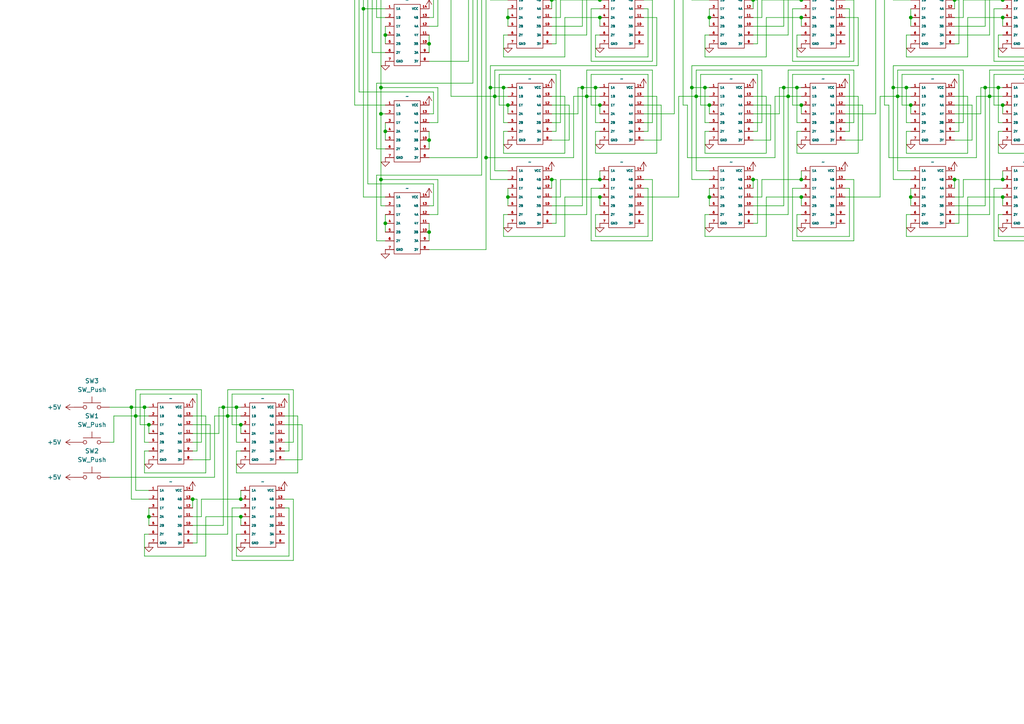
<source format=kicad_sch>
(kicad_sch (version 20231120) (generator "eeschema") (generator_version "8.0")
  (paper "A4")
  (junction (at 227.33 25.4))
  (junction (at -172.72 27.94))
  (junction (at 232.41 -52.07))
  (junction (at -168.91 27.94))
  (junction (at 143.51 -24.13))
  (junction (at 290.83 -52.07))
  (junction (at -140.97 189.23))
  (junction (at 318.77 234.95))
  (junction (at -154.94 54.61))
  (junction (at 290.83 30.48))
  (junction (at 231.14 -130.81))
  (junction (at 228.6 27.94))
  (junction (at 264.16 -21.59))
  (junction (at 170.18 27.94))
  (junction (at -146.05 132.08))
  (junction (at 218.44 -52.07))
  (junction (at 142.24 25.4))
  (junction (at 147.32 -99.06))
  (junction (at 107.95 -83.82))
  (junction (at 170.18 -24.13))
  (junction (at 64.77 118.11))
  (junction (at -154.94 2.54))
  (junction (at -167.64 59.69))
  (junction (at 349.25 212.09))
  (junction (at -146.05 236.22))
  (junction (at -171.45 82.55))
  (junction (at 345.44 287.02))
  (junction (at 285.75 -78.74))
  (junction (at 173.99 -125.73))
  (junction (at 173.99 52.07))
  (junction (at 100.33 -113.03))
  (junction (at -172.72 236.22))
  (junction (at 276.86 -52.07))
  (junction (at -154.94 262.89))
  (junction (at 143.51 27.94))
  (junction (at 227.33 -26.67))
  (junction (at 200.66 25.4))
  (junction (at 227.33 -78.74))
  (junction (at 142.24 -78.74))
  (junction (at -144.78 186.69))
  (junction (at 289.56 25.4))
  (junction (at 107.95 -55.88))
  (junction (at 317.5 232.41))
  (junction (at -172.72 340.36))
  (junction (at 107.95 -76.2))
  (junction (at 349.25 207.01))
  (junction (at 204.47 -130.81))
  (junction (at 170.18 -128.27))
  (junction (at 172.72 25.4))
  (junction (at 321.31 128.27))
  (junction (at 173.99 -73.66))
  (junction (at 205.74 -21.59))
  (junction (at 204.47 -26.67))
  (junction (at -140.97 7.62))
  (junction (at -172.72 80.01))
  (junction (at 110.49 52.07))
  (junction (at -144.78 30.48))
  (junction (at 318.77 182.88))
  (junction (at 104.14 -82.55))
  (junction (at 322.58 264.16))
  (junction (at 322.58 133.35))
  (junction (at -140.97 106.68))
  (junction (at -154.94 158.75))
  (junction (at 264.16 -73.66))
  (junction (at 232.41 -73.66))
  (junction (at 335.28 311.15))
  (junction (at -172.72 -24.13))
  (junction (at 287.02 -24.13))
  (junction (at 102.87 -118.11))
  (junction (at 109.22 -29.21))
  (junction (at 109.22 -21.59))
  (junction (at 111.76 38.1))
  (junction (at 285.75 -26.67))
  (junction (at 111.76 -44.45))
  (junction (at 142.24 -130.81))
  (junction (at -167.64 -19.05))
  (junction (at 160.02 -52.07))
  (junction (at 349.25 160.02))
  (junction (at 104.14 -97.79))
  (junction (at 106.68 -54.61))
  (junction (at -140.97 163.83))
  (junction (at 200.66 -26.67))
  (junction (at -168.91 288.29))
  (junction (at 290.83 -21.59))
  (junction (at 173.99 -46.99))
  (junction (at 290.83 -104.14))
  (junction (at 349.25 133.35))
  (junction (at -167.64 189.23))
  (junction (at 290.83 0))
  (junction (at -142.24 236.22))
  (junction (at 106.68 -2.54))
  (junction (at -168.91 80.01))
  (junction (at 285.75 -130.81))
  (junction (at 173.99 5.08))
  (junction (at 290.83 5.08))
  (junction (at 69.85 144.78))
  (junction (at -167.64 7.62))
  (junction (at 102.87 -24.13))
  (junction (at -154.94 210.82))
  (junction (at -144.78 -21.59))
  (junction (at 124.46 12.7))
  (junction (at -167.64 111.76))
  (junction (at 124.46 -41.91))
  (junction (at 146.05 -26.67))
  (junction (at 290.83 52.07))
  (junction (at 111.76 64.77))
  (junction (at 345.44 130.81))
  (junction (at -144.78 342.9))
  (junction (at -142.24 -24.13))
  (junction (at 264.16 -46.99))
  (junction (at 109.22 -3.81))
  (junction (at 105.41 -76.2))
  (junction (at -140.97 262.89))
  (junction (at 43.18 149.86))
  (junction (at 204.47 25.4))
  (junction (at 140.97 -6.35))
  (junction (at 201.93 -76.2))
  (junction (at 168.91 25.4))
  (junction (at 264.16 -99.06))
  (junction (at 140.97 45.72))
  (junction (at -146.05 -24.13))
  (junction (at 147.32 57.15))
  (junction (at 110.49 33.02))
  (junction (at -140.97 267.97))
  (junction (at 146.05 25.4))
  (junction (at -172.72 132.08))
  (junction (at -140.97 -19.05))
  (junction (at -171.45 30.48))
  (junction (at 55.88 144.78))
  (junction (at 43.18 123.19))
  (junction (at -144.78 134.62))
  (junction (at 290.83 -73.66))
  (junction (at 322.58 237.49))
  (junction (at -140.97 367.03))
  (junction (at 124.46 -124.46))
  (junction (at 317.5 284.48))
  (junction (at 111.76 -100.33))
  (junction (at 205.74 -125.73))
  (junction (at 218.44 -104.14))
  (junction (at -142.24 340.36))
  (junction (at 232.41 57.15))
  (junction (at -172.72 288.29))
  (junction (at 347.98 180.34))
  (junction (at 232.41 30.48))
  (junction (at 344.17 128.27))
  (junction (at 140.97 -73.66))
  (junction (at 143.51 -76.2))
  (junction (at 289.56 -26.67))
  (junction (at 321.31 232.41))
  (junction (at -154.94 367.03))
  (junction (at 69.85 149.86))
  (junction (at -168.91 184.15))
  (junction (at 289.56 -130.81))
  (junction (at 146.05 -130.81))
  (junction (at 347.98 232.41))
  (junction (at -167.64 163.83))
  (junction (at 38.1 118.11))
  (junction (at -140.97 59.69))
  (junction (at -140.97 54.61))
  (junction (at 111.76 -127))
  (junction (at 140.97 -58.42))
  (junction (at -146.05 340.36))
  (junction (at 172.72 -26.67))
  (junction (at 345.44 182.88))
  (junction (at 200.66 -130.81))
  (junction (at -140.97 33.02))
  (junction (at 232.41 -46.99))
  (junction (at -167.64 33.02))
  (junction (at 232.41 -125.73))
  (junction (at 349.25 154.94))
  (junction (at -171.45 -21.59))
  (junction (at 205.74 57.15))
  (junction (at 147.32 -73.66))
  (junction (at 147.32 5.08))
  (junction (at 264.16 5.08))
  (junction (at 264.16 57.15))
  (junction (at 344.17 284.48))
  (junction (at -146.05 184.15))
  (junction (at -146.05 288.29))
  (junction (at -171.45 134.62))
  (junction (at 322.58 185.42))
  (junction (at 168.91 -26.67))
  (junction (at 232.41 -21.59))
  (junction (at 349.25 289.56))
  (junction (at 147.32 30.48))
  (junction (at 111.76 -16.51))
  (junction (at 105.41 -52.07))
  (junction (at -167.64 137.16))
  (junction (at 142.24 -26.67))
  (junction (at -140.97 210.82))
  (junction (at 349.25 259.08))
  (junction (at 259.08 -78.74))
  (junction (at 173.99 -21.59))
  (junction (at 262.89 -130.81))
  (junction (at 262.89 -26.67))
  (junction (at 259.08 -130.81))
  (junction (at -142.24 132.08))
  (junction (at 173.99 0))
  (junction (at -142.24 288.29))
  (junction (at 276.86 52.07))
  (junction (at 231.14 25.4))
  (junction (at 259.08 -26.67))
  (junction (at 322.58 160.02))
  (junction (at 39.37 120.65))
  (junction (at 335.28 259.08))
  (junction (at 347.98 128.27))
  (junction (at 290.83 -99.06))
  (junction (at 68.58 118.11))
  (junction (at -167.64 215.9))
  (junction (at 110.49 25.4))
  (junction (at 262.89 25.4))
  (junction (at 232.41 -104.14))
  (junction (at 232.41 0))
  (junction (at -140.97 345.44))
  (junction (at -167.64 293.37))
  (junction (at 105.41 2.54))
  (junction (at 290.83 57.15))
  (junction (at 168.91 -78.74))
  (junction (at 317.5 128.27))
  (junction (at -142.24 27.94))
  (junction (at -167.64 320.04))
  (junction (at 173.99 -99.06))
  (junction (at 349.25 237.49))
  (junction (at -168.91 236.22))
  (junction (at -154.94 106.68))
  (junction (at -171.45 238.76))
  (junction (at -146.05 27.94))
  (junction (at 124.46 -68.58))
  (junction (at 124.46 67.31))
  (junction (at 347.98 284.48))
  (junction (at 205.74 30.48))
  (junction (at 259.08 25.4))
  (junction (at 69.85 123.19))
  (junction (at -144.78 290.83))
  (junction (at 290.83 -46.99))
  (junction (at 147.32 -21.59))
  (junction (at 287.02 -128.27))
  (junction (at 100.33 -109.22))
  (junction (at 260.35 -76.2))
  (junction (at -172.72 184.15))
  (junction (at -142.24 80.01))
  (junction (at 318.77 130.81))
  (junction (at -144.78 82.55))
  (junction (at 205.74 5.08))
  (junction (at 100.33 -132.08))
  (junction (at 317.5 180.34))
  (junction (at 322.58 316.23))
  (junction (at -140.97 293.37))
  (junction (at -140.97 111.76))
  (junction (at 204.47 -78.74))
  (junction (at -167.64 372.11))
  (junction (at 147.32 -46.99))
  (junction (at -140.97 215.9))
  (junction (at 111.76 -71.12))
  (junction (at 290.83 -125.73))
  (junction (at 124.46 -97.79))
  (junction (at 335.28 154.94))
  (junction (at 124.46 -13.97))
  (junction (at 264.16 -125.73))
  (junction (at -140.97 85.09))
  (junction (at 349.25 316.23))
  (junction (at -140.97 314.96))
  (junction (at 102.87 -78.74))
  (junction (at 276.86 0))
  (junction (at 160.02 0))
  (junction (at 228.6 -76.2))
  (junction (at -167.64 85.09))
  (junction (at 173.99 -52.07))
  (junction (at -171.45 290.83))
  (junction (at 173.99 57.15))
  (junction (at 321.31 180.34))
  (junction (at -167.64 345.44))
  (junction (at 260.35 27.94))
  (junction (at 173.99 30.48))
  (junction (at 200.66 -78.74))
  (junction (at 140.97 -21.59))
  (junction (at 285.75 25.4))
  (junction (at 276.86 -104.14))
  (junction (at 344.17 180.34))
  (junction (at -140.97 320.04))
  (junction (at 349.25 311.15))
  (junction (at -140.97 158.75))
  (junction (at 201.93 27.94))
  (junction (at 201.93 -128.27))
  (junction (at -154.94 314.96))
  (junction (at 124.46 40.64))
  (junction (at 335.28 207.01))
  (junction (at 218.44 0))
  (junction (at 344.17 232.41))
  (junction (at 170.18 -76.2))
  (junction (at 260.35 -128.27))
  (junction (at 349.25 264.16))
  (junction (at -168.91 -24.13))
  (junction (at -167.64 241.3))
  (junction (at 205.74 -99.06))
  (junction (at -146.05 80.01))
  (junction (at 264.16 30.48))
  (junction (at 172.72 -78.74))
  (junction (at 160.02 52.07))
  (junction (at -140.97 241.3))
  (junction (at 205.74 -73.66))
  (junction (at 232.41 52.07))
  (junction (at 218.44 52.07))
  (junction (at -140.97 137.16))
  (junction (at -171.45 342.9))
  (junction (at 228.6 -128.27))
  (junction (at 205.74 -46.99))
  (junction (at -140.97 2.54))
  (junction (at 287.02 -76.2))
  (junction (at 228.6 -24.13))
  (junction (at 147.32 -125.73))
  (junction (at 104.14 -27.94))
  (junction (at 260.35 -24.13))
  (junction (at -144.78 238.76))
  (junction (at 232.41 5.08))
  (junction (at 231.14 -78.74))
  (junction (at 289.56 -78.74))
  (junction (at 349.25 185.42))
  (junction (at 322.58 289.56))
  (junction (at -171.45 186.69))
  (junction (at 173.99 -104.14))
  (junction (at -167.64 267.97))
  (junction (at 227.33 -130.81))
  (junction (at 143.51 -128.27))
  (junction (at 345.44 234.95))
  (junction (at -168.91 340.36))
  (junction (at 262.89 -78.74))
  (junction (at 322.58 212.09))
  (junction (at -168.91 132.08))
  (junction (at 66.04 120.65))
  (junction (at 168.91 -130.81))
  (junction (at -140.97 372.11))
  (junction (at 146.05 -78.74))
  (junction (at 41.91 118.11))
  (junction (at 231.14 -26.67))
  (junction (at 232.41 -99.06))
  (junction (at 160.02 -104.14))
  (junction (at 172.72 -130.81))
  (junction (at 287.02 27.94))
  (junction (at 111.76 10.16))
  (junction (at 318.77 287.02))
  (junction (at -142.24 184.15))
  (junction (at 201.93 -24.13))
  (junction (at 321.31 284.48))
  (wire (pts (xy 255.27 -144.78) (xy 139.7 -144.78)))
  (wire (pts (xy 135.89 -140.97) (xy 135.89 17.78)))
  (wire (pts (xy 276.86 -123.19) (xy 284.48 -123.19)))
  (wire (pts (xy -153.67 196.85) (xy -154.94 196.85)))
  (wire (pts (xy -124.46 99.06) (xy -124.46 82.55)))
  (wire (pts (xy -154.94 54.61) (xy -154.94 57.15)))
  (wire (pts (xy 146.05 10.16) (xy 146.05 16.51)))
  (wire (pts (xy 66.04 113.03) (xy 85.09 113.03)))
  (wire (pts (xy -171.45 74.93) (xy -152.4 74.93)))
  (wire (pts (xy 111.76 10.16) (xy 111.76 12.7)))
  (wire (pts (xy 287.02 62.23) (xy 287.02 27.94)))
  (wire (pts (xy -123.19 199.39) (xy -123.19 189.23)))
  (wire (pts (xy 147.32 5.08) (xy 147.32 7.62)))
  (wire (pts (xy 347.98 199.39) (xy 365.76 199.39)))
  (wire (pts (xy 346.71 157.48) (xy 346.71 172.72)))
  (wire (pts (xy 228.6 27.94) (xy 228.6 20.32)))
  (wire (pts (xy 341.63 252.73) (xy 341.63 234.95)))
  (wire (pts (xy 109.22 -85.09) (xy 109.22 -95.25)))
  (wire (pts (xy 264.16 -41.91) (xy 262.89 -41.91)))
  (wire (pts (xy 264.16 -2.54) (xy 260.35 -2.54)))
  (wire (pts (xy 346.71 261.62) (xy 346.71 276.86)))
  (wire (pts (xy 349.25 217.17) (xy 347.98 217.17)))
  (wire (pts (xy 146.05 -68.58) (xy 146.05 -78.74)))
  (wire (pts (xy 111.76 -100.33) (xy 111.76 -97.79)))
  (wire (pts (xy 318.77 256.54) (xy 318.77 234.95)))
  (wire (pts (xy 196.85 -21.59) (xy 196.85 -139.7)))
  (wire (pts (xy 205.74 -16.51) (xy 204.47 -16.51)))
  (wire (pts (xy -147.32 184.15) (xy -146.05 184.15)))
  (wire (pts (xy 261.62 30.48) (xy 261.62 21.59)))
  (wire (pts (xy 146.05 -120.65) (xy 146.05 -130.81)))
  (wire (pts (xy -143.51 124.46) (xy -125.73 124.46)))
  (wire (pts (xy -167.64 262.89) (xy -172.72 262.89)))
  (wire (pts (xy 69.85 130.81) (xy 68.58 130.81)))
  (wire (pts (xy 281.94 -125.73) (xy 276.86 -125.73)))
  (wire (pts (xy 303.53 -46.99) (xy 307.34 -46.99)))
  (wire (pts (xy 264.16 57.15) (xy 264.16 59.69)))
  (wire (pts (xy 261.62 21.59) (xy 278.13 21.59)))
  (wire (pts (xy 288.29 21.59) (xy 304.8 21.59)))
  (wire (pts (xy 304.8 -35.56) (xy 304.8 -49.53)))
  (wire (pts (xy 147.32 52.07) (xy 142.24 52.07)))
  (wire (pts (xy 205.74 -125.73) (xy 205.74 -123.19)))
  (wire (pts (xy 162.56 -104.14) (xy 173.99 -104.14)))
  (wire (pts (xy -142.24 -24.13) (xy -140.97 -24.13)))
  (wire (pts (xy 160.02 0) (xy 160.02 2.54)))
  (wire (pts (xy 255.27 -21.59) (xy 257.81 -21.59)))
  (wire (pts (xy 204.47 -130.81) (xy 205.74 -130.81)))
  (wire (pts (xy -140.97 298.45) (xy -142.24 298.45)))
  (wire (pts (xy 163.83 -76.2) (xy 160.02 -76.2)))
  (wire (pts (xy 111.76 -46.99) (xy 111.76 -44.45)))
  (wire (pts (xy 105.41 -52.07) (xy 105.41 2.54)))
  (wire (pts (xy 228.6 27.94) (xy 232.41 27.94)))
  (wire (pts (xy 218.44 7.62) (xy 227.33 7.62)))
  (wire (pts (xy 246.38 68.58) (xy 246.38 54.61)))
  (wire (pts (xy 364.49 328.93) (xy 364.49 311.15)))
  (wire (pts (xy -144.78 -21.59) (xy -144.78 -29.21)))
  (wire (pts (xy 318.77 123.19) (xy 337.82 123.19)))
  (wire (pts (xy 345.44 175.26) (xy 364.49 175.26)))
  (wire (pts (xy -140.97 273.05) (xy -142.24 273.05)))
  (wire (pts (xy 336.55 297.18) (xy 335.28 297.18)))
  (wire (pts (xy -124.46 203.2) (xy -124.46 186.69)))
  (wire (pts (xy 218.44 -46.99) (xy 220.98 -46.99)))
  (wire (pts (xy 147.32 -2.54) (xy 143.51 -2.54)))
  (wire (pts (xy 227.33 25.4) (xy 231.14 25.4)))
  (wire (pts (xy -127 248.92) (xy -128.27 248.92)))
  (wire (pts (xy 111.76 33.02) (xy 110.49 33.02)))
  (wire (pts (xy 322.58 160.02) (xy 322.58 162.56)))
  (wire (pts (xy 347.98 128.27) (xy 349.25 128.27)))
  (wire (pts (xy 124.46 -41.91) (xy 124.46 -39.37)))
  (wire (pts (xy 337.82 316.23) (xy 337.82 311.15)))
  (wire (pts (xy -152.4 7.62) (xy -152.4 2.54)))
  (wire (pts (xy -125.73 158.75) (xy -128.27 158.75)))
  (wire (pts (xy 218.44 -115.57) (xy 223.52 -115.57)))
  (wire (pts (xy 336.55 323.85) (xy 336.55 311.15)))
  (wire (pts (xy 144.78 30.48) (xy 144.78 21.59)))
  (wire (pts (xy 107.95 -76.2) (xy 111.76 -76.2)))
  (wire (pts (xy 229.87 69.85) (xy 247.65 69.85)))
  (wire (pts (xy -170.18 232.41) (xy -153.67 232.41)))
  (wire (pts (xy 346.71 228.6) (xy 363.22 228.6)))
  (wire (pts (xy 227.33 -130.81) (xy 231.14 -130.81)))
  (wire (pts (xy 303.53 -120.65) (xy 306.07 -120.65)))
  (wire (pts (xy 290.83 -16.51) (xy 289.56 -16.51)))
  (wire (pts (xy -144.78 325.12) (xy -144.78 290.83)))
  (wire (pts (xy 205.74 5.08) (xy 205.74 7.62)))
  (wire (pts (xy -167.64 111.76) (xy -167.64 114.3)))
  (wire (pts (xy -172.72 262.89) (xy -172.72 236.22)))
  (wire (pts (xy -151.13 238.76) (xy -154.94 238.76)))
  (wire (pts (xy 320.04 133.35) (xy 320.04 124.46)))
  (wire (pts (xy 322.58 212.09) (xy 322.58 214.63)))
  (wire (pts (xy 314.96 232.41) (xy 317.5 232.41)))
  (wire (pts (xy 304.8 2.54) (xy 303.53 2.54)))
  (wire (pts (xy 200.66 -130.81) (xy 204.47 -130.81)))
  (wire (pts (xy 231.14 -68.58) (xy 231.14 -78.74)))
  (wire (pts (xy 107.95 -55.88) (xy 107.95 -49.53)))
  (wire (pts (xy -143.51 280.67) (xy -125.73 280.67)))
  (wire (pts (xy 218.44 -123.19) (xy 226.06 -123.19)))
  (wire (pts (xy 133.35 -138.43) (xy 133.35 -8.89)))
  (wire (pts (xy -124.46 359.41) (xy -124.46 342.9)))
  (wire (pts (xy 322.58 316.23) (xy 322.58 318.77)))
  (wire (pts (xy -151.13 99.06) (xy -151.13 82.55)))
  (wire (pts (xy 147.32 -66.04) (xy 146.05 -66.04)))
  (wire (pts (xy -140.97 64.77) (xy -142.24 64.77)))
  (wire (pts (xy 260.35 -54.61) (xy 260.35 -76.2)))
  (wire (pts (xy -154.94 218.44) (xy -146.05 218.44)))
  (wire (pts (xy 346.71 280.67) (xy 363.22 280.67)))
  (wire (pts (xy 147.32 54.61) (xy 147.32 57.15)))
  (wire (pts (xy 345.44 217.17) (xy 345.44 182.88)))
  (wire (pts (xy 304.8 -82.55) (xy 304.8 -66.04)))
  (wire (pts (xy 287.02 -41.91) (xy 287.02 -76.2)))
  (wire (pts (xy 172.72 -7.62) (xy 190.5 -7.62)))
  (wire (pts (xy 41.91 154.94) (xy 41.91 161.29)))
  (wire (pts (xy -168.91 331.47) (xy -151.13 331.47)))
  (wire (pts (xy 171.45 -30.48) (xy 187.96 -30.48)))
  (wire (pts (xy 289.56 -130.81) (xy 290.83 -130.81)))
  (wire (pts (xy 340.36 133.35) (xy 335.28 133.35)))
  (wire (pts (xy -173.99 -19.05) (xy -173.99 -3.81)))
  (wire (pts (xy -153.67 367.03) (xy -154.94 367.03)))
  (wire (pts (xy -148.59 82.55) (xy -144.78 82.55)))
  (wire (pts (xy -147.32 35.56) (xy -147.32 27.94)))
  (wire (pts (xy 167.64 -26.67) (xy 168.91 -26.67)))
  (wire (pts (xy -125.73 179.07) (xy -125.73 194.31)))
  (wire (pts (xy 160.02 7.62) (xy 168.91 7.62)))
  (wire (pts (xy 109.22 69.85) (xy 111.76 69.85)))
  (wire (pts (xy 173.99 -54.61) (xy 173.99 -52.07)))
  (wire (pts (xy 142.24 -52.07) (xy 142.24 -78.74)))
  (wire (pts (xy 336.55 207.01) (xy 335.28 207.01)))
  (wire (pts (xy 200.66 -85.09) (xy 200.66 -78.74)))
  (wire (pts (xy 161.29 64.77) (xy 161.29 52.07)))
  (wire (pts (xy 232.41 35.56) (xy 231.14 35.56)))
  (wire (pts (xy 349.25 204.47) (xy 349.25 207.01)))
  (wire (pts (xy 218.44 12.7) (xy 219.71 12.7)))
  (wire (pts (xy 205.74 -49.53) (xy 205.74 -46.99)))
  (wire (pts (xy -146.05 322.58) (xy -146.05 288.29)))
  (wire (pts (xy -151.13 19.05) (xy -151.13 7.62)))
  (wire (pts (xy -168.91 12.7) (xy -168.91 19.05)))
  (wire (pts (xy 124.46 -124.46) (xy 124.46 -121.92)))
  (wire (pts (xy -148.59 204.47) (xy -173.99 204.47)))
  (wire (pts (xy 162.56 0) (xy 173.99 0)))
  (wire (pts (xy 140.97 72.39) (xy 124.46 72.39)))
  (wire (pts (xy -151.13 82.55) (xy -154.94 82.55)))
  (wire (pts (xy 250.19 40.64) (xy 250.19 30.48)))
  (wire (pts (xy -148.59 100.33) (xy -148.59 82.55)))
  (wire (pts (xy 218.44 64.77) (xy 219.71 64.77)))
  (wire (pts (xy 278.13 -13.97) (xy 276.86 -13.97)))
  (wire (pts (xy -168.91 353.06) (xy -168.91 359.41)))
  (wire (pts (xy -144.78 186.69) (xy -140.97 186.69)))
  (wire (pts (xy 172.72 -26.67) (xy 173.99 -26.67)))
  (wire (pts (xy 250.19 -11.43) (xy 250.19 -21.59)))
  (wire (pts (xy 289.56 -7.62) (xy 307.34 -7.62)))
  (wire (pts (xy 218.44 57.15) (xy 220.98 57.15)))
  (wire (pts (xy -140.97 90.17) (xy -142.24 90.17)))
  (wire (pts (xy 247.65 -135.89) (xy 247.65 -120.65)))
  (wire (pts (xy 142.24 0) (xy 142.24 -26.67)))
  (wire (pts (xy 289.56 62.23) (xy 289.56 68.58)))
  (wire (pts (xy 231.14 35.56) (xy 231.14 25.4)))
  (wire (pts (xy 232.41 -106.68) (xy 232.41 -104.14)))
  (wire (pts (xy -148.59 308.61) (xy -148.59 290.83)))
  (wire (pts (xy 86.36 137.16) (xy 86.36 120.65)))
  (wire (pts (xy 223.52 40.64) (xy 223.52 30.48)))
  (wire (pts (xy 308.61 40.64) (xy 308.61 30.48)))
  (wire (pts (xy 137.16 24.13) (xy 109.22 24.13)))
  (wire (pts (xy 335.28 195.58) (xy 340.36 195.58)))
  (wire (pts (xy 205.74 -68.58) (xy 204.47 -68.58)))
  (wire (pts (xy 161.29 -39.37) (xy 161.29 -52.07)))
  (wire (pts (xy 172.72 38.1) (xy 172.72 44.45)))
  (wire (pts (xy 283.21 -58.42) (xy 257.81 -58.42)))
  (wire (pts (xy 232.41 5.08) (xy 232.41 7.62)))
  (wire (pts (xy 204.47 -41.91) (xy 204.47 -35.56)))
  (wire (pts (xy 248.92 -76.2) (xy 245.11 -76.2)))
  (wire (pts (xy 111.76 57.15) (xy 105.41 57.15)))
  (wire (pts (xy 335.28 217.17) (xy 345.44 217.17)))
  (wire (pts (xy -168.91 71.12) (xy -151.13 71.12)))
  (wire (pts (xy 105.41 2.54) (xy 105.41 57.15)))
  (wire (pts (xy 170.18 -76.2) (xy 173.99 -76.2)))
  (wire (pts (xy 231.14 -16.51) (xy 231.14 -26.67)))
  (wire (pts (xy 264.16 52.07) (xy 259.08 52.07)))
  (wire (pts (xy -147.32 295.91) (xy -147.32 288.29)))
  (wire (pts (xy -148.59 360.68) (xy -148.59 342.9)))
  (wire (pts (xy 280.67 68.58) (xy 280.67 57.15)))
  (wire (pts (xy -175.26 184.15) (xy -172.72 184.15)))
  (wire (pts (xy 228.6 -31.75) (xy 247.65 -31.75)))
  (wire (pts (xy 219.71 -30.48) (xy 219.71 -13.97)))
  (wire (pts (xy 166.37 45.72) (xy 166.37 27.94)))
  (wire (pts (xy 321.31 275.59) (xy 339.09 275.59)))
  (wire (pts (xy 304.8 16.51) (xy 304.8 2.54)))
  (wire (pts (xy 60.96 133.35) (xy 60.96 123.19)))
  (wire (pts (xy 58.42 113.03) (xy 58.42 128.27)))
  (wire (pts (xy -140.97 142.24) (xy -142.24 142.24)))
  (wire (pts (xy 349.25 321.31) (xy 347.98 321.31)))
  (wire (pts (xy 347.98 193.04) (xy 347.98 199.39)))
  (wire (pts (xy 322.58 237.49) (xy 320.04 237.49)))
  (wire (pts (xy 195.58 -138.43) (xy 133.35 -138.43)))
  (wire (pts (xy 308.61 -73.66) (xy 303.53 -73.66)))
  (wire (pts (xy 248.92 -85.09) (xy 200.66 -85.09)))
  (wire (pts (xy 146.05 16.51) (xy 163.83 16.51)))
  (wire (pts (xy 276.86 -115.57) (xy 281.94 -115.57)))
  (wire (pts (xy 160.02 -104.14) (xy 160.02 -101.6)))
  (wire (pts (xy 278.13 -30.48) (xy 278.13 -13.97)))
  (wire (pts (xy 228.6 20.32) (xy 247.65 20.32)))
  (wire (pts (xy 363.22 297.18) (xy 361.95 297.18)))
  (wire (pts (xy -125.73 228.6) (xy -125.73 210.82)))
  (wire (pts (xy 162.56 20.32) (xy 162.56 35.56)))
  (wire (pts (xy -168.91 40.64) (xy -168.91 46.99)))
  (wire (pts (xy -144.78 342.9) (xy -140.97 342.9)))
  (wire (pts (xy 204.47 68.58) (xy 222.25 68.58)))
  (wire (pts (xy -168.91 -13.97) (xy -168.91 -24.13)))
  (wire (pts (xy -154.94 295.91) (xy -147.32 295.91)))
  (wire (pts (xy -147.32 243.84) (xy -147.32 236.22)))
  (wire (pts (xy -171.45 82.55) (xy -167.64 82.55)))
  (wire (pts (xy -153.67 76.2) (xy -153.67 92.71)))
  (wire (pts (xy 232.41 -46.99) (xy 232.41 -44.45)))
  (wire (pts (xy 163.83 -24.13) (xy 160.02 -24.13)))
  (wire (pts (xy 279.4 52.07) (xy 290.83 52.07)))
  (wire (pts (xy 231.14 68.58) (xy 246.38 68.58)))
  (wire (pts (xy 171.45 -73.66) (xy 171.45 -82.55)))
  (wire (pts (xy 189.23 -135.89) (xy 189.23 -120.65)))
  (wire (pts (xy 365.76 234.95) (xy 361.95 234.95)))
  (wire (pts (xy 111.76 -127) (xy 111.76 -124.46)))
  (wire (pts (xy 111.76 64.77) (xy 111.76 67.31)))
  (wire (pts (xy 143.51 -128.27) (xy 147.32 -128.27)))
  (wire (pts (xy 303.53 57.15) (xy 307.34 57.15)))
  (wire (pts (xy 165.1 -73.66) (xy 160.02 -73.66)))
  (wire (pts (xy 276.86 -11.43) (xy 281.94 -11.43)))
  (wire (pts (xy 341.63 304.8) (xy 316.23 304.8)))
  (wire (pts (xy -144.78 30.48) (xy -140.97 30.48)))
  (wire (pts (xy -154.94 59.69) (xy -152.4 59.69)))
  (wire (pts (xy 161.29 -82.55) (xy 161.29 -66.04)))
  (wire (pts (xy 187.96 38.1) (xy 186.69 38.1)))
  (wire (pts (xy -142.24 377.19) (xy -142.24 383.54)))
  (wire (pts (xy 365.76 182.88) (xy 361.95 182.88)))
  (wire (pts (xy 287.02 10.16) (xy 287.02 -24.13)))
  (wire (pts (xy 168.91 -44.45) (xy 168.91 -78.74)))
  (wire (pts (xy 336.55 311.15) (xy 335.28 311.15)))
  (wire (pts (xy -140.97 246.38) (xy -142.24 246.38)))
  (wire (pts (xy 147.32 -49.53) (xy 147.32 -46.99)))
  (wire (pts (xy 109.22 -67.31) (xy 109.22 -29.21)))
  (wire (pts (xy 322.58 237.49) (xy 322.58 240.03)))
  (wire (pts (xy -128.27 38.1) (xy -125.73 38.1)))
  (wire (pts (xy 204.47 -66.04) (xy 204.47 -59.69)))
  (wire (pts (xy -146.05 236.22) (xy -142.24 236.22)))
  (wire (pts (xy 129.54 -92.71) (xy 124.46 -92.71)))
  (wire (pts (xy 257.81 30.48) (xy 257.81 45.72)))
  (wire (pts (xy 124.46 -68.58) (xy 124.46 -66.04)))
  (wire (pts (xy 231.14 -93.98) (xy 231.14 -87.63)))
  (wire (pts (xy 127 52.07) (xy 110.49 52.07)))
  (wire (pts (xy 43.18 142.24) (xy 39.37 142.24)))
  (wire (pts (xy 276.86 5.08) (xy 279.4 5.08)))
  (wire (pts (xy -152.4 59.69) (xy -152.4 54.61)))
  (wire (pts (xy 276.86 12.7) (xy 278.13 12.7)))
  (wire (pts (xy 283.21 -6.35) (xy 283.21 -24.13)))
  (wire (pts (xy -167.64 194.31) (xy -168.91 194.31)))
  (wire (pts (xy 306.07 -31.75) (xy 306.07 -16.51)))
  (wire (pts (xy 147.32 2.54) (xy 147.32 5.08)))
  (wire (pts (xy 201.93 -135.89) (xy 220.98 -135.89)))
  (wire (pts (xy -152.4 350.52) (xy -154.94 350.52)))
  (wire (pts (xy -167.64 57.15) (xy -167.64 59.69)))
  (wire (pts (xy 232.41 -73.66) (xy 232.41 -71.12)))
  (wire (pts (xy 339.09 130.81) (xy 335.28 130.81)))
  (wire (pts (xy 146.05 38.1) (xy 146.05 44.45)))
  (wire (pts (xy -123.19 43.18) (xy -123.19 33.02)))
  (wire (pts (xy 100.33 -67.31) (xy 109.22 -67.31)))
  (wire (pts (xy -140.97 345.44) (xy -143.51 345.44)))
  (wire (pts (xy 261.62 -21.59) (xy 261.62 -30.48)))
  (wire (pts (xy -140.97 85.09) (xy -140.97 87.63)))
  (wire (pts (xy 337.82 294.64) (xy 335.28 294.64)))
  (wire (pts (xy 229.87 -34.29) (xy 247.65 -34.29)))
  (wire (pts (xy -170.18 85.09) (xy -170.18 76.2)))
  (wire (pts (xy -167.64 52.07) (xy -171.45 52.07)))
  (wire (pts (xy -154.94 15.24) (xy -153.67 15.24)))
  (wire (pts (xy -153.67 128.27) (xy -153.67 144.78)))
  (wire (pts (xy 344.17 214.63) (xy 344.17 180.34)))
  (wire (pts (xy -127 76.2) (xy -127 92.71)))
  (wire (pts (xy -149.86 85.09) (xy -154.94 85.09)))
  (wire (pts (xy 279.4 -16.51) (xy 276.86 -16.51)))
  (wire (pts (xy 161.29 52.07) (xy 160.02 52.07)))
  (wire (pts (xy -142.24 38.1) (xy -142.24 27.94)))
  (wire (pts (xy -128.27 267.97) (xy -124.46 267.97)))
  (wire (pts (xy 163.83 5.08) (xy 173.99 5.08)))
  (wire (pts (xy 288.29 -86.36) (xy 306.07 -86.36)))
  (wire (pts (xy 229.87 -101.6) (xy 232.41 -101.6)))
  (wire (pts (xy -143.51 24.13) (xy -127 24.13)))
  (wire (pts (xy 318.77 175.26) (xy 337.82 175.26)))
  (wire (pts (xy 317.5 180.34) (xy 321.31 180.34)))
  (wire (pts (xy 218.44 -71.12) (xy 226.06 -71.12)))
  (wire (pts (xy 167.64 -130.81) (xy 168.91 -130.81)))
  (wire (pts (xy -168.91 246.38) (xy -168.91 236.22)))
  (wire (pts (xy -149.86 251.46) (xy -149.86 241.3)))
  (wire (pts (xy -167.64 156.21) (xy -171.45 156.21)))
  (wire (pts (xy -148.59 342.9) (xy -144.78 342.9)))
  (wire (pts (xy -175.26 134.62) (xy -171.45 134.62)))
  (wire (pts (xy -144.78 30.48) (xy -144.78 22.86)))
  (wire (pts (xy 314.96 180.34) (xy 317.5 180.34)))
  (wire (pts (xy -127 144.78) (xy -128.27 144.78)))
  (wire (pts (xy 283.21 -24.13) (xy 287.02 -24.13)))
  (wire (pts (xy 60.96 123.19) (xy 55.88 123.19)))
  (wire (pts (xy 220.98 -31.75) (xy 220.98 -16.51)))
  (wire (pts (xy 322.58 185.42) (xy 322.58 187.96)))
  (wire (pts (xy -152.4 283.21) (xy -152.4 298.45)))
  (wire (pts (xy 347.98 245.11) (xy 347.98 251.46)))
  (wire (pts (xy 205.74 -66.04) (xy 204.47 -66.04)))
  (wire (pts (xy 281.94 30.48) (xy 276.86 30.48)))
  (wire (pts (xy 162.56 -135.89) (xy 162.56 -120.65)))
  (wire (pts (xy 55.88 154.94) (xy 66.04 154.94)))
  (wire (pts (xy 124.46 -129.54) (xy 127 -129.54)))
  (wire (pts (xy 68.58 128.27) (xy 68.58 118.11)))
  (wire (pts (xy -152.4 298.45) (xy -154.94 298.45)))
  (wire (pts (xy -168.91 -24.13) (xy -167.64 -24.13)))
  (wire (pts (xy 190.5 -24.13) (xy 186.69 -24.13)))
  (wire (pts (xy 232.41 10.16) (xy 231.14 10.16)))
  (wire (pts (xy 289.56 38.1) (xy 289.56 44.45)))
  (wire (pts (xy 88.9 -97.79) (xy 104.14 -97.79)))
  (wire (pts (xy 284.48 -123.19) (xy 284.48 -130.81)))
  (wire (pts (xy 363.22 228.6) (xy 363.22 245.11)))
  (wire (pts (xy 262.89 25.4) (xy 264.16 25.4)))
  (wire (pts (xy 349.25 297.18) (xy 347.98 297.18)))
  (wire (pts (xy 346.71 133.35) (xy 346.71 124.46)))
  (wire (pts (xy 104.14 -138.43) (xy 125.73 -138.43)))
  (wire (pts (xy -171.45 342.9) (xy -167.64 342.9)))
  (wire (pts (xy -124.46 320.04) (xy -124.46 334.01)))
  (wire (pts (xy 172.72 -93.98) (xy 172.72 -87.63)))
  (wire (pts (xy 259.08 -104.14) (xy 259.08 -130.81)))
  (wire (pts (xy 58.42 128.27) (xy 55.88 128.27)))
  (wire (pts (xy -175.26 241.3) (xy -173.99 241.3)))
  (wire (pts (xy -168.91 300.99) (xy -168.91 307.34)))
  (wire (pts (xy 173.99 -118.11) (xy 172.72 -118.11)))
  (wire (pts (xy 203.2 21.59) (xy 219.71 21.59)))
  (wire (pts (xy -123.19 293.37) (xy -128.27 293.37)))
  (wire (pts (xy 160.02 -71.12) (xy 167.64 -71.12)))
  (wire (pts (xy 341.63 304.8) (xy 341.63 287.02)))
  (wire (pts (xy 163.83 -99.06) (xy 173.99 -99.06)))
  (wire (pts (xy 260.35 -83.82) (xy 279.4 -83.82)))
  (wire (pts (xy 205.74 -101.6) (xy 205.74 -99.06)))
  (wire (pts (xy 170.18 10.16) (xy 170.18 -24.13)))
  (wire (pts (xy 205.74 62.23) (xy 204.47 62.23)))
  (wire (pts (xy -123.19 -19.05) (xy -128.27 -19.05)))
  (wire (pts (xy -148.59 308.61) (xy -173.99 308.61)))
  (wire (pts (xy 105.41 -52.07) (xy 105.41 -76.2)))
  (wire (pts (xy 306.07 -83.82) (xy 306.07 -68.58)))
  (wire (pts (xy 254 -143.51) (xy 138.43 -143.51)))
  (wire (pts (xy 280.67 -35.56) (xy 280.67 -46.99)))
  (wire (pts (xy 146.05 44.45) (xy 163.83 44.45)))
  (wire (pts (xy 303.53 -11.43) (xy 308.61 -11.43)))
  (wire (pts (xy -171.45 30.48) (xy -171.45 22.86)))
  (wire (pts (xy -124.46 215.9) (xy -124.46 229.87)))
  (wire (pts (xy 106.68 -111.76) (xy 125.73 -111.76)))
  (wire (pts (xy -125.73 72.39) (xy -125.73 54.61)))
  (wire (pts (xy 171.45 -49.53) (xy 171.45 -34.29)))
  (wire (pts (xy -151.13 46.99) (xy -151.13 30.48)))
  (wire (pts (xy 162.56 -99.06) (xy 162.56 -104.14)))
  (wire (pts (xy -140.97 -11.43) (xy -142.24 -11.43)))
  (wire (pts (xy -142.24 203.2) (xy -124.46 203.2)))
  (wire (pts (xy 227.33 59.69) (xy 227.33 25.4)))
  (wire (pts (xy 143.51 -54.61) (xy 143.51 -76.2)))
  (wire (pts (xy 232.41 -125.73) (xy 232.41 -123.19)))
  (wire (pts (xy 322.58 133.35) (xy 322.58 135.89)))
  (wire (pts (xy 170.18 -93.98) (xy 170.18 -128.27)))
  (wire (pts (xy -125.73 127) (xy -125.73 142.24)))
  (wire (pts (xy 247.65 0) (xy 245.11 0)))
  (wire (pts (xy 160.02 57.15) (xy 162.56 57.15)))
  (wire (pts (xy 276.86 -91.44) (xy 278.13 -91.44)))
  (wire (pts (xy 306.07 0) (xy 303.53 0)))
  (wire (pts (xy 146.05 -35.56) (xy 163.83 -35.56)))
  (wire (pts (xy -124.46 255.27) (xy -124.46 238.76)))
  (wire (pts (xy -149.86 -8.89) (xy -149.86 -19.05)))
  (wire (pts (xy 191.77 -73.66) (xy 186.69 -73.66)))
  (wire (pts (xy 220.98 -120.65) (xy 218.44 -120.65)))
  (wire (pts (xy 222.25 68.58) (xy 222.25 57.15)))
  (wire (pts (xy 361.95 299.72) (xy 367.03 299.72)))
  (wire (pts (xy -142.24 227.33) (xy -127 227.33)))
  (wire (pts (xy -140.97 189.23) (xy -140.97 191.77)))
  (wire (pts (xy 102.87 -24.13) (xy 102.87 30.48)))
  (wire (pts (xy 290.83 -68.58) (xy 289.56 -68.58)))
  (wire (pts (xy 68.58 154.94) (xy 68.58 161.29)))
  (wire (pts (xy 322.58 264.16) (xy 322.58 266.7)))
  (wire (pts (xy 57.15 157.48) (xy 57.15 144.78)))
  (wire (pts (xy -153.67 144.78) (xy -154.94 144.78)))
  (wire (pts (xy 39.37 113.03) (xy 58.42 113.03)))
  (wire (pts (xy 280.67 57.15) (xy 290.83 57.15)))
  (wire (pts (xy -143.51 284.48) (xy -127 284.48)))
  (wire (pts (xy 257.81 -73.66) (xy 257.81 -58.42)))
  (wire (pts (xy 318.77 308.61) (xy 318.77 287.02)))
  (wire (pts (xy 278.13 -134.62) (xy 278.13 -118.11)))
  (wire (pts (xy -168.91 307.34) (xy -151.13 307.34)))
  (wire (pts (xy 173.99 -73.66) (xy 173.99 -71.12)))
  (wire (pts (xy -171.45 -21.59) (xy -171.45 -29.21)))
  (wire (pts (xy 321.31 251.46) (xy 339.09 251.46)))
  (wire (pts (xy 160.02 33.02) (xy 167.64 33.02)))
  (wire (pts (xy 252.73 -128.27) (xy 252.73 -142.24)))
  (wire (pts (xy -173.99 137.16) (xy -173.99 152.4)))
  (wire (pts (xy -167.64 189.23) (xy -170.18 189.23)))
  (wire (pts (xy 146.05 -26.67) (xy 147.32 -26.67)))
  (wire (pts (xy 224.79 -24.13) (xy 228.6 -24.13)))
  (wire (pts (xy 224.79 -6.35) (xy 224.79 -24.13)))
  (wire (pts (xy -171.45 104.14) (xy -171.45 82.55)))
  (wire (pts (xy 199.39 -21.59) (xy 199.39 -6.35)))
  (wire (pts (xy 162.56 -83.82) (xy 162.56 -68.58)))
  (wire (pts (xy 344.17 162.56) (xy 344.17 128.27)))
  (wire (pts (xy 43.18 130.81) (xy 41.91 130.81)))
  (wire (pts (xy -172.72 314.96) (xy -172.72 288.29)))
  (wire (pts (xy -167.64 5.08) (xy -167.64 7.62)))
  (wire (pts (xy 264.16 -54.61) (xy 260.35 -54.61)))
  (wire (pts (xy 128.27 -30.48) (xy 107.95 -30.48)))
  (wire (pts (xy 284.48 -26.67) (xy 285.75 -26.67)))
  (wire (pts (xy 245.11 -46.99) (xy 248.92 -46.99)))
  (wire (pts (xy 322.58 245.11) (xy 321.31 245.11)))
  (wire (pts (xy 224.79 45.72) (xy 199.39 45.72)))
  (wire (pts (xy 264.16 -21.59) (xy 261.62 -21.59)))
  (wire (pts (xy 247.65 -104.14) (xy 245.11 -104.14)))
  (wire (pts (xy 200.66 -78.74) (xy 204.47 -78.74)))
  (wire (pts (xy 128.27 -85.09) (xy 109.22 -85.09)))
  (wire (pts (xy 146.05 -59.69) (xy 163.83 -59.69)))
  (wire (pts (xy 166.37 -24.13) (xy 170.18 -24.13)))
  (wire (pts (xy -123.19 303.53) (xy -123.19 293.37)))
  (wire (pts (xy 261.62 -30.48) (xy 278.13 -30.48)))
  (wire (pts (xy 322.58 297.18) (xy 321.31 297.18)))
  (wire (pts (xy 231.14 38.1) (xy 231.14 44.45)))
  (wire (pts (xy -142.24 359.41) (xy -124.46 359.41)))
  (wire (pts (xy 222.25 -111.76) (xy 222.25 -128.27)))
  (wire (pts (xy 289.56 -66.04) (xy 289.56 -59.69)))
  (wire (pts (xy -143.51 180.34) (xy -127 180.34)))
  (wire (pts (xy 317.5 128.27) (xy 321.31 128.27)))
  (wire (pts (xy 205.74 -46.99) (xy 205.74 -44.45)))
  (wire (pts (xy 187.96 -30.48) (xy 187.96 -13.97)))
  (wire (pts (xy 170.18 -76.2) (xy 170.18 -83.82)))
  (wire (pts (xy 205.74 -104.14) (xy 200.66 -104.14)))
  (wire (pts (xy 262.89 -26.67) (xy 264.16 -26.67)))
  (wire (pts (xy 245.11 -68.58) (xy 247.65 -68.58)))
  (wire (pts (xy 304.8 -101.6) (xy 303.53 -101.6)))
  (wire (pts (xy -127 279.4) (xy -127 265.43)))
  (wire (pts (xy -144.78 342.9) (xy -144.78 335.28)))
  (wire (pts (xy -140.97 325.12) (xy -142.24 325.12)))
  (wire (pts (xy -153.67 92.71) (xy -154.94 92.71)))
  (wire (pts (xy -124.46 134.62) (xy -128.27 134.62)))
  (wire (pts (xy 143.51 -24.13) (xy 143.51 -31.75)))
  (wire (pts (xy 322.58 138.43) (xy 321.31 138.43)))
  (wire (pts (xy 104.14 -82.55) (xy 104.14 -27.94)))
  (wire (pts (xy -149.86 303.53) (xy -149.86 293.37)))
  (wire (pts (xy 248.92 19.05) (xy 200.66 19.05)))
  (wire (pts (xy 219.71 -82.55) (xy 219.71 -66.04)))
  (wire (pts (xy 290.83 30.48) (xy 288.29 30.48)))
  (wire (pts (xy -154.94 243.84) (xy -147.32 243.84)))
  (wire (pts (xy 335.28 167.64) (xy 336.55 167.64)))
  (wire (pts (xy -175.26 21.59) (xy -175.26 27.94)))
  (wire (pts (xy 279.4 -31.75) (xy 279.4 -16.51)))
  (wire (pts (xy 110.49 59.69) (xy 110.49 52.07)))
  (wire (pts (xy 195.58 33.02) (xy 186.69 33.02)))
  (wire (pts (xy 146.05 -78.74) (xy 147.32 -78.74)))
  (wire (pts (xy 147.32 49.53) (xy 143.51 49.53)))
  (wire (pts (xy -172.72 367.03) (xy -172.72 340.36)))
  (wire (pts (xy -168.91 19.05) (xy -151.13 19.05)))
  (wire (pts (xy 232.41 30.48) (xy 229.87 30.48)))
  (wire (pts (xy 204.47 -26.67) (xy 205.74 -26.67)))
  (wire (pts (xy 304.8 38.1) (xy 303.53 38.1)))
  (wire (pts (xy 199.39 30.48) (xy 199.39 45.72)))
  (wire (pts (xy -127 -11.43) (xy -128.27 -11.43)))
  (wire (pts (xy -152.4 74.93) (xy -152.4 90.17)))
  (wire (pts (xy 190.5 -76.2) (xy 186.69 -76.2)))
  (wire (pts (xy 111.76 -16.51) (xy 111.76 -13.97)))
  (wire (pts (xy -167.64 161.29) (xy -167.64 163.83)))
  (wire (pts (xy -171.45 -29.21) (xy -152.4 -29.21)))
  (wire (pts (xy 264.16 -106.68) (xy 260.35 -106.68)))
  (wire (pts (xy 167.64 -123.19) (xy 167.64 -130.81)))
  (wire (pts (xy -124.46 151.13) (xy -124.46 134.62)))
  (wire (pts (xy 147.32 10.16) (xy 146.05 10.16)))
  (wire (pts (xy 186.69 -46.99) (xy 190.5 -46.99)))
  (wire (pts (xy 220.98 -46.99) (xy 220.98 -52.07)))
  (wire (pts (xy 190.5 27.94) (xy 186.69 27.94)))
  (wire (pts (xy 251.46 -130.81) (xy 259.08 -130.81)))
  (wire (pts (xy 281.94 -63.5) (xy 281.94 -73.66)))
  (wire (pts (xy -175.26 137.16) (xy -173.99 137.16)))
  (wire (pts (xy 111.76 7.62) (xy 111.76 10.16)))
  (wire (pts (xy 276.86 0) (xy 276.86 2.54)))
  (wire (pts (xy 289.56 -35.56) (xy 304.8 -35.56)))
  (wire (pts (xy 245.11 -115.57) (xy 250.19 -115.57)))
  (wire (pts (xy -148.59 100.33) (xy -173.99 100.33)))
  (wire (pts (xy 290.83 57.15) (xy 290.83 59.69)))
  (wire (pts (xy -152.4 372.11) (xy -152.4 367.03)))
  (wire (pts (xy -127 383.54) (xy -127 369.57)))
  (wire (pts (xy 349.25 245.11) (xy 347.98 245.11)))
  (wire (pts (xy -172.72 158.75) (xy -172.72 132.08)))
  (wire (pts (xy 364.49 123.19) (xy 364.49 138.43)))
  (wire (pts (xy 363.22 280.67) (xy 363.22 297.18)))
  (wire (pts (xy 228.6 -24.13) (xy 232.41 -24.13)))
  (wire (pts (xy 339.09 327.66) (xy 339.09 316.23)))
  (wire (pts (xy 226.06 -19.05) (xy 226.06 -26.67)))
  (wire (pts (xy 321.31 284.48) (xy 322.58 284.48)))
  (wire (pts (xy 82.55 133.35) (xy 87.63 133.35)))
  (wire (pts (xy 364.49 311.15) (xy 361.95 311.15)))
  (wire (pts (xy 306.07 69.85) (xy 306.07 52.07)))
  (wire (pts (xy 147.32 62.23) (xy 146.05 62.23)))
  (wire (pts (xy 191.77 30.48) (xy 186.69 30.48)))
  (wire (pts (xy 306.07 -86.36) (xy 306.07 -104.14)))
  (wire (pts (xy 264.16 -21.59) (xy 264.16 -19.05)))
  (wire (pts (xy 173.99 -13.97) (xy 172.72 -13.97)))
  (wire (pts (xy 147.32 -104.14) (xy 142.24 -104.14)))
  (wire (pts (xy 130.81 27.94) (xy 143.51 27.94)))
  (wire (pts (xy 321.31 269.24) (xy 321.31 275.59)))
  (wire (pts (xy -143.51 265.43) (xy -143.51 280.67)))
  (wire (pts (xy 189.23 20.32) (xy 189.23 35.56)))
  (wire (pts (xy 245.11 35.56) (xy 247.65 35.56)))
  (wire (pts (xy 205.74 -125.73) (xy 203.2 -125.73)))
  (wire (pts (xy 228.6 10.16) (xy 228.6 -24.13)))
  (wire (pts (xy 124.46 10.16) (xy 124.46 12.7)))
  (wire (pts (xy 304.8 -49.53) (xy 303.53 -49.53)))
  (wire (pts (xy -143.51 317.5) (xy -143.51 332.74)))
  (wire (pts (xy -153.67 106.68) (xy -154.94 106.68)))
  (wire (pts (xy 111.76 35.56) (xy 111.76 38.1)))
  (wire (pts (xy 125.73 59.69) (xy 125.73 53.34)))
  (wire (pts (xy 39.37 120.65) (xy 43.18 120.65)))
  (wire (pts (xy -154.94 267.97) (xy -152.4 267.97)))
  (wire (pts (xy -142.24 168.91) (xy -142.24 175.26)))
  (wire (pts (xy -154.94 116.84) (xy -144.78 116.84)))
  (wire (pts (xy 146.05 62.23) (xy 146.05 68.58)))
  (wire (pts (xy 160.02 -41.91) (xy 170.18 -41.91)))
  (wire (pts (xy -127 331.47) (xy -127 317.5)))
  (wire (pts (xy -142.24 80.01) (xy -140.97 80.01)))
  (wire (pts (xy 260.35 -2.54) (xy 260.35 -24.13)))
  (wire (pts (xy 127 -19.05) (xy 127 -29.21)))
  (wire (pts (xy 264.16 49.53) (xy 260.35 49.53)))
  (wire (pts (xy 160.02 -99.06) (xy 162.56 -99.06)))
  (wire (pts (xy 246.38 -66.04) (xy 245.11 -66.04)))
  (wire (pts (xy 59.69 137.16) (xy 59.69 120.65)))
  (wire (pts (xy -127 123.19) (xy -127 109.22)))
  (wire (pts (xy -144.78 238.76) (xy -140.97 238.76)))
  (wire (pts (xy 232.41 -54.61) (xy 232.41 -52.07)))
  (wire (pts (xy -125.73 22.86) (xy -125.73 38.1)))
  (wire (pts (xy 127 -29.21) (xy 109.22 -29.21)))
  (wire (pts (xy 167.64 -71.12) (xy 167.64 -78.74)))
  (wire (pts (xy -151.13 267.97) (xy -140.97 267.97)))
  (wire (pts (xy 322.58 207.01) (xy 317.5 207.01)))
  (wire (pts (xy -167.64 116.84) (xy -168.91 116.84)))
  (wire (pts (xy -154.94 10.16) (xy -146.05 10.16)))
  (wire (pts (xy -147.32 236.22) (xy -146.05 236.22)))
  (wire (pts (xy 287.02 -24.13) (xy 287.02 -31.75)))
  (wire (pts (xy 86.36 120.65) (xy 82.55 120.65)))
  (wire (pts (xy 104.14 -27.94) (xy 104.14 26.67)))
  (wire (pts (xy 171.45 -21.59) (xy 171.45 -30.48)))
  (wire (pts (xy 170.18 -31.75) (xy 189.23 -31.75)))
  (wire (pts (xy 196.85 -21.59) (xy 199.39 -21.59)))
  (wire (pts (xy -144.78 116.84) (xy -144.78 82.55)))
  (wire (pts (xy -167.64 265.43) (xy -167.64 267.97)))
  (wire (pts (xy 336.55 228.6) (xy 336.55 245.11)))
  (wire (pts (xy 228.6 -76.2) (xy 232.41 -76.2)))
  (wire (pts (xy 38.1 118.11) (xy 41.91 118.11)))
  (wire (pts (xy 306.07 -52.07) (xy 303.53 -52.07)))
  (wire (pts (xy 306.07 20.32) (xy 306.07 35.56)))
  (wire (pts (xy -148.59 152.4) (xy -173.99 152.4)))
  (wire (pts (xy -167.64 246.38) (xy -168.91 246.38)))
  (wire (pts (xy 189.23 -86.36) (xy 189.23 -104.14)))
  (wire (pts (xy 248.92 -24.13) (xy 245.11 -24.13)))
  (wire (pts (xy 264.16 5.08) (xy 264.16 7.62)))
  (wire (pts (xy -143.51 176.53) (xy -125.73 176.53)))
  (wire (pts (xy 290.83 -120.65) (xy 289.56 -120.65)))
  (wire (pts (xy 306.07 -34.29) (xy 306.07 -52.07)))
  (wire (pts (xy 229.87 -125.73) (xy 229.87 -134.62)))
  (wire (pts (xy 204.47 -111.76) (xy 222.25 -111.76)))
  (wire (pts (xy 107.95 -83.82) (xy 107.95 -76.2)))
  (wire (pts (xy -124.46 -21.59) (xy -128.27 -21.59)))
  (wire (pts (xy 194.31 -76.2) (xy 201.93 -76.2)))
  (wire (pts (xy 285.75 59.69) (xy 285.75 25.4)))
  (wire (pts (xy 289.56 68.58) (xy 304.8 68.58)))
  (wire (pts (xy -168.91 151.13) (xy -151.13 151.13)))
  (wire (pts (xy -154.94 379.73) (xy -153.67 379.73)))
  (wire (pts (xy -175.26 229.87) (xy -175.26 236.22)))
  (wire (pts (xy 196.85 27.94) (xy 201.93 27.94)))
  (wire (pts (xy 287.02 -135.89) (xy 306.07 -135.89)))
  (wire (pts (xy -151.13 30.48) (xy -154.94 30.48)))
  (wire (pts (xy 173.99 10.16) (xy 172.72 10.16)))
  (wire (pts (xy 139.7 -144.78) (xy 139.7 50.8)))
  (wire (pts (xy -124.46 229.87) (xy -175.26 229.87)))
  (wire (pts (xy 220.98 -83.82) (xy 220.98 -68.58)))
  (wire (pts (xy -168.91 142.24) (xy -168.91 132.08)))
  (wire (pts (xy -154.94 347.98) (xy -147.32 347.98)))
  (wire (pts (xy -175.26 186.69) (xy -171.45 186.69)))
  (wire (pts (xy -167.64 367.03) (xy -172.72 367.03)))
  (wire (pts (xy 203.2 -82.55) (xy 219.71 -82.55)))
  (wire (pts (xy 68.58 118.11) (xy 69.85 118.11)))
  (wire (pts (xy 160.02 64.77) (xy 161.29 64.77)))
  (wire (pts (xy -152.4 2.54) (xy -140.97 2.54)))
  (wire (pts (xy 144.78 -134.62) (xy 161.29 -134.62)))
  (wire (pts (xy -143.51 265.43) (xy -140.97 265.43)))
  (wire (pts (xy 349.25 212.09) (xy 349.25 214.63)))
  (wire (pts (xy 130.81 -86.36) (xy 110.49 -86.36)))
  (wire (pts (xy -152.4 262.89) (xy -140.97 262.89)))
  (wire (pts (xy 222.25 -99.06) (xy 232.41 -99.06)))
  (wire (pts (xy 342.9 128.27) (xy 344.17 128.27)))
  (wire (pts (xy 125.73 -49.53) (xy 125.73 -54.61)))
  (wire (pts (xy 41.91 130.81) (xy 41.91 137.16)))
  (wire (pts (xy 342.9 240.03) (xy 342.9 232.41)))
  (wire (pts (xy -167.64 241.3) (xy -167.64 243.84)))
  (wire (pts (xy 231.14 -130.81) (xy 232.41 -130.81)))
  (wire (pts (xy -167.64 38.1) (xy -168.91 38.1)))
  (wire (pts (xy 41.91 128.27) (xy 41.91 118.11)))
  (wire (pts (xy -143.51 128.27) (xy -127 128.27)))
  (wire (pts (xy 163.83 -59.69) (xy 163.83 -76.2)))
  (wire (pts (xy -167.64 -11.43) (xy -168.91 -11.43)))
  (wire (pts (xy -123.19 85.09) (xy -128.27 85.09)))
  (wire (pts (xy -148.59 290.83) (xy -144.78 290.83)))
  (wire (pts (xy 173.99 5.08) (xy 173.99 7.62)))
  (wire (pts (xy 339.09 264.16) (xy 349.25 264.16)))
  (wire (pts (xy 201.93 -128.27) (xy 205.74 -128.27)))
  (wire (pts (xy 307.34 44.45) (xy 307.34 27.94)))
  (wire (pts (xy 288.29 -101.6) (xy 290.83 -101.6)))
  (wire (pts (xy 228.6 -76.2) (xy 228.6 -83.82)))
  (wire (pts (xy 254 -73.66) (xy 257.81 -73.66)))
  (wire (pts (xy 365.76 287.02) (xy 361.95 287.02)))
  (wire (pts (xy 219.71 12.7) (xy 219.71 0)))
  (wire (pts (xy 251.46 -71.12) (xy 245.11 -71.12)))
  (wire (pts (xy 278.13 12.7) (xy 278.13 0)))
  (wire (pts (xy 220.98 -52.07) (xy 232.41 -52.07)))
  (wire (pts (xy 200.66 25.4) (xy 204.47 25.4)))
  (wire (pts (xy 160.02 -46.99) (xy 162.56 -46.99)))
  (wire (pts (xy 317.5 311.15) (xy 317.5 284.48)))
  (wire (pts (xy 172.72 10.16) (xy 172.72 16.51)))
  (wire (pts (xy 124.46 -49.53) (xy 125.73 -49.53)))
  (wire (pts (xy 303.53 -115.57) (xy 308.61 -115.57)))
  (wire (pts (xy -124.46 290.83) (xy -128.27 290.83)))
  (wire (pts (xy -154.94 314.96) (xy -154.94 317.5)))
  (wire (pts (xy 220.98 57.15) (xy 220.98 52.07)))
  (wire (pts (xy 247.65 -86.36) (xy 247.65 -104.14)))
  (wire (pts (xy 171.45 -125.73) (xy 171.45 -134.62)))
  (wire (pts (xy 201.93 -76.2) (xy 205.74 -76.2)))
  (wire (pts (xy -147.32 347.98) (xy -147.32 340.36)))
  (wire (pts (xy -175.26 238.76) (xy -171.45 238.76)))
  (wire (pts (xy 147.32 -106.68) (xy 143.51 -106.68)))
  (wire (pts (xy -125.73 231.14) (xy -125.73 246.38)))
  (wire (pts (xy 248.92 -128.27) (xy 245.11 -128.27)))
  (wire (pts (xy 363.22 193.04) (xy 361.95 193.04)))
  (wire (pts (xy -149.86 95.25) (xy -149.86 85.09)))
  (wire (pts (xy -146.05 218.44) (xy -146.05 184.15)))
  (wire (pts (xy 191.77 -21.59) (xy 186.69 -21.59)))
  (wire (pts (xy 55.88 152.4) (xy 64.77 152.4)))
  (wire (pts (xy 111.76 -24.13) (xy 102.87 -24.13)))
  (wire (pts (xy -175.26 -24.13) (xy -172.72 -24.13)))
  (wire (pts (xy 255.27 27.94) (xy 255.27 57.15)))
  (wire (pts (xy 361.95 138.43) (xy 364.49 138.43)))
  (wire (pts (xy -175.26 30.48) (xy -171.45 30.48)))
  (wire (pts (xy -153.67 275.59) (xy -153.67 262.89)))
  (wire (pts (xy -142.24 246.38) (xy -142.24 236.22)))
  (wire (pts (xy 278.13 -39.37) (xy 278.13 -52.07)))
  (wire (pts (xy 147.32 30.48) (xy 144.78 30.48)))
  (wire (pts (xy 43.18 144.78) (xy 38.1 144.78)))
  (wire (pts (xy 163.83 -46.99) (xy 173.99 -46.99)))
  (wire (pts (xy -153.67 284.48) (xy -153.67 300.99)))
  (wire (pts (xy 194.31 -76.2) (xy 194.31 -19.05)))
  (wire (pts (xy 163.83 16.51) (xy 163.83 5.08)))
  (wire (pts (xy -153.67 -27.94) (xy -153.67 -11.43)))
  (wire (pts (xy 229.87 -30.48) (xy 246.38 -30.48)))
  (wire (pts (xy 264.16 -73.66) (xy 261.62 -73.66)))
  (wire (pts (xy 191.77 -11.43) (xy 191.77 -21.59)))
  (wire (pts (xy 170.18 -135.89) (xy 189.23 -135.89)))
  (wire (pts (xy 82.55 128.27) (xy 85.09 128.27)))
  (wire (pts (xy 124.46 -13.97) (xy 124.46 -11.43)))
  (wire (pts (xy 279.4 5.08) (xy 279.4 0)))
  (wire (pts (xy 201.93 27.94) (xy 205.74 27.94)))
  (wire (pts (xy 276.86 -19.05) (xy 284.48 -19.05)))
  (wire (pts (xy 314.96 289.56) (xy 316.23 289.56)))
  (wire (pts (xy 308.61 -11.43) (xy 308.61 -21.59)))
  (wire (pts (xy 248.92 -99.06) (xy 248.92 -85.09)))
  (wire (pts (xy -140.97 372.11) (xy -140.97 374.65)))
  (wire (pts (xy 111.76 -44.45) (xy 111.76 -41.91)))
  (wire (pts (xy 336.55 167.64) (xy 336.55 154.94)))
  (wire (pts (xy -146.05 114.3) (xy -146.05 80.01)))
  (wire (pts (xy -172.72 106.68) (xy -172.72 80.01)))
  (wire (pts (xy -147.32 288.29) (xy -146.05 288.29)))
  (wire (pts (xy 278.13 -52.07) (xy 276.86 -52.07)))
  (wire (pts (xy 105.41 -76.2) (xy 105.41 -107.95)))
  (wire (pts (xy 254 -73.66) (xy 254 -143.51)))
  (wire (pts (xy 147.32 -99.06) (xy 147.32 -96.52)))
  (wire (pts (xy 229.87 -21.59) (xy 229.87 -30.48)))
  (wire (pts (xy -146.05 -24.13) (xy -142.24 -24.13)))
  (wire (pts (xy 321.31 217.17) (xy 321.31 223.52)))
  (wire (pts (xy 100.33 -139.7) (xy 100.33 -132.08)))
  (wire (pts (xy -142.24 353.06) (xy -142.24 359.41)))
  (wire (pts (xy 280.67 -24.13) (xy 276.86 -24.13)))
  (wire (pts (xy -151.13 59.69) (xy -140.97 59.69)))
  (wire (pts (xy 223.52 -21.59) (xy 218.44 -21.59)))
  (wire (pts (xy 320.04 289.56) (xy 320.04 280.67)))
  (wire (pts (xy 322.58 321.31) (xy 321.31 321.31)))
  (wire (pts (xy 140.97 -58.42) (xy 140.97 -21.59)))
  (wire (pts (xy 278.13 21.59) (xy 278.13 38.1)))
  (wire (pts (xy 321.31 321.31) (xy 321.31 327.66)))
  (wire (pts (xy -153.67 -11.43) (xy -154.94 -11.43)))
  (wire (pts (xy 339.09 275.59) (xy 339.09 264.16)))
  (wire (pts (xy 262.89 -130.81) (xy 264.16 -130.81)))
  (wire (pts (xy -173.99 189.23) (xy -173.99 204.47)))
  (wire (pts (xy -125.73 74.93) (xy -125.73 90.17)))
  (wire (pts (xy 304.8 54.61) (xy 303.53 54.61)))
  (wire (pts (xy 361.95 212.09) (xy 365.76 212.09)))
  (wire (pts (xy 67.31 123.19) (xy 67.31 114.3)))
  (wire (pts (xy 173.99 62.23) (xy 172.72 62.23)))
  (wire (pts (xy 345.44 234.95) (xy 345.44 227.33)))
  (wire (pts (xy 363.22 209.55) (xy 361.95 209.55)))
  (wire (pts (xy -154.94 168.91) (xy -144.78 168.91)))
  (wire (pts (xy -127 -27.94) (xy -127 -11.43)))
  (wire (pts (xy 187.96 54.61) (xy 186.69 54.61)))
  (wire (pts (xy 139.7 50.8) (xy 109.22 50.8)))
  (wire (pts (xy 345.44 227.33) (xy 364.49 227.33)))
  (wire (pts (xy 193.04 -130.81) (xy 193.04 -71.12)))
  (wire (pts (xy -142.24 255.27) (xy -124.46 255.27)))
  (wire (pts (xy -152.4 179.07) (xy -152.4 194.31)))
  (wire (pts (xy 171.45 -34.29) (xy 189.23 -34.29)))
  (wire (pts (xy 110.49 52.07) (xy 110.49 33.02)))
  (wire (pts (xy 170.18 -128.27) (xy 170.18 -135.89)))
  (wire (pts (xy 259.08 -52.07) (xy 259.08 -78.74)))
  (wire (pts (xy -128.27 -13.97) (xy -125.73 -13.97)))
  (wire (pts (xy 173.99 30.48) (xy 171.45 30.48)))
  (wire (pts (xy 170.18 -83.82) (xy 189.23 -83.82)))
  (wire (pts (xy 222.25 -76.2) (xy 218.44 -76.2)))
  (wire (pts (xy 205.74 -2.54) (xy 201.93 -2.54)))
  (wire (pts (xy 260.35 -135.89) (xy 279.4 -135.89)))
  (wire (pts (xy 190.5 -99.06) (xy 190.5 -85.09)))
  (wire (pts (xy 317.5 284.48) (xy 321.31 284.48)))
  (wire (pts (xy -144.78 -21.59) (xy -140.97 -21.59)))
  (wire (pts (xy -154.94 372.11) (xy -152.4 372.11)))
  (wire (pts (xy 318.77 234.95) (xy 322.58 234.95)))
  (wire (pts (xy 43.18 123.19) (xy 43.18 125.73)))
  (wire (pts (xy 335.28 165.1) (xy 345.44 165.1)))
  (wire (pts (xy 173.99 35.56) (xy 172.72 35.56)))
  (wire (pts (xy 204.47 -120.65) (xy 204.47 -130.81)))
  (wire (pts (xy 342.9 232.41) (xy 344.17 232.41)))
  (wire (pts (xy 203.2 30.48) (xy 203.2 21.59)))
  (wire (pts (xy 344.17 128.27) (xy 347.98 128.27)))
  (wire (pts (xy -167.64 92.71) (xy -168.91 92.71)))
  (wire (pts (xy 321.31 171.45) (xy 339.09 171.45)))
  (wire (pts (xy -171.45 22.86) (xy -152.4 22.86)))
  (wire (pts (xy 347.98 190.5) (xy 347.98 180.34)))
  (wire (pts (xy 88.9 -118.11) (xy 102.87 -118.11)))
  (wire (pts (xy 336.55 245.11) (xy 335.28 245.11)))
  (wire (pts (xy -125.73 54.61) (xy -128.27 54.61)))
  (wire (pts (xy 204.47 -59.69) (xy 222.25 -59.69)))
  (wire (pts (xy 163.83 68.58) (xy 163.83 57.15)))
  (wire (pts (xy 259.08 -78.74) (xy 262.89 -78.74)))
  (wire (pts (xy 31.75 128.27) (xy 33.02 128.27)))
  (wire (pts (xy -144.78 179.07) (xy -125.73 179.07)))
  (wire (pts (xy 190.5 5.08) (xy 190.5 19.05)))
  (wire (pts (xy 224.79 -6.35) (xy 199.39 -6.35)))
  (wire (pts (xy 365.76 130.81) (xy 361.95 130.81)))
  (wire (pts (xy 165.1 -115.57) (xy 165.1 -125.73)))
  (wire (pts (xy 349.25 152.4) (xy 349.25 154.94)))
  (wire (pts (xy 143.51 -128.27) (xy 143.51 -135.89)))
  (wire (pts (xy -127 92.71) (xy -128.27 92.71)))
  (wire (pts (xy 203.2 -30.48) (xy 219.71 -30.48)))
  (wire (pts (xy -154.94 67.31) (xy -153.67 67.31)))
  (wire (pts (xy 171.45 -101.6) (xy 171.45 -86.36)))
  (wire (pts (xy -168.91 175.26) (xy -151.13 175.26)))
  (wire (pts (xy 229.87 21.59) (xy 246.38 21.59)))
  (wire (pts (xy 335.28 135.89) (xy 342.9 135.89)))
  (wire (pts (xy 220.98 5.08) (xy 220.98 0)))
  (wire (pts (xy 340.36 237.49) (xy 335.28 237.49)))
  (wire (pts (xy -152.4 -29.21) (xy -152.4 -13.97)))
  (wire (pts (xy -149.86 137.16) (xy -154.94 137.16)))
  (wire (pts (xy 346.71 209.55) (xy 349.25 209.55)))
  (wire (pts (xy 287.02 -128.27) (xy 290.83 -128.27)))
  (wire (pts (xy 162.56 5.08) (xy 162.56 0)))
  (wire (pts (xy -151.13 -21.59) (xy -154.94 -21.59)))
  (wire (pts (xy 195.58 -24.13) (xy 195.58 33.02)))
  (wire (pts (xy 125.73 -132.08) (xy 124.46 -132.08)))
  (wire (pts (xy 279.4 -46.99) (xy 279.4 -52.07)))
  (wire (pts (xy 127 -113.03) (xy 100.33 -113.03)))
  (wire (pts (xy 226.06 -78.74) (xy 227.33 -78.74)))
  (wire (pts (xy 228.6 -93.98) (xy 228.6 -128.27)))
  (wire (pts (xy 31.75 138.43) (xy 62.23 138.43)))
  (wire (pts (xy -151.13 163.83) (xy -140.97 163.83)))
  (wire (pts (xy 347.98 147.32) (xy 365.76 147.32)))
  (wire (pts (xy -151.13 279.4) (xy -151.13 267.97)))
  (wire (pts (xy -125.73 384.81) (xy -125.73 367.03)))
  (wire (pts (xy 317.5 259.08) (xy 317.5 232.41)))
  (wire (pts (xy -147.32 80.01) (xy -146.05 80.01)))
  (wire (pts (xy 55.88 157.48) (xy 57.15 157.48)))
  (wire (pts (xy -167.64 248.92) (xy -168.91 248.92)))
  (wire (pts (xy 171.45 -134.62) (xy 187.96 -134.62)))
  (wire (pts (xy -144.78 22.86) (xy -125.73 22.86)))
  (wire (pts (xy -143.51 161.29) (xy -140.97 161.29)))
  (wire (pts (xy -123.19 355.6) (xy -123.19 345.44)))
  (wire (pts (xy -168.91 350.52) (xy -168.91 340.36)))
  (wire (pts (xy 278.13 0) (xy 276.86 0)))
  (wire (pts (xy -142.24 151.13) (xy -124.46 151.13)))
  (wire (pts (xy 109.22 -21.59) (xy 111.76 -21.59)))
  (wire (pts (xy 365.76 278.13) (xy 314.96 278.13)))
  (wire (pts (xy 173.99 -2.54) (xy 173.99 0)))
  (wire (pts (xy 335.28 311.15) (xy 335.28 313.69)))
  (wire (pts (xy -168.91 46.99) (xy -151.13 46.99)))
  (wire (pts (xy 288.29 17.78) (xy 306.07 17.78)))
  (wire (pts (xy 276.86 -41.91) (xy 287.02 -41.91)))
  (wire (pts (xy 147.32 57.15) (xy 147.32 59.69)))
  (wire (pts (xy 304.8 -30.48) (xy 304.8 -13.97)))
  (wire (pts (xy -140.97 85.09) (xy -143.51 85.09)))
  (wire (pts (xy 363.22 223.52) (xy 363.22 209.55)))
  (wire (pts (xy 347.98 321.31) (xy 347.98 327.66)))
  (wire (pts (xy 232.41 -21.59) (xy 232.41 -19.05)))
  (wire (pts (xy 128.27 -119.38) (xy 124.46 -119.38)))
  (wire (pts (xy 142.24 -85.09) (xy 142.24 -78.74)))
  (wire (pts (xy -143.51 336.55) (xy -127 336.55)))
  (wire (pts (xy 111.76 -102.87) (xy 111.76 -100.33)))
  (wire (pts (xy 279.4 -135.89) (xy 279.4 -120.65)))
  (wire (pts (xy 307.34 19.05) (xy 259.08 19.05)))
  (wire (pts (xy 363.22 124.46) (xy 363.22 140.97)))
  (wire (pts (xy 289.56 -118.11) (xy 289.56 -111.76)))
  (wire (pts (xy -140.97 194.31) (xy -142.24 194.31)))
  (wire (pts (xy -140.97 320.04) (xy -140.97 322.58)))
  (wire (pts (xy 125.73 5.08) (xy 125.73 -2.54)))
  (wire (pts (xy 280.67 5.08) (xy 290.83 5.08)))
  (wire (pts (xy 306.07 -104.14) (xy 303.53 -104.14)))
  (wire (pts (xy 339.09 212.09) (xy 349.25 212.09)))
  (wire (pts (xy 335.28 299.72) (xy 340.36 299.72)))
  (wire (pts (xy -127 336.55) (xy -127 353.06)))
  (wire (pts (xy 349.25 289.56) (xy 346.71 289.56)))
  (wire (pts (xy -153.67 210.82) (xy -154.94 210.82)))
  (wire (pts (xy -146.05 184.15) (xy -142.24 184.15)))
  (wire (pts (xy 280.67 -7.62) (xy 280.67 -24.13)))
  (wire (pts (xy 67.31 114.3) (xy 83.82 114.3)))
  (wire (pts (xy 129.54 -24.13) (xy 129.54 -92.71)))
  (wire (pts (xy 231.14 10.16) (xy 231.14 16.51)))
  (wire (pts (xy -167.64 215.9) (xy -167.64 218.44)))
  (wire (pts (xy 218.44 -104.14) (xy 218.44 -101.6)))
  (wire (pts (xy 229.87 -49.53) (xy 232.41 -49.53)))
  (wire (pts (xy 128.27 -130.81) (xy 128.27 -119.38)))
  (wire (pts (xy -154.94 64.77) (xy -144.78 64.77)))
  (wire (pts (xy -124.46 21.59) (xy -175.26 21.59)))
  (wire (pts (xy 143.51 -24.13) (xy 147.32 -24.13)))
  (wire (pts (xy 143.51 -83.82) (xy 162.56 -83.82)))
  (wire (pts (xy 173.99 49.53) (xy 173.99 52.07)))
  (wire (pts (xy 189.23 52.07) (xy 186.69 52.07)))
  (wire (pts (xy -168.91 -5.08) (xy -151.13 -5.08)))
  (wire (pts (xy 127 -55.88) (xy 107.95 -55.88)))
  (wire (pts (xy 204.47 -7.62) (xy 222.25 -7.62)))
  (wire (pts (xy 314.96 128.27) (xy 317.5 128.27)))
  (wire (pts (xy 191.77 -125.73) (xy 186.69 -125.73)))
  (wire (pts (xy 69.85 154.94) (xy 68.58 154.94)))
  (wire (pts (xy 201.93 -24.13) (xy 205.74 -24.13)))
  (wire (pts (xy -153.67 353.06) (xy -154.94 353.06)))
  (wire (pts (xy 232.41 -118.11) (xy 231.14 -118.11)))
  (wire (pts (xy 198.12 30.48) (xy 199.39 30.48)))
  (wire (pts (xy 147.32 -68.58) (xy 146.05 -68.58)))
  (wire (pts (xy 367.03 185.42) (xy 361.95 185.42)))
  (wire (pts (xy -147.32 27.94) (xy -146.05 27.94)))
  (wire (pts (xy 255.27 -21.59) (xy 255.27 -144.78)))
  (wire (pts (xy 223.52 -63.5) (xy 223.52 -73.66)))
  (wire (pts (xy 252.73 -76.2) (xy 252.73 -19.05)))
  (wire (pts (xy -144.78 283.21) (xy -125.73 283.21)))
  (wire (pts (xy 364.49 175.26) (xy 364.49 190.5)))
  (wire (pts (xy 314.96 237.49) (xy 316.23 237.49)))
  (wire (pts (xy 303.53 40.64) (xy 308.61 40.64)))
  (wire (pts (xy 160.02 12.7) (xy 161.29 12.7)))
  (wire (pts (xy 245.11 5.08) (xy 248.92 5.08)))
  (wire (pts (xy -142.24 64.77) (xy -142.24 71.12)))
  (wire (pts (xy 204.47 -93.98) (xy 204.47 -87.63)))
  (wire (pts (xy 219.71 52.07) (xy 218.44 52.07)))
  (wire (pts (xy 218.44 59.69) (xy 227.33 59.69)))
  (wire (pts (xy 163.83 44.45) (xy 163.83 27.94)))
  (wire (pts (xy -151.13 71.12) (xy -151.13 59.69)))
  (wire (pts (xy 201.93 -54.61) (xy 201.93 -76.2)))
  (wire (pts (xy -172.72 54.61) (xy -172.72 27.94)))
  (wire (pts (xy 264.16 -49.53) (xy 264.16 -46.99)))
  (wire (pts (xy 276.86 -52.07) (xy 276.86 -49.53)))
  (wire (pts (xy 219.71 0) (xy 218.44 0)))
  (wire (pts (xy 162.56 -16.51) (xy 160.02 -16.51)))
  (wire (pts (xy 285.75 -26.67) (xy 289.56 -26.67)))
  (wire (pts (xy 125.73 33.02) (xy 125.73 26.67)))
  (wire (pts (xy 33.02 128.27) (xy 33.02 120.65)))
  (wire (pts (xy 219.71 -134.62) (xy 219.71 -118.11)))
  (wire (pts (xy -167.64 377.19) (xy -168.91 377.19)))
  (wire (pts (xy 130.81 -128.27) (xy 143.51 -128.27)))
  (wire (pts (xy 173.99 -120.65) (xy 172.72 -120.65)))
  (wire (pts (xy -171.45 290.83) (xy -167.64 290.83)))
  (wire (pts (xy 304.8 -87.63) (xy 304.8 -101.6)))
  (wire (pts (xy 317.5 207.01) (xy 317.5 180.34)))
  (wire (pts (xy -170.18 336.55) (xy -153.67 336.55)))
  (wire (pts (xy 279.4 -68.58) (xy 276.86 -68.58)))
  (wire (pts (xy 201.93 -31.75) (xy 220.98 -31.75)))
  (wire (pts (xy -140.97 137.16) (xy -140.97 139.7)))
  (wire (pts (xy 204.47 -16.51) (xy 204.47 -26.67)))
  (wire (pts (xy 172.72 -16.51) (xy 172.72 -26.67)))
  (wire (pts (xy 246.38 -134.62) (xy 246.38 -118.11)))
  (wire (pts (xy 264.16 -125.73) (xy 261.62 -125.73)))
  (wire (pts (xy 167.64 33.02) (xy 167.64 25.4)))
  (wire (pts (xy 125.73 -82.55) (xy 104.14 -82.55)))
  (wire (pts (xy -171.45 312.42) (xy -171.45 290.83)))
  (wire (pts (xy -154.94 95.25) (xy -149.86 95.25)))
  (wire (pts (xy 166.37 45.72) (xy 140.97 45.72)))
  (wire (pts (xy 222.25 57.15) (xy 232.41 57.15)))
  (wire (pts (xy 193.04 -71.12) (xy 186.69 -71.12)))
  (wire (pts (xy 143.51 49.53) (xy 143.51 27.94)))
  (wire (pts (xy 83.82 161.29) (xy 83.82 147.32)))
  (wire (pts (xy 173.99 -46.99) (xy 173.99 -44.45)))
  (wire (pts (xy -146.05 132.08) (xy -142.24 132.08)))
  (wire (pts (xy 129.54 -24.13) (xy 143.51 -24.13)))
  (wire (pts (xy 205.74 -73.66) (xy 203.2 -73.66)))
  (wire (pts (xy -144.78 290.83) (xy -144.78 283.21)))
  (wire (pts (xy 367.03 133.35) (xy 361.95 133.35)))
  (wire (pts (xy 321.31 140.97) (xy 321.31 147.32)))
  (wire (pts (xy 204.47 -78.74) (xy 205.74 -78.74)))
  (wire (pts (xy 290.83 62.23) (xy 289.56 62.23)))
  (wire (pts (xy 201.93 -76.2) (xy 201.93 -83.82)))
  (wire (pts (xy -128.27 59.69) (xy -124.46 59.69)))
  (wire (pts (xy 262.89 16.51) (xy 280.67 16.51)))
  (wire (pts (xy 88.9 -76.2) (xy 105.41 -76.2)))
  (wire (pts (xy 228.6 -41.91) (xy 228.6 -76.2)))
  (wire (pts (xy -152.4 38.1) (xy -154.94 38.1)))
  (wire (pts (xy -172.72 80.01) (xy -168.91 80.01)))
  (wire (pts (xy 219.71 21.59) (xy 219.71 38.1)))
  (wire (pts (xy 245.11 -16.51) (xy 247.65 -16.51)))
  (wire (pts (xy 190.5 -7.62) (xy 190.5 -24.13)))
  (wire (pts (xy 262.89 -59.69) (xy 280.67 -59.69)))
  (wire (pts (xy -143.51 369.57) (xy -143.51 384.81)))
  (wire (pts (xy -128.27 199.39) (xy -123.19 199.39)))
  (wire (pts (xy 336.55 271.78) (xy 336.55 259.08)))
  (wire (pts (xy -154.94 220.98) (xy -144.78 220.98)))
  (wire (pts (xy 335.28 154.94) (xy 335.28 157.48)))
  (wire (pts (xy 278.13 -104.14) (xy 276.86 -104.14)))
  (wire (pts (xy -167.64 372.11) (xy -167.64 374.65)))
  (wire (pts (xy -148.59 186.69) (xy -144.78 186.69)))
  (wire (pts (xy -175.26 293.37) (xy -173.99 293.37)))
  (wire (pts (xy -142.24 273.05) (xy -142.24 279.4)))
  (wire (pts (xy -144.78 127) (xy -125.73 127)))
  (wire (pts (xy 222.25 -35.56) (xy 222.25 -46.99)))
  (wire (pts (xy -167.64 364.49) (xy -171.45 364.49)))
  (wire (pts (xy 252.73 -128.27) (xy 260.35 -128.27)))
  (wire (pts (xy -127 227.33) (xy -127 213.36)))
  (wire (pts (xy 220.98 35.56) (xy 218.44 35.56)))
  (wire (pts (xy -148.59 -21.59) (xy -144.78 -21.59)))
  (wire (pts (xy 187.96 -118.11) (xy 186.69 -118.11)))
  (wire (pts (xy -128.27 7.62) (xy -124.46 7.62)))
  (wire (pts (xy 170.18 -128.27) (xy 173.99 -128.27)))
  (wire (pts (xy 226.06 -130.81) (xy 227.33 -130.81)))
  (wire (pts (xy 320.04 228.6) (xy 336.55 228.6)))
  (wire (pts (xy 142.24 -104.14) (xy 142.24 -130.81)))
  (wire (pts (xy 147.32 -125.73) (xy 144.78 -125.73)))
  (wire (pts (xy 125.73 -111.76) (xy 125.73 -105.41)))
  (wire (pts (xy 276.86 10.16) (xy 287.02 10.16)))
  (wire (pts (xy 287.02 -83.82) (xy 306.07 -83.82)))
  (wire (pts (xy 347.98 294.64) (xy 347.98 284.48)))
  (wire (pts (xy 259.08 -130.81) (xy 262.89 -130.81)))
  (wire (pts (xy 250.19 -125.73) (xy 245.11 -125.73)))
  (wire (pts (xy 322.58 256.54) (xy 318.77 256.54)))
  (wire (pts (xy 111.76 2.54) (xy 105.41 2.54)))
  (wire (pts (xy 190.5 -46.99) (xy 190.5 -33.02)))
  (wire (pts (xy 109.22 43.18) (xy 111.76 43.18)))
  (wire (pts (xy 142.24 52.07) (xy 142.24 25.4)))
  (wire (pts (xy 314.96 234.95) (xy 318.77 234.95)))
  (wire (pts (xy 345.44 165.1) (xy 345.44 130.81)))
  (wire (pts (xy 285.75 -96.52) (xy 285.75 -130.81)))
  (wire (pts (xy 107.95 15.24) (xy 111.76 15.24)))
  (wire (pts (xy 62.23 120.65) (xy 66.04 120.65)))
  (wire (pts (xy 201.93 20.32) (xy 220.98 20.32)))
  (wire (pts (xy 219.71 -52.07) (xy 218.44 -52.07)))
  (wire (pts (xy -154.94 12.7) (xy -144.78 12.7)))
  (wire (pts (xy 160.02 -123.19) (xy 167.64 -123.19)))
  (wire (pts (xy 229.87 -86.36) (xy 247.65 -86.36)))
  (wire (pts (xy -146.05 80.01) (xy -142.24 80.01)))
  (wire (pts (xy -140.97 7.62) (xy -140.97 10.16)))
  (wire (pts (xy 289.56 16.51) (xy 304.8 16.51)))
  (wire (pts (xy 168.91 -26.67) (xy 172.72 -26.67)))
  (wire (pts (xy 38.1 144.78) (xy 38.1 118.11)))
  (wire (pts (xy 231.14 -118.11) (xy 231.14 -111.76)))
  (wire (pts (xy -175.26 236.22) (xy -172.72 236.22)))
  (wire (pts (xy -167.64 0) (xy -171.45 0)))
  (wire (pts (xy 345.44 130.81) (xy 349.25 130.81)))
  (wire (pts (xy 127 25.4) (xy 110.49 25.4)))
  (wire (pts (xy -142.24 383.54) (xy -127 383.54)))
  (wire (pts (xy -172.72 288.29) (xy -168.91 288.29)))
  (wire (pts (xy 349.25 185.42) (xy 346.71 185.42)))
  (wire (pts (xy 125.73 53.34) (xy 106.68 53.34)))
  (wire (pts (xy 307.34 -76.2) (xy 303.53 -76.2)))
  (wire (pts (xy 321.31 223.52) (xy 339.09 223.52)))
  (wire (pts (xy -143.51 -19.05) (xy -143.51 -27.94)))
  (wire (pts (xy 285.75 -44.45) (xy 285.75 -78.74)))
  (wire (pts (xy 290.83 -2.54) (xy 290.83 0)))
  (wire (pts (xy -168.91 325.12) (xy -168.91 331.47)))
  (wire (pts (xy 288.29 -101.6) (xy 288.29 -86.36)))
  (wire (pts (xy -142.24 298.45) (xy -142.24 288.29)))
  (wire (pts (xy 143.51 -76.2) (xy 143.51 -83.82)))
  (wire (pts (xy 290.83 35.56) (xy 289.56 35.56)))
  (wire (pts (xy 289.56 -41.91) (xy 289.56 -35.56)))
  (wire (pts (xy -168.91 288.29) (xy -167.64 288.29)))
  (wire (pts (xy -140.97 33.02) (xy -143.51 33.02)))
  (wire (pts (xy -175.26 189.23) (xy -173.99 189.23)))
  (wire (pts (xy 346.71 172.72) (xy 364.49 172.72)))
  (wire (pts (xy -143.51 72.39) (xy -125.73 72.39)))
  (wire (pts (xy 40.64 114.3) (xy 57.15 114.3)))
  (wire (pts (xy -170.18 284.48) (xy -153.67 284.48)))
  (wire (pts (xy 288.29 2.54) (xy 290.83 2.54)))
  (wire (pts (xy 173.99 -41.91) (xy 172.72 -41.91)))
  (wire (pts (xy 361.95 247.65) (xy 367.03 247.65)))
  (wire (pts (xy 232.41 -41.91) (xy 231.14 -41.91)))
  (wire (pts (xy 140.97 -146.05) (xy 140.97 -73.66)))
  (wire (pts (xy -143.51 293.37) (xy -143.51 284.48)))
  (wire (pts (xy -153.67 171.45) (xy -153.67 158.75)))
  (wire (pts (xy 246.38 -49.53) (xy 245.11 -49.53)))
  (wire (pts (xy 64.77 152.4) (xy 64.77 118.11)))
  (wire (pts (xy 219.71 -66.04) (xy 218.44 -66.04)))
  (wire (pts (xy 68.58 161.29) (xy 83.82 161.29)))
  (wire (pts (xy 276.86 -71.12) (xy 284.48 -71.12)))
  (wire (pts (xy -124.46 163.83) (xy -124.46 177.8)))
  (wire (pts (xy 345.44 130.81) (xy 345.44 123.19)))
  (wire (pts (xy 231.14 -59.69) (xy 248.92 -59.69)))
  (wire (pts (xy -127 300.99) (xy -128.27 300.99)))
  (wire (pts (xy -175.26 27.94) (xy -172.72 27.94)))
  (wire (pts (xy 288.29 54.61) (xy 288.29 69.85)))
  (wire (pts (xy -170.18 293.37) (xy -170.18 284.48)))
  (wire (pts (xy -128.27 147.32) (xy -123.19 147.32)))
  (wire (pts (xy 289.56 25.4) (xy 290.83 25.4)))
  (wire (pts (xy 276.86 64.77) (xy 278.13 64.77)))
  (wire (pts (xy 162.56 -52.07) (xy 173.99 -52.07)))
  (wire (pts (xy -146.05 10.16) (xy -146.05 -24.13)))
  (wire (pts (xy 322.58 311.15) (xy 317.5 311.15)))
  (wire (pts (xy 224.79 27.94) (xy 228.6 27.94)))
  (wire (pts (xy -143.51 213.36) (xy -140.97 213.36)))
  (wire (pts (xy 245.11 -99.06) (xy 248.92 -99.06)))
  (wire (pts (xy -142.24 99.06) (xy -124.46 99.06)))
  (wire (pts (xy -154.94 210.82) (xy -154.94 213.36)))
  (wire (pts (xy 186.69 5.08) (xy 190.5 5.08)))
  (wire (pts (xy -151.13 134.62) (xy -154.94 134.62)))
  (wire (pts (xy 170.18 27.94) (xy 173.99 27.94)))
  (wire (pts (xy -168.91 383.54) (xy -151.13 383.54)))
  (wire (pts (xy -142.24 46.99) (xy -124.46 46.99)))
  (wire (pts (xy 102.87 -118.11) (xy 102.87 -134.62)))
  (wire (pts (xy -154.94 106.68) (xy -154.94 109.22)))
  (wire (pts (xy 335.28 240.03) (xy 342.9 240.03)))
  (wire (pts (xy 245.11 -120.65) (xy 247.65 -120.65)))
  (wire (pts (xy -167.64 325.12) (xy -168.91 325.12)))
  (wire (pts (xy -125.73 332.74) (xy -125.73 314.96)))
  (wire (pts (xy 364.49 227.33) (xy 364.49 242.57)))
  (wire (pts (xy -143.51 161.29) (xy -143.51 176.53)))
  (wire (pts (xy 283.21 45.72) (xy 283.21 27.94)))
  (wire (pts (xy -168.91 298.45) (xy -168.91 288.29)))
  (wire (pts (xy -124.46 307.34) (xy -124.46 290.83)))
  (wire (pts (xy 187.96 16.51) (xy 187.96 2.54)))
  (wire (pts (xy 246.38 21.59) (xy 246.38 38.1)))
  (wire (pts (xy 337.82 212.09) (xy 337.82 207.01)))
  (wire (pts (xy -171.45 134.62) (xy -167.64 134.62)))
  (wire (pts (xy -146.05 166.37) (xy -146.05 132.08)))
  (wire (pts (xy 218.44 -63.5) (xy 223.52 -63.5)))
  (wire (pts (xy 203.2 -73.66) (xy 203.2 -82.55)))
  (wire (pts (xy 124.46 -44.45) (xy 124.46 -41.91)))
  (wire (pts (xy -127 109.22) (xy -128.27 109.22)))
  (wire (pts (xy -144.78 220.98) (xy -144.78 186.69)))
  (wire (pts (xy 173.99 -125.73) (xy 173.99 -123.19)))
  (wire (pts (xy 288.29 30.48) (xy 288.29 21.59)))
  (wire (pts (xy -154.94 171.45) (xy -153.67 171.45)))
  (wire (pts (xy -125.73 2.54) (xy -128.27 2.54)))
  (wire (pts (xy 172.72 25.4) (xy 173.99 25.4)))
  (wire (pts (xy 124.46 35.56) (xy 127 35.56)))
  (wire (pts (xy 264.16 0) (xy 259.08 0)))
  (wire (pts (xy 111.76 -71.12) (xy 111.76 -68.58)))
  (wire (pts (xy 316.23 237.49) (xy 316.23 252.73)))
  (wire (pts (xy -171.45 134.62) (xy -171.45 127)))
  (wire (pts (xy 172.72 -78.74) (xy 173.99 -78.74)))
  (wire (pts (xy 262.89 -41.91) (xy 262.89 -35.56)))
  (wire (pts (xy 349.25 269.24) (xy 347.98 269.24)))
  (wire (pts (xy 349.25 185.42) (xy 349.25 187.96)))
  (wire (pts (xy 218.44 -19.05) (xy 226.06 -19.05)))
  (wire (pts (xy 365.76 264.16) (xy 365.76 278.13)))
  (wire (pts (xy -171.45 342.9) (xy -171.45 335.28)))
  (wire (pts (xy 337.82 311.15) (xy 349.25 311.15)))
  (wire (pts (xy 220.98 52.07) (xy 232.41 52.07)))
  (wire (pts (xy 322.58 269.24) (xy 321.31 269.24)))
  (wire (pts (xy 256.54 30.48) (xy 257.81 30.48)))
  (wire (pts (xy -128.27 350.52) (xy -125.73 350.52)))
  (wire (pts (xy -172.72 -24.13) (xy -168.91 -24.13)))
  (wire (pts (xy 160.02 40.64) (xy 165.1 40.64)))
  (wire (pts (xy 160.02 5.08) (xy 162.56 5.08)))
  (wire (pts (xy -153.67 336.55) (xy -153.67 353.06)))
  (wire (pts (xy 228.6 -83.82) (xy 247.65 -83.82)))
  (wire (pts (xy -168.91 64.77) (xy -168.91 71.12)))
  (wire (pts (xy 252.73 -76.2) (xy 260.35 -76.2)))
  (wire (pts (xy 172.72 44.45) (xy 190.5 44.45)))
  (wire (pts (xy 57.15 130.81) (xy 55.88 130.81)))
  (wire (pts (xy 248.92 -46.99) (xy 248.92 -33.02)))
  (wire (pts (xy 322.58 294.64) (xy 321.31 294.64)))
  (wire (pts (xy -167.64 210.82) (xy -172.72 210.82)))
  (wire (pts (xy 107.95 -87.63) (xy 107.95 -83.82)))
  (wire (pts (xy -168.91 116.84) (xy -168.91 123.19)))
  (wire (pts (xy 278.13 -82.55) (xy 278.13 -66.04)))
  (wire (pts (xy 204.47 -35.56) (xy 222.25 -35.56)))
  (wire (pts (xy -167.64 220.98) (xy -168.91 220.98)))
  (wire (pts (xy 246.38 -87.63) (xy 246.38 -101.6)))
  (wire (pts (xy 218.44 5.08) (xy 220.98 5.08)))
  (wire (pts (xy -125.73 367.03) (xy -128.27 367.03)))
  (wire (pts (xy 227.33 -96.52) (xy 227.33 -130.81)))
  (wire (pts (xy 346.71 185.42) (xy 346.71 176.53)))
  (wire (pts (xy 218.44 62.23) (xy 228.6 62.23)))
  (wire (pts (xy -154.94 -16.51) (xy -147.32 -16.51)))
  (wire (pts (xy -140.97 111.76) (xy -140.97 114.3)))
  (wire (pts (xy 143.51 -106.68) (xy 143.51 -128.27)))
  (wire (pts (xy 105.41 -107.95) (xy 111.76 -107.95)))
  (wire (pts (xy 339.09 182.88) (xy 335.28 182.88)))
  (wire (pts (xy 147.32 -125.73) (xy 147.32 -123.19)))
  (wire (pts (xy -175.26 132.08) (xy -172.72 132.08)))
  (wire (pts (xy 289.56 35.56) (xy 289.56 25.4)))
  (wire (pts (xy 346.71 313.69) (xy 349.25 313.69)))
  (wire (pts (xy -154.94 158.75) (xy -154.94 161.29)))
  (wire (pts (xy 171.45 21.59) (xy 187.96 21.59)))
  (wire (pts (xy 289.56 -16.51) (xy 289.56 -26.67)))
  (wire (pts (xy 124.46 59.69) (xy 125.73 59.69)))
  (wire (pts (xy -151.13 320.04) (xy -140.97 320.04)))
  (wire (pts (xy 222.25 -46.99) (xy 232.41 -46.99)))
  (wire (pts (xy -142.24 248.92) (xy -142.24 255.27)))
  (wire (pts (xy 172.72 -120.65) (xy 172.72 -130.81)))
  (wire (pts (xy 283.21 45.72) (xy 257.81 45.72)))
  (wire (pts (xy -143.51 189.23) (xy -143.51 180.34)))
  (wire (pts (xy -128.27 163.83) (xy -124.46 163.83)))
  (wire (pts (xy -153.67 15.24) (xy -153.67 2.54)))
  (wire (pts (xy -175.26 340.36) (xy -172.72 340.36)))
  (wire (pts (xy 283.21 -58.42) (xy 283.21 -76.2)))
  (wire (pts (xy -152.4 22.86) (xy -152.4 38.1)))
  (wire (pts (xy 339.09 251.46) (xy 339.09 234.95)))
  (wire (pts (xy 124.46 62.23) (xy 127 62.23)))
  (wire (pts (xy 58.42 144.78) (xy 69.85 144.78)))
  (wire (pts (xy -167.64 317.5) (xy -167.64 320.04)))
  (wire (pts (xy -167.64 196.85) (xy -168.91 196.85)))
  (wire (pts (xy -140.97 220.98) (xy -142.24 220.98)))
  (wire (pts (xy 124.46 17.78) (xy 135.89 17.78)))
  (wire (pts (xy -170.18 189.23) (xy -170.18 180.34)))
  (wire (pts (xy -127 57.15) (xy -128.27 57.15)))
  (wire (pts (xy 219.71 -104.14) (xy 218.44 -104.14)))
  (wire (pts (xy -140.97 293.37) (xy -140.97 295.91)))
  (wire (pts (xy 346.71 224.79) (xy 364.49 224.79)))
  (wire (pts (xy -152.4 215.9) (xy -152.4 210.82)))
  (wire (pts (xy -128.27 215.9) (xy -124.46 215.9)))
  (wire (pts (xy 346.71 176.53) (xy 363.22 176.53)))
  (wire (pts (xy 124.46 -21.59) (xy 125.73 -21.59)))
  (wire (pts (xy -140.97 189.23) (xy -143.51 189.23)))
  (wire (pts (xy -171.45 335.28) (xy -152.4 335.28)))
  (wire (pts (xy 39.37 142.24) (xy 39.37 120.65)))
  (wire (pts (xy 222.25 44.45) (xy 222.25 27.94)))
  (wire (pts (xy -142.24 -11.43) (xy -142.24 -5.08)))
  (wire (pts (xy -168.91 377.19) (xy -168.91 383.54)))
  (wire (pts (xy -149.86 355.6) (xy -149.86 345.44)))
  (wire (pts (xy 228.6 -128.27) (xy 232.41 -128.27)))
  (wire (pts (xy 193.04 -130.81) (xy 200.66 -130.81)))
  (wire (pts (xy 204.47 -13.97) (xy 204.47 -7.62)))
  (wire (pts (xy 124.46 -102.87) (xy 127 -102.87)))
  (wire (pts (xy 173.99 38.1) (xy 172.72 38.1)))
  (wire (pts (xy 137.16 -142.24) (xy 137.16 24.13)))
  (wire (pts (xy 143.51 27.94) (xy 143.51 20.32)))
  (wire (pts (xy -175.26 281.94) (xy -175.26 288.29)))
  (wire (pts (xy 314.96 173.99) (xy 314.96 180.34)))
  (wire (pts (xy -146.05 288.29) (xy -142.24 288.29)))
  (wire (pts (xy 124.46 -100.33) (xy 124.46 -97.79)))
  (wire (pts (xy 41.91 118.11) (xy 43.18 118.11)))
  (wire (pts (xy -142.24 40.64) (xy -142.24 46.99)))
  (wire (pts (xy 66.04 154.94) (xy 66.04 120.65)))
  (wire (pts (xy 204.47 -87.63) (xy 222.25 -87.63)))
  (wire (pts (xy 224.79 -58.42) (xy 224.79 -76.2)))
  (wire (pts (xy 190.5 -85.09) (xy 142.24 -85.09)))
  (wire (pts (xy -124.46 82.55) (xy -128.27 82.55)))
  (wire (pts (xy -147.32 87.63) (xy -147.32 80.01)))
  (wire (pts (xy 147.32 -73.66) (xy 144.78 -73.66)))
  (wire (pts (xy 280.67 27.94) (xy 276.86 27.94)))
  (wire (pts (xy 289.56 -26.67) (xy 290.83 -26.67)))
  (wire (pts (xy 307.34 27.94) (xy 303.53 27.94)))
  (wire (pts (xy 163.83 27.94) (xy 160.02 27.94)))
  (wire (pts (xy -167.64 -19.05) (xy -170.18 -19.05)))
  (wire (pts (xy 124.46 -76.2) (xy 125.73 -76.2)))
  (wire (pts (xy 218.44 52.07) (xy 218.44 54.61)))
  (wire (pts (xy -168.91 92.71) (xy -168.91 99.06)))
  (wire (pts (xy -172.72 132.08) (xy -168.91 132.08)))
  (wire (pts (xy -152.4 194.31) (xy -154.94 194.31)))
  (wire (pts (xy 322.58 165.1) (xy 321.31 165.1)))
  (wire (pts (xy 140.97 -6.35) (xy 140.97 45.72)))
  (wire (pts (xy 264.16 -68.58) (xy 262.89 -68.58)))
  (wire (pts (xy 106.68 -54.61) (xy 106.68 -2.54)))
  (wire (pts (xy -149.86 147.32) (xy -149.86 137.16)))
  (wire (pts (xy 322.58 242.57) (xy 321.31 242.57)))
  (wire (pts (xy 281.94 -73.66) (xy 276.86 -73.66)))
  (wire (pts (xy -154.94 303.53) (xy -149.86 303.53)))
  (wire (pts (xy 220.98 -16.51) (xy 218.44 -16.51)))
  (wire (pts (xy 173.99 30.48) (xy 173.99 33.02)))
  (wire (pts (xy 205.74 -120.65) (xy 204.47 -120.65)))
  (wire (pts (xy 246.38 54.61) (xy 245.11 54.61)))
  (wire (pts (xy 250.19 -63.5) (xy 250.19 -73.66)))
  (wire (pts (xy -123.19 189.23) (xy -128.27 189.23)))
  (wire (pts (xy 308.61 -21.59) (xy 303.53 -21.59)))
  (wire (pts (xy 109.22 -3.81) (xy 109.22 -21.59)))
  (wire (pts (xy 347.98 297.18) (xy 347.98 303.53)))
  (wire (pts (xy -151.13 186.69) (xy -154.94 186.69)))
  (wire (pts (xy 262.89 44.45) (xy 280.67 44.45)))
  (wire (pts (xy 160.02 59.69) (xy 168.91 59.69)))
  (wire (pts (xy 87.63 133.35) (xy 87.63 123.19)))
  (wire (pts (xy 201.93 -128.27) (xy 201.93 -135.89)))
  (wire (pts (xy 335.28 318.77) (xy 344.17 318.77)))
  (wire (pts (xy 219.71 64.77) (xy 219.71 52.07)))
  (wire (pts (xy -128.27 142.24) (xy -125.73 142.24)))
  (wire (pts (xy 100.33 -132.08) (xy 111.76 -132.08)))
  (wire (pts (xy 128.27 -21.59) (xy 128.27 -30.48)))
  (wire (pts (xy 124.46 12.7) (xy 124.46 15.24)))
  (wire (pts (xy 111.76 -19.05) (xy 111.76 -16.51)))
  (wire (pts (xy 345.44 123.19) (xy 364.49 123.19)))
  (wire (pts (xy -152.4 231.14) (xy -152.4 246.38)))
  (wire (pts (xy 248.92 -59.69) (xy 248.92 -76.2)))
  (wire (pts (xy 124.46 33.02) (xy 125.73 33.02)))
  (wire (pts (xy 262.89 35.56) (xy 262.89 25.4)))
  (wire (pts (xy 201.93 -83.82) (xy 220.98 -83.82)))
  (wire (pts (xy 191.77 -63.5) (xy 191.77 -73.66)))
  (wire (pts (xy 128.27 -76.2) (xy 143.51 -76.2)))
  (wire (pts (xy -143.51 33.02) (xy -143.51 24.13)))
  (wire (pts (xy -167.64 298.45) (xy -168.91 298.45)))
  (wire (pts (xy 307.34 -7.62) (xy 307.34 -24.13)))
  (wire (pts (xy 367.03 237.49) (xy 361.95 237.49)))
  (wire (pts (xy 66.04 120.65) (xy 69.85 120.65)))
  (wire (pts (xy 307.34 -128.27) (xy 303.53 -128.27)))
  (wire (pts (xy 167.64 -19.05) (xy 167.64 -26.67)))
  (wire (pts (xy -167.64 104.14) (xy -171.45 104.14)))
  (wire (pts (xy -123.19 137.16) (xy -128.27 137.16)))
  (wire (pts (xy -167.64 189.23) (xy -167.64 191.77)))
  (wire (pts (xy -151.13 -5.08) (xy -151.13 -21.59)))
  (wire (pts (xy -167.64 320.04) (xy -167.64 322.58)))
  (wire (pts (xy 220.98 -68.58) (xy 218.44 -68.58)))
  (wire (pts (xy 109.22 24.13) (xy 109.22 43.18)))
  (wire (pts (xy 140.97 45.72) (xy 140.97 72.39)))
  (wire (pts (xy 303.53 -99.06) (xy 307.34 -99.06)))
  (wire (pts (xy 147.32 0) (xy 142.24 0)))
  (wire (pts (xy -173.99 345.44) (xy -173.99 360.68)))
  (wire (pts (xy -172.72 184.15) (xy -168.91 184.15)))
  (wire (pts (xy 125.73 -2.54) (xy 106.68 -2.54)))
  (wire (pts (xy 365.76 212.09) (xy 365.76 226.06)))
  (wire (pts (xy -167.64 213.36) (xy -167.64 215.9)))
  (wire (pts (xy 57.15 114.3) (xy 57.15 130.81)))
  (wire (pts (xy 246.38 -35.56) (xy 246.38 -49.53)))
  (wire (pts (xy -168.91 273.05) (xy -168.91 279.4)))
  (wire (pts (xy -153.67 2.54) (xy -154.94 2.54)))
  (wire (pts (xy -167.64 -19.05) (xy -167.64 -16.51)))
  (wire (pts (xy 125.73 -105.41) (xy 124.46 -105.41)))
  (wire (pts (xy 231.14 25.4) (xy 232.41 25.4)))
  (wire (pts (xy 229.87 17.78) (xy 247.65 17.78)))
  (wire (pts (xy -153.67 327.66) (xy -153.67 314.96)))
  (wire (pts (xy 347.98 269.24) (xy 347.98 275.59)))
  (wire (pts (xy 250.19 30.48) (xy 245.11 30.48)))
  (wire (pts (xy 228.6 -128.27) (xy 228.6 -135.89)))
  (wire (pts (xy 165.1 -63.5) (xy 165.1 -73.66)))
  (wire (pts (xy 307.34 -24.13) (xy 303.53 -24.13)))
  (wire (pts (xy 349.25 138.43) (xy 347.98 138.43)))
  (wire (pts (xy 260.35 27.94) (xy 260.35 20.32)))
  (wire (pts (xy 200.66 -52.07) (xy 200.66 -78.74)))
  (wire (pts (xy 41.91 137.16) (xy 59.69 137.16)))
  (wire (pts (xy 85.09 144.78) (xy 82.55 144.78)))
  (wire (pts (xy -151.13 383.54) (xy -151.13 372.11)))
  (wire (pts (xy -124.46 177.8) (xy -175.26 177.8)))
  (wire (pts (xy -144.78 335.28) (xy -125.73 335.28)))
  (wire (pts (xy 100.33 -105.41) (xy 100.33 -109.22)))
  (wire (pts (xy 205.74 0) (xy 200.66 0)))
  (wire (pts (xy 232.41 -120.65) (xy 231.14 -120.65)))
  (wire (pts (xy -140.97 293.37) (xy -143.51 293.37)))
  (wire (pts (xy 127 62.23) (xy 127 52.07)))
  (wire (pts (xy -173.99 33.02) (xy -173.99 48.26)))
  (wire (pts (xy -152.4 314.96) (xy -140.97 314.96)))
  (wire (pts (xy -175.26 -21.59) (xy -171.45 -21.59)))
  (wire (pts (xy -153.67 119.38) (xy -153.67 106.68)))
  (wire (pts (xy 347.98 165.1) (xy 347.98 171.45)))
  (wire (pts (xy -167.64 293.37) (xy -170.18 293.37)))
  (wire (pts (xy 262.89 -7.62) (xy 280.67 -7.62)))
  (wire (pts (xy 200.66 0) (xy 200.66 -26.67)))
  (wire (pts (xy 190.5 -59.69) (xy 190.5 -76.2)))
  (wire (pts (xy 278.13 -91.44) (xy 278.13 -104.14)))
  (wire (pts (xy -140.97 168.91) (xy -142.24 168.91)))
  (wire (pts (xy 40.64 123.19) (xy 40.64 114.3)))
  (wire (pts (xy 335.28 219.71) (xy 336.55 219.71)))
  (wire (pts (xy 161.29 21.59) (xy 161.29 38.1)))
  (wire (pts (xy 173.99 -73.66) (xy 171.45 -73.66)))
  (wire (pts (xy 147.32 35.56) (xy 146.05 35.56)))
  (wire (pts (xy 146.05 68.58) (xy 163.83 68.58)))
  (wire (pts (xy -142.24 236.22) (xy -140.97 236.22)))
  (wire (pts (xy 367.03 247.65) (xy 367.03 237.49)))
  (wire (pts (xy -175.26 73.66) (xy -175.26 80.01)))
  (wire (pts (xy 138.43 -143.51) (xy 138.43 45.72)))
  (wire (pts (xy -153.67 158.75) (xy -154.94 158.75)))
  (wire (pts (xy 143.51 -76.2) (xy 147.32 -76.2)))
  (wire (pts (xy 340.36 299.72) (xy 340.36 289.56)))
  (wire (pts (xy -168.91 184.15) (xy -167.64 184.15)))
  (wire (pts (xy 284.48 -71.12) (xy 284.48 -78.74)))
  (wire (pts (xy -153.67 67.31) (xy -153.67 54.61)))
  (wire (pts (xy 349.25 193.04) (xy 347.98 193.04)))
  (wire (pts (xy 262.89 -78.74) (xy 264.16 -78.74)))
  (wire (pts (xy 363.22 171.45) (xy 363.22 157.48)))
  (wire (pts (xy -171.45 0) (xy -171.45 -21.59)))
  (wire (pts (xy 361.95 160.02) (xy 365.76 160.02)))
  (wire (pts (xy -168.91 227.33) (xy -151.13 227.33)))
  (wire (pts (xy 341.63 287.02) (xy 345.44 287.02)))
  (wire (pts (xy 259.08 19.05) (xy 259.08 25.4)))
  (wire (pts (xy 172.72 -118.11) (xy 172.72 -111.76)))
  (wire (pts (xy 347.98 275.59) (xy 363.22 275.59)))
  (wire (pts (xy 172.72 68.58) (xy 187.96 68.58)))
  (wire (pts (xy 336.55 140.97) (xy 335.28 140.97)))
  (wire (pts (xy 125.73 26.67) (xy 104.14 26.67)))
  (wire (pts (xy 227.33 -78.74) (xy 231.14 -78.74)))
  (wire (pts (xy 261.62 -134.62) (xy 278.13 -134.62)))
  (wire (pts (xy -125.73 20.32) (xy -125.73 2.54)))
  (wire (pts (xy 276.86 52.07) (xy 276.86 54.61)))
  (wire (pts (xy -143.51 57.15) (xy -140.97 57.15)))
  (wire (pts (xy 363.22 140.97) (xy 361.95 140.97)))
  (wire (pts (xy -143.51 5.08) (xy -140.97 5.08)))
  (wire (pts (xy 59.69 149.86) (xy 69.85 149.86)))
  (wire (pts (xy -127 5.08) (xy -128.27 5.08)))
  (wire (pts (xy 259.08 0) (xy 259.08 -26.67)))
  (wire (pts (xy -154.94 325.12) (xy -144.78 325.12)))
  (wire (pts (xy 280.67 44.45) (xy 280.67 27.94)))
  (wire (pts (xy 262.89 -13.97) (xy 262.89 -7.62)))
  (wire (pts (xy 281.94 -11.43) (xy 281.94 -21.59)))
  (wire (pts (xy 168.91 7.62) (xy 168.91 -26.67)))
  (wire (pts (xy 109.22 50.8) (xy 109.22 69.85)))
  (wire (pts (xy 59.69 120.65) (xy 55.88 120.65)))
  (wire (pts (xy 346.71 157.48) (xy 349.25 157.48)))
  (wire (pts (xy 264.16 38.1) (xy 262.89 38.1)))
  (wire (pts (xy -140.97 12.7) (xy -142.24 12.7)))
  (wire (pts (xy -167.64 300.99) (xy -168.91 300.99)))
  (wire (pts (xy -168.91 279.4) (xy -151.13 279.4)))
  (wire (pts (xy 279.4 20.32) (xy 279.4 35.56)))
  (wire (pts (xy 248.92 5.08) (xy 248.92 19.05)))
  (wire (pts (xy -127 71.12) (xy -127 57.15)))
  (wire (pts (xy -167.64 142.24) (xy -168.91 142.24)))
  (wire (pts (xy 173.99 -68.58) (xy 172.72 -68.58)))
  (wire (pts (xy 168.91 -78.74) (xy 172.72 -78.74)))
  (wire (pts (xy 284.48 25.4) (xy 285.75 25.4)))
  (wire (pts (xy 288.29 -73.66) (xy 288.29 -82.55)))
  (wire (pts (xy 171.45 54.61) (xy 171.45 69.85)))
  (wire (pts (xy 171.45 -82.55) (xy 187.96 -82.55)))
  (wire (pts (xy -124.46 125.73) (xy -175.26 125.73)))
  (wire (pts (xy -151.13 307.34) (xy -151.13 290.83)))
  (wire (pts (xy 55.88 144.78) (xy 55.88 147.32)))
  (wire (pts (xy 349.25 308.61) (xy 349.25 311.15)))
  (wire (pts (xy 111.76 38.1) (xy 111.76 40.64)))
  (wire (pts (xy 68.58 130.81) (xy 68.58 137.16)))
  (wire (pts (xy 128.27 -73.66) (xy 128.27 -63.5)))
  (wire (pts (xy -143.51 332.74) (xy -125.73 332.74)))
  (wire (pts (xy -154.94 166.37) (xy -146.05 166.37)))
  (wire (pts (xy -152.4 111.76) (xy -152.4 106.68)))
  (wire (pts (xy -170.18 24.13) (xy -153.67 24.13)))
  (wire (pts (xy -167.64 293.37) (xy -167.64 295.91)))
  (wire (pts (xy 127 -46.99) (xy 127 -55.88)))
  (wire (pts (xy 276.86 62.23) (xy 287.02 62.23)))
  (wire (pts (xy 203.2 -21.59) (xy 203.2 -30.48)))
  (wire (pts (xy 101.6 -11.43) (xy 111.76 -11.43)))
  (wire (pts (xy 124.46 40.64) (xy 124.46 43.18)))
  (wire (pts (xy -125.73 314.96) (xy -128.27 314.96)))
  (wire (pts (xy 279.4 35.56) (xy 276.86 35.56)))
  (wire (pts (xy 322.58 140.97) (xy 321.31 140.97)))
  (wire (pts (xy 304.8 21.59) (xy 304.8 38.1)))
  (wire (pts (xy 349.25 140.97) (xy 347.98 140.97)))
  (wire (pts (xy 165.1 -11.43) (xy 165.1 -21.59)))
  (wire (pts (xy 337.82 264.16) (xy 337.82 259.08)))
  (wire (pts (xy 63.5 125.73) (xy 63.5 118.11)))
  (wire (pts (xy 186.69 40.64) (xy 191.77 40.64)))
  (wire (pts (xy -175.26 177.8) (xy -175.26 184.15)))
  (wire (pts (xy -143.51 20.32) (xy -125.73 20.32)))
  (wire (pts (xy 163.83 -7.62) (xy 163.83 -24.13)))
  (wire (pts (xy 203.2 -125.73) (xy 203.2 -134.62)))
  (wire (pts (xy 146.05 -41.91) (xy 146.05 -35.56)))
  (wire (pts (xy -146.05 270.51) (xy -146.05 236.22)))
  (wire (pts (xy 322.58 154.94) (xy 317.5 154.94)))
  (wire (pts (xy 246.38 38.1) (xy 245.11 38.1)))
  (wire (pts (xy 43.18 154.94) (xy 41.91 154.94)))
  (wire (pts (xy 280.67 -46.99) (xy 290.83 -46.99)))
  (wire (pts (xy -125.73 280.67) (xy -125.73 262.89)))
  (wire (pts (xy 186.69 35.56) (xy 189.23 35.56)))
  (wire (pts (xy 163.83 -87.63) (xy 163.83 -99.06)))
  (wire (pts (xy 111.76 30.48) (xy 102.87 30.48)))
  (wire (pts (xy 205.74 10.16) (xy 204.47 10.16)))
  (wire (pts (xy 260.35 -128.27) (xy 264.16 -128.27)))
  (wire (pts (xy 187.96 -35.56) (xy 187.96 -49.53)))
  (wire (pts (xy -143.51 85.09) (xy -143.51 76.2)))
  (wire (pts (xy 290.83 -73.66) (xy 288.29 -73.66)))
  (wire (pts (xy -146.05 27.94) (xy -142.24 27.94)))
  (wire (pts (xy -168.91 27.94) (xy -167.64 27.94)))
  (wire (pts (xy 224.79 -58.42) (xy 199.39 -58.42)))
  (wire (pts (xy -146.05 374.65) (xy -146.05 340.36)))
  (wire (pts (xy -142.24 288.29) (xy -140.97 288.29)))
  (wire (pts (xy 260.35 -24.13) (xy 260.35 -31.75)))
  (wire (pts (xy 110.49 -86.36) (xy 110.49 -66.04)))
  (wire (pts (xy 189.23 -83.82) (xy 189.23 -68.58)))
  (wire (pts (xy 320.04 124.46) (xy 336.55 124.46)))
  (wire (pts (xy 289.56 -111.76) (xy 307.34 -111.76)))
  (wire (pts (xy -127 353.06) (xy -128.27 353.06)))
  (wire (pts (xy 314.96 185.42) (xy 316.23 185.42)))
  (wire (pts (xy 283.21 -76.2) (xy 287.02 -76.2)))
  (wire (pts (xy 335.28 212.09) (xy 337.82 212.09)))
  (wire (pts (xy -140.97 312.42) (xy -140.97 314.96)))
  (wire (pts (xy -143.51 345.44) (xy -143.51 336.55)))
  (wire (pts (xy 318.77 227.33) (xy 337.82 227.33)))
  (wire (pts (xy 322.58 308.61) (xy 318.77 308.61)))
  (wire (pts (xy -124.46 342.9) (xy -128.27 342.9)))
  (wire (pts (xy 347.98 180.34) (xy 349.25 180.34)))
  (wire (pts (xy -142.24 71.12) (xy -127 71.12)))
  (wire (pts (xy 260.35 -31.75) (xy 279.4 -31.75)))
  (wire (pts (xy -147.32 139.7) (xy -147.32 132.08)))
  (wire (pts (xy 337.82 154.94) (xy 349.25 154.94)))
  (wire (pts (xy 205.74 -118.11) (xy 204.47 -118.11)))
  (wire (pts (xy 288.29 -134.62) (xy 304.8 -134.62)))
  (wire (pts (xy 335.28 271.78) (xy 336.55 271.78)))
  (wire (pts (xy 364.49 207.01) (xy 361.95 207.01)))
  (wire (pts (xy -127 19.05) (xy -127 5.08)))
  (wire (pts (xy 130.81 27.94) (xy 130.81 -36.83)))
  (wire (pts (xy 186.69 -115.57) (xy 191.77 -115.57)))
  (wire (pts (xy -171.45 30.48) (xy -167.64 30.48)))
  (wire (pts (xy 290.83 -99.06) (xy 290.83 -96.52)))
  (wire (pts (xy 284.48 33.02) (xy 284.48 25.4)))
  (wire (pts (xy 347.98 251.46) (xy 365.76 251.46)))
  (wire (pts (xy 144.78 -21.59) (xy 144.78 -30.48)))
  (wire (pts (xy 260.35 27.94) (xy 264.16 27.94)))
  (wire (pts (xy 231.14 -78.74) (xy 232.41 -78.74)))
  (wire (pts (xy 62.23 138.43) (xy 62.23 120.65)))
  (wire (pts (xy 290.83 -125.73) (xy 288.29 -125.73)))
  (wire (pts (xy 218.44 -91.44) (xy 219.71 -91.44)))
  (wire (pts (xy -168.91 359.41) (xy -151.13 359.41)))
  (wire (pts (xy 288.29 -82.55) (xy 304.8 -82.55)))
  (wire (pts (xy 320.04 237.49) (xy 320.04 228.6)))
  (wire (pts (xy 347.98 284.48) (xy 349.25 284.48)))
  (wire (pts (xy 205.74 -54.61) (xy 201.93 -54.61)))
  (wire (pts (xy 223.52 -125.73) (xy 218.44 -125.73)))
  (wire (pts (xy 33.02 120.65) (xy 39.37 120.65)))
  (wire (pts (xy 55.88 125.73) (xy 63.5 125.73)))
  (wire (pts (xy 261.62 -73.66) (xy 261.62 -82.55)))
  (wire (pts (xy 186.69 -99.06) (xy 190.5 -99.06)))
  (wire (pts (xy 125.73 -54.61) (xy 106.68 -54.61)))
  (wire (pts (xy 321.31 180.34) (xy 322.58 180.34)))
  (wire (pts (xy 220.98 -135.89) (xy 220.98 -120.65)))
  (wire (pts (xy 304.8 68.58) (xy 304.8 54.61)))
  (wire (pts (xy 349.25 133.35) (xy 349.25 135.89)))
  (wire (pts (xy 349.25 294.64) (xy 347.98 294.64)))
  (wire (pts (xy -154.94 223.52) (xy -153.67 223.52)))
  (wire (pts (xy 127 -102.87) (xy 127 -113.03)))
  (wire (pts (xy -167.64 353.06) (xy -168.91 353.06)))
  (wire (pts (xy 124.46 -46.99) (xy 127 -46.99)))
  (wire (pts (xy 337.82 138.43) (xy 335.28 138.43)))
  (wire (pts (xy 144.78 -30.48) (xy 161.29 -30.48)))
  (wire (pts (xy -127 161.29) (xy -128.27 161.29)))
  (wire (pts (xy 219.71 38.1) (xy 218.44 38.1)))
  (wire (pts (xy 194.31 -128.27) (xy 201.93 -128.27)))
  (wire (pts (xy 218.44 -99.06) (xy 220.98 -99.06)))
  (wire (pts (xy 232.41 -73.66) (xy 229.87 -73.66)))
  (wire (pts (xy 218.44 10.16) (xy 228.6 10.16)))
  (wire (pts (xy -142.24 220.98) (xy -142.24 227.33)))
  (wire (pts (xy -140.97 300.99) (xy -142.24 300.99)))
  (wire (pts (xy -154.94 35.56) (xy -147.32 35.56)))
  (wire (pts (xy 264.16 54.61) (xy 264.16 57.15)))
  (wire (pts (xy 321.31 193.04) (xy 321.31 199.39)))
  (wire (pts (xy -148.59 48.26) (xy -173.99 48.26)))
  (wire (pts (xy -152.4 90.17) (xy -154.94 90.17)))
  (wire (pts (xy -168.91 203.2) (xy -151.13 203.2)))
  (wire (pts (xy -167.64 158.75) (xy -172.72 158.75)))
  (wire (pts (xy -144.78 186.69) (xy -144.78 179.07)))
  (wire (pts (xy 146.05 -130.81) (xy 147.32 -130.81)))
  (wire (pts (xy 262.89 62.23) (xy 262.89 68.58)))
  (wire (pts (xy 162.56 -31.75) (xy 162.56 -16.51)))
  (wire (pts (xy 364.49 154.94) (xy 361.95 154.94)))
  (wire (pts (xy -125.73 262.89) (xy -128.27 262.89)))
  (wire (pts (xy 246.38 -118.11) (xy 245.11 -118.11)))
  (wire (pts (xy 124.46 -71.12) (xy 124.46 -68.58)))
  (wire (pts (xy -142.24 331.47) (xy -127 331.47)))
  (wire (pts (xy 361.95 143.51) (xy 367.03 143.51)))
  (wire (pts (xy 278.13 -66.04) (xy 276.86 -66.04)))
  (wire (pts (xy -172.72 210.82) (xy -172.72 184.15)))
  (wire (pts (xy -171.45 82.55) (xy -171.45 74.93)))
  (wire (pts (xy 264.16 -120.65) (xy 262.89 -120.65)))
  (wire (pts (xy 322.58 185.42) (xy 320.04 185.42)))
  (wire (pts (xy -167.64 59.69) (xy -167.64 62.23)))
  (wire (pts (xy -175.26 125.73) (xy -175.26 132.08)))
  (wire (pts (xy 218.44 0) (xy 218.44 2.54)))
  (wire (pts (xy 220.98 -104.14) (xy 232.41 -104.14)))
  (wire (pts (xy 365.76 160.02) (xy 365.76 173.99)))
  (wire (pts (xy 342.9 187.96) (xy 342.9 180.34)))
  (wire (pts (xy -143.51 137.16) (xy -143.51 128.27)))
  (wire (pts (xy 336.55 219.71) (xy 336.55 207.01)))
  (wire (pts (xy -140.97 215.9) (xy -140.97 218.44)))
  (wire (pts (xy -142.24 307.34) (xy -124.46 307.34)))
  (wire (pts (xy 229.87 -82.55) (xy 246.38 -82.55)))
  (wire (pts (xy 161.29 -118.11) (xy 160.02 -118.11)))
  (wire (pts (xy 347.98 217.17) (xy 347.98 223.52)))
  (wire (pts (xy 172.72 -87.63) (xy 187.96 -87.63)))
  (wire (pts (xy -124.46 111.76) (xy -124.46 125.73)))
  (wire (pts (xy 85.09 113.03) (xy 85.09 128.27)))
  (wire (pts (xy 365.76 226.06) (xy 314.96 226.06)))
  (wire (pts (xy 259.08 25.4) (xy 262.89 25.4)))
  (wire (pts (xy -153.67 379.73) (xy -153.67 367.03)))
  (wire (pts (xy -154.94 199.39) (xy -149.86 199.39)))
  (wire (pts (xy 171.45 -49.53) (xy 173.99 -49.53)))
  (wire (pts (xy 218.44 -39.37) (xy 219.71 -39.37)))
  (wire (pts (xy -128.27 251.46) (xy -123.19 251.46)))
  (wire (pts (xy 218.44 -93.98) (xy 228.6 -93.98)))
  (wire (pts (xy 231.14 -66.04) (xy 231.14 -59.69)))
  (wire (pts (xy 252.73 -19.05) (xy 245.11 -19.05)))
  (wire (pts (xy 290.83 -13.97) (xy 289.56 -13.97)))
  (wire (pts (xy 171.45 -86.36) (xy 189.23 -86.36)))
  (wire (pts (xy 364.49 276.86) (xy 364.49 259.08)))
  (wire (pts (xy 280.67 -111.76) (xy 280.67 -128.27)))
  (wire (pts (xy 124.46 7.62) (xy 127 7.62)))
  (wire (pts (xy 190.5 -128.27) (xy 186.69 -128.27)))
  (wire (pts (xy 317.5 154.94) (xy 317.5 128.27)))
  (wire (pts (xy -167.64 2.54) (xy -172.72 2.54)))
  (wire (pts (xy -140.97 116.84) (xy -142.24 116.84)))
  (wire (pts (xy 260.35 -128.27) (xy 260.35 -135.89)))
  (wire (pts (xy -170.18 -27.94) (xy -153.67 -27.94)))
  (wire (pts (xy 264.16 -46.99) (xy 264.16 -44.45)))
  (wire (pts (xy 262.89 38.1) (xy 262.89 44.45)))
  (wire (pts (xy 161.29 -134.62) (xy 161.29 -118.11)))
  (wire (pts (xy 160.02 10.16) (xy 170.18 10.16)))
  (wire (pts (xy -140.97 38.1) (xy -142.24 38.1)))
  (wire (pts (xy 288.29 -49.53) (xy 288.29 -34.29)))
  (wire (pts (xy 167.64 25.4) (xy 168.91 25.4)))
  (wire (pts (xy 204.47 16.51) (xy 222.25 16.51)))
  (wire (pts (xy -144.78 290.83) (xy -140.97 290.83)))
  (wire (pts (xy 290.83 -54.61) (xy 290.83 -52.07)))
  (wire (pts (xy 335.28 247.65) (xy 340.36 247.65)))
  (wire (pts (xy -123.19 -8.89) (xy -123.19 -19.05)))
  (wire (pts (xy -142.24 142.24) (xy -142.24 132.08)))
  (wire (pts (xy 205.74 -73.66) (xy 205.74 -71.12)))
  (wire (pts (xy 142.24 -33.02) (xy 142.24 -26.67)))
  (wire (pts (xy 320.04 185.42) (xy 320.04 176.53)))
  (wire (pts (xy 344.17 284.48) (xy 347.98 284.48)))
  (wire (pts (xy -142.24 123.19) (xy -127 123.19)))
  (wire (pts (xy -170.18 180.34) (xy -153.67 180.34)))
  (wire (pts (xy 172.72 16.51) (xy 187.96 16.51)))
  (wire (pts (xy 261.62 -82.55) (xy 278.13 -82.55)))
  (wire (pts (xy -152.4 163.83) (xy -152.4 158.75)))
  (wire (pts (xy -140.97 52.07) (xy -140.97 54.61)))
  (wire (pts (xy 55.88 133.35) (xy 60.96 133.35)))
  (wire (pts (xy 303.53 -68.58) (xy 306.07 -68.58)))
  (wire (pts (xy 345.44 182.88) (xy 349.25 182.88)))
  (wire (pts (xy -171.45 260.35) (xy -171.45 238.76)))
  (wire (pts (xy 109.22 5.08) (xy 109.22 -3.81)))
  (wire (pts (xy 262.89 -35.56) (xy 280.67 -35.56)))
  (wire (pts (xy 58.42 149.86) (xy 58.42 144.78)))
  (wire (pts (xy 110.49 25.4) (xy 110.49 -45.72)))
  (wire (pts (xy 200.66 52.07) (xy 200.66 25.4)))
  (wire (pts (xy 259.08 52.07) (xy 259.08 25.4)))
  (wire (pts (xy 187.96 -82.55) (xy 187.96 -66.04)))
  (wire (pts (xy 220.98 -99.06) (xy 220.98 -104.14)))
  (wire (pts (xy 189.23 -104.14) (xy 186.69 -104.14)))
  (wire (pts (xy 247.65 17.78) (xy 247.65 0)))
  (wire (pts (xy -170.18 137.16) (xy -170.18 128.27)))
  (wire (pts (xy -148.59 48.26) (xy -148.59 30.48)))
  (wire (pts (xy -140.97 208.28) (xy -140.97 210.82)))
  (wire (pts (xy -152.4 -13.97) (xy -154.94 -13.97)))
  (wire (pts (xy 187.96 68.58) (xy 187.96 54.61)))
  (wire (pts (xy 251.46 -130.81) (xy 251.46 -71.12)))
  (wire (pts (xy 147.32 -93.98) (xy 146.05 -93.98)))
  (wire (pts (xy 111.76 -52.07) (xy 105.41 -52.07)))
  (wire (pts (xy 337.82 160.02) (xy 337.82 154.94)))
  (wire (pts (xy -154.94 147.32) (xy -149.86 147.32)))
  (wire (pts (xy 281.94 -115.57) (xy 281.94 -125.73)))
  (wire (pts (xy 165.1 -21.59) (xy 160.02 -21.59)))
  (wire (pts (xy -144.78 -29.21) (xy -125.73 -29.21)))
  (wire (pts (xy 223.52 -115.57) (xy 223.52 -125.73)))
  (wire (pts (xy -128.27 111.76) (xy -124.46 111.76)))
  (wire (pts (xy 344.17 232.41) (xy 347.98 232.41)))
  (wire (pts (xy -152.4 142.24) (xy -154.94 142.24)))
  (wire (pts (xy 198.12 30.48) (xy 198.12 -140.97)))
  (wire (pts (xy 232.41 38.1) (xy 231.14 38.1)))
  (wire (pts (xy 205.74 -106.68) (xy 201.93 -106.68)))
  (wire (pts (xy -153.67 24.13) (xy -153.67 40.64)))
  (wire (pts (xy 279.4 -99.06) (xy 279.4 -104.14)))
  (wire (pts (xy 171.45 69.85) (xy 189.23 69.85)))
  (wire (pts (xy 367.03 299.72) (xy 367.03 289.56)))
  (wire (pts (xy 222.25 -24.13) (xy 218.44 -24.13)))
  (wire (pts (xy 262.89 -111.76) (xy 280.67 -111.76)))
  (wire (pts (xy 128.27 -130.81) (xy 142.24 -130.81)))
  (wire (pts (xy 232.41 30.48) (xy 232.41 33.02)))
  (wire (pts (xy 280.67 16.51) (xy 280.67 5.08)))
  (wire (pts (xy 231.14 -87.63) (xy 246.38 -87.63)))
  (wire (pts (xy -147.32 -16.51) (xy -147.32 -24.13)))
  (wire (pts (xy 162.56 -68.58) (xy 160.02 -68.58)))
  (wire (pts (xy 250.19 -73.66) (xy 245.11 -73.66)))
  (wire (pts (xy 363.22 261.62) (xy 361.95 261.62)))
  (wire (pts (xy 134.62 -1.27) (xy 107.95 -1.27)))
  (wire (pts (xy -167.64 64.77) (xy -168.91 64.77)))
  (wire (pts (xy -167.64 241.3) (xy -170.18 241.3)))
  (wire (pts (xy -149.86 293.37) (xy -154.94 293.37)))
  (wire (pts (xy 111.76 -105.41) (xy 100.33 -105.41)))
  (wire (pts (xy 186.69 -11.43) (xy 191.77 -11.43)))
  (wire (pts (xy 166.37 27.94) (xy 170.18 27.94)))
  (wire (pts (xy 190.5 44.45) (xy 190.5 27.94)))
  (wire (pts (xy 187.96 2.54) (xy 186.69 2.54)))
  (wire (pts (xy -144.78 238.76) (xy -144.78 231.14)))
  (wire (pts (xy -128.27 298.45) (xy -125.73 298.45)))
  (wire (pts (xy 144.78 -73.66) (xy 144.78 -82.55)))
  (wire (pts (xy 109.22 -29.21) (xy 109.22 -21.59)))
  (wire (pts (xy 63.5 118.11) (xy 64.77 118.11)))
  (wire (pts (xy -152.4 320.04) (xy -152.4 314.96)))
  (wire (pts (xy 262.89 10.16) (xy 262.89 16.51)))
  (wire (pts (xy 110.49 -45.72) (xy 100.33 -45.72)))
  (wire (pts (xy -171.45 283.21) (xy -152.4 283.21)))
  (wire (pts (xy -168.91 194.31) (xy -168.91 184.15)))
  (wire (pts (xy 125.73 -76.2) (xy 125.73 -82.55)))
  (wire (pts (xy -142.24 -13.97) (xy -142.24 -24.13)))
  (wire (pts (xy 125.73 -27.94) (xy 104.14 -27.94)))
  (wire (pts (xy 232.41 -99.06) (xy 232.41 -96.52)))
  (wire (pts (xy -124.46 334.01) (xy -175.26 334.01)))
  (wire (pts (xy 229.87 54.61) (xy 229.87 69.85)))
  (wire (pts (xy 124.46 -127) (xy 124.46 -124.46)))
  (wire (pts (xy 107.95 -39.37) (xy 111.76 -39.37)))
  (wire (pts (xy 260.35 20.32) (xy 279.4 20.32)))
  (wire (pts (xy 124.46 -19.05) (xy 127 -19.05)))
  (wire (pts (xy 246.38 2.54) (xy 245.11 2.54)))
  (wire (pts (xy -143.51 109.22) (xy -140.97 109.22)))
  (wire (pts (xy 276.86 -39.37) (xy 278.13 -39.37)))
  (wire (pts (xy 340.36 195.58) (xy 340.36 185.42)))
  (wire (pts (xy 304.8 -66.04) (xy 303.53 -66.04)))
  (wire (pts (xy 229.87 30.48) (xy 229.87 21.59)))
  (wire (pts (xy -175.26 85.09) (xy -173.99 85.09)))
  (wire (pts (xy 367.03 195.58) (xy 367.03 185.42)))
  (wire (pts (xy 226.06 25.4) (xy 227.33 25.4)))
  (wire (pts (xy 290.83 -93.98) (xy 289.56 -93.98)))
  (wire (pts (xy 173.99 -16.51) (xy 172.72 -16.51)))
  (wire (pts (xy -142.24 92.71) (xy -142.24 99.06)))
  (wire (pts (xy 365.76 303.53) (xy 365.76 287.02)))
  (wire (pts (xy -144.78 82.55) (xy -140.97 82.55)))
  (wire (pts (xy -148.59 -3.81) (xy -148.59 -21.59)))
  (wire (pts (xy -171.45 364.49) (xy -171.45 342.9)))
  (wire (pts (xy 171.45 17.78) (xy 189.23 17.78)))
  (wire (pts (xy 283.21 27.94) (xy 287.02 27.94)))
  (wire (pts (xy 200.66 -104.14) (xy 200.66 -130.81)))
  (wire (pts (xy -154.94 355.6) (xy -149.86 355.6)))
  (wire (pts (xy -151.13 359.41) (xy -151.13 342.9)))
  (wire (pts (xy 186.69 -63.5) (xy 191.77 -63.5)))
  (wire (pts (xy -142.24 340.36) (xy -140.97 340.36)))
  (wire (pts (xy 290.83 -21.59) (xy 288.29 -21.59)))
  (wire (pts (xy 199.39 -73.66) (xy 199.39 -58.42)))
  (wire (pts (xy 264.16 -66.04) (xy 262.89 -66.04)))
  (wire (pts (xy 336.55 176.53) (xy 336.55 193.04)))
  (wire (pts (xy 85.09 162.56) (xy 85.09 144.78)))
  (wire (pts (xy -124.46 46.99) (xy -124.46 30.48)))
  (wire (pts (xy 130.81 -36.83) (xy 124.46 -36.83)))
  (wire (pts (xy 256.54 -146.05) (xy 140.97 -146.05)))
  (wire (pts (xy 344.17 180.34) (xy 347.98 180.34)))
  (wire (pts (xy -154.94 322.58) (xy -146.05 322.58)))
  (wire (pts (xy 257.81 -21.59) (xy 257.81 -6.35)))
  (wire (pts (xy 347.98 232.41) (xy 349.25 232.41)))
  (wire (pts (xy 341.63 252.73) (xy 316.23 252.73)))
  (wire (pts (xy -144.78 273.05) (xy -144.78 238.76)))
  (wire (pts (xy 124.46 -73.66) (xy 127 -73.66)))
  (wire (pts (xy 218.44 33.02) (xy 226.06 33.02)))
  (wire (pts (xy 278.13 -118.11) (xy 276.86 -118.11)))
  (wire (pts (xy 318.77 279.4) (xy 337.82 279.4)))
  (wire (pts (xy 307.34 -111.76) (xy 307.34 -128.27)))
  (wire (pts (xy 345.44 287.02) (xy 349.25 287.02)))
  (wire (pts (xy -152.4 367.03) (xy -140.97 367.03)))
  (wire (pts (xy -128.27 -8.89) (xy -123.19 -8.89)))
  (wire (pts (xy -142.24 184.15) (xy -140.97 184.15)))
  (wire (pts (xy 280.67 -59.69) (xy 280.67 -76.2)))
  (wire (pts (xy -171.45 208.28) (xy -171.45 186.69)))
  (wire (pts (xy -167.64 163.83) (xy -167.64 166.37)))
  (wire (pts (xy 161.29 12.7) (xy 161.29 0)))
  (wire (pts (xy 321.31 138.43) (xy 321.31 128.27)))
  (wire (pts (xy -151.13 175.26) (xy -151.13 163.83)))
  (wire (pts (xy 67.31 147.32) (xy 69.85 147.32)))
  (wire (pts (xy -167.64 314.96) (xy -172.72 314.96)))
  (wire (pts (xy 160.02 -44.45) (xy 168.91 -44.45)))
  (wire (pts (xy -142.24 27.94) (xy -140.97 27.94)))
  (wire (pts (xy -151.13 123.19) (xy -151.13 111.76)))
  (wire (pts (xy 219.71 -39.37) (xy 219.71 -52.07)))
  (wire (pts (xy -168.91 168.91) (xy -168.91 175.26)))
  (wire (pts (xy 256.54 30.48) (xy 256.54 -146.05)))
  (wire (pts (xy -143.51 317.5) (xy -140.97 317.5)))
  (wire (pts (xy 264.16 30.48) (xy 261.62 30.48)))
  (wire (pts (xy 231.14 -35.56) (xy 246.38 -35.56)))
  (wire (pts (xy 186.69 -19.05) (xy 194.31 -19.05)))
  (wire (pts (xy 347.98 327.66) (xy 363.22 327.66)))
  (wire (pts (xy 320.04 280.67) (xy 336.55 280.67)))
  (wire (pts (xy 231.14 -120.65) (xy 231.14 -130.81)))
  (wire (pts (xy 285.75 -130.81) (xy 289.56 -130.81)))
  (wire (pts (xy 337.82 175.26) (xy 337.82 190.5)))
  (wire (pts (xy 190.5 -111.76) (xy 190.5 -128.27)))
  (wire (pts (xy 187.96 -101.6) (xy 186.69 -101.6)))
  (wire (pts (xy 365.76 199.39) (xy 365.76 182.88)))
  (wire (pts (xy 346.71 289.56) (xy 346.71 280.67)))
  (wire (pts (xy 321.31 128.27) (xy 322.58 128.27)))
  (wire (pts (xy -147.32 132.08) (xy -146.05 132.08)))
  (wire (pts (xy 345.44 321.31) (xy 345.44 287.02)))
  (wire (pts (xy -151.13 215.9) (xy -140.97 215.9)))
  (wire (pts (xy 365.76 251.46) (xy 365.76 234.95)))
  (wire (pts (xy 322.58 190.5) (xy 321.31 190.5)))
  (wire (pts (xy -140.97 196.85) (xy -142.24 196.85)))
  (wire (pts (xy 346.71 313.69) (xy 346.71 328.93)))
  (wire (pts (xy -149.86 -19.05) (xy -154.94 -19.05)))
  (wire (pts (xy 322.58 204.47) (xy 318.77 204.47)))
  (wire (pts (xy -142.24 196.85) (xy -142.24 203.2)))
  (wire (pts (xy 170.18 62.23) (xy 170.18 27.94)))
  (wire (pts (xy 204.47 44.45) (xy 222.25 44.45)))
  (wire (pts (xy 161.29 38.1) (xy 160.02 38.1)))
  (wire (pts (xy 124.46 38.1) (xy 124.46 40.64)))
  (wire (pts (xy 322.58 157.48) (xy 322.58 160.02)))
  (wire (pts (xy -140.97 163.83) (xy -140.97 166.37)))
  (wire (pts (xy 146.05 -7.62) (xy 163.83 -7.62)))
  (wire (pts (xy 140.97 -21.59) (xy 140.97 -6.35)))
  (wire (pts (xy 222.25 -59.69) (xy 222.25 -76.2)))
  (wire (pts (xy -167.64 208.28) (xy -171.45 208.28)))
  (wire (pts (xy 125.73 -21.59) (xy 125.73 -27.94)))
  (wire (pts (xy 166.37 -6.35) (xy 140.97 -6.35)))
  (wire (pts (xy 246.38 -30.48) (xy 246.38 -13.97)))
  (wire (pts (xy -171.45 156.21) (xy -171.45 134.62)))
  (wire (pts (xy 306.07 -135.89) (xy 306.07 -120.65)))
  (wire (pts (xy -148.59 238.76) (xy -144.78 238.76)))
  (wire (pts (xy -167.64 137.16) (xy -170.18 137.16)))
  (wire (pts (xy -167.64 260.35) (xy -171.45 260.35)))
  (wire (pts (xy 41.91 161.29) (xy 59.69 161.29)))
  (wire (pts (xy 132.08 -31.75) (xy 101.6 -31.75)))
  (wire (pts (xy -154.94 273.05) (xy -144.78 273.05)))
  (wire (pts (xy 335.28 264.16) (xy 337.82 264.16)))
  (wire (pts (xy -149.86 33.02) (xy -154.94 33.02)))
  (wire (pts (xy -152.4 267.97) (xy -152.4 262.89)))
  (wire (pts (xy 284.48 -19.05) (xy 284.48 -26.67)))
  (wire (pts (xy -152.4 106.68) (xy -140.97 106.68)))
  (wire (pts (xy 128.27 -63.5) (xy 124.46 -63.5)))
  (wire (pts (xy 161.29 -91.44) (xy 161.29 -104.14)))
  (wire (pts (xy 142.24 -26.67) (xy 146.05 -26.67)))
  (wire (pts (xy -168.91 340.36) (xy -167.64 340.36)))
  (wire (pts (xy 290.83 49.53) (xy 290.83 52.07)))
  (wire (pts (xy 219.71 -91.44) (xy 219.71 -104.14)))
  (wire (pts (xy 245.11 -11.43) (xy 250.19 -11.43)))
  (wire (pts (xy 200.66 19.05) (xy 200.66 25.4)))
  (wire (pts (xy -167.64 109.22) (xy -167.64 111.76)))
  (wire (pts (xy -144.78 74.93) (xy -125.73 74.93)))
  (wire (pts (xy 166.37 -76.2) (xy 170.18 -76.2)))
  (wire (pts (xy 172.72 -59.69) (xy 190.5 -59.69)))
  (wire (pts (xy 289.56 44.45) (xy 307.34 44.45)))
  (wire (pts (xy 189.23 0) (xy 186.69 0)))
  (wire (pts (xy 231.14 -41.91) (xy 231.14 -35.56)))
  (wire (pts (xy 69.85 142.24) (xy 69.85 144.78)))
  (wire (pts (xy 321.31 165.1) (xy 321.31 171.45)))
  (wire (pts (xy -170.18 -19.05) (xy -170.18 -27.94)))
  (wire (pts (xy 163.83 -128.27) (xy 160.02 -128.27)))
  (wire (pts (xy 342.9 292.1) (xy 342.9 284.48)))
  (wire (pts (xy 245.11 40.64) (xy 250.19 40.64)))
  (wire (pts (xy 349.25 165.1) (xy 347.98 165.1)))
  (wire (pts (xy 344.17 318.77) (xy 344.17 284.48)))
  (wire (pts (xy 349.25 264.16) (xy 349.25 266.7)))
  (wire (pts (xy 346.71 124.46) (xy 363.22 124.46)))
  (wire (pts (xy -123.19 95.25) (xy -123.19 85.09)))
  (wire (pts (xy 171.45 54.61) (xy 173.99 54.61)))
  (wire (pts (xy -167.64 40.64) (xy -168.91 40.64)))
  (wire (pts (xy -151.13 111.76) (xy -140.97 111.76)))
  (wire (pts (xy 218.44 -11.43) (xy 223.52 -11.43)))
  (wire (pts (xy 110.49 -66.04) (xy 111.76 -66.04)))
  (wire (pts (xy 290.83 -73.66) (xy 290.83 -71.12)))
  (wire (pts (xy -142.24 175.26) (xy -127 175.26)))
  (wire (pts (xy -144.78 82.55) (xy -144.78 74.93)))
  (wire (pts (xy 361.95 190.5) (xy 364.49 190.5)))
  (wire (pts (xy 264.16 2.54) (xy 264.16 5.08)))
  (wire (pts (xy 336.55 124.46) (xy 336.55 140.97)))
  (wire (pts (xy -125.73 -29.21) (xy -125.73 -13.97)))
  (wire (pts (xy -125.73 283.21) (xy -125.73 298.45)))
  (wire (pts (xy 224.79 -76.2) (xy 228.6 -76.2)))
  (wire (pts (xy 196.85 -139.7) (xy 134.62 -139.7)))
  (wire (pts (xy -142.24 12.7) (xy -142.24 19.05)))
  (wire (pts (xy 204.47 -68.58) (xy 204.47 -78.74)))
  (wire (pts (xy 163.83 -111.76) (xy 163.83 -128.27)))
  (wire (pts (xy -168.91 80.01) (xy -167.64 80.01)))
  (wire (pts (xy 290.83 -118.11) (xy 289.56 -118.11)))
  (wire (pts (xy 288.29 -34.29) (xy 306.07 -34.29)))
  (wire (pts (xy 232.41 -125.73) (xy 229.87 -125.73)))
  (wire (pts (xy 205.74 30.48) (xy 205.74 33.02)))
  (wire (pts (xy 287.02 20.32) (xy 306.07 20.32)))
  (wire (pts (xy 342.9 135.89) (xy 342.9 128.27)))
  (wire (pts (xy -142.24 300.99) (xy -142.24 307.34)))
  (wire (pts (xy -140.97 267.97) (xy -140.97 270.51)))
  (wire (pts (xy 69.85 123.19) (xy 67.31 123.19)))
  (wire (pts (xy -154.94 327.66) (xy -153.67 327.66)))
  (wire (pts (xy 349.25 160.02) (xy 349.25 162.56)))
  (wire (pts (xy 307.34 -99.06) (xy 307.34 -85.09)))
  (wire (pts (xy -143.51 228.6) (xy -125.73 228.6)))
  (wire (pts (xy -124.46 30.48) (xy -128.27 30.48)))
  (wire (pts (xy -146.05 340.36) (xy -142.24 340.36)))
  (wire (pts (xy -127 196.85) (xy -128.27 196.85)))
  (wire (pts (xy 104.14 -82.55) (xy 104.14 -97.79)))
  (wire (pts (xy -140.97 40.64) (xy -142.24 40.64)))
  (wire (pts (xy 307.34 -85.09) (xy 259.08 -85.09)))
  (wire (pts (xy 222.25 -7.62) (xy 222.25 -24.13)))
  (wire (pts (xy 222.25 -128.27) (xy 218.44 -128.27)))
  (wire (pts (xy 349.25 242.57) (xy 347.98 242.57)))
  (wire (pts (xy 143.51 -135.89) (xy 162.56 -135.89)))
  (wire (pts (xy 276.86 59.69) (xy 285.75 59.69)))
  (wire (pts (xy 203.2 -134.62) (xy 219.71 -134.62)))
  (wire (pts (xy -172.72 236.22) (xy -168.91 236.22)))
  (wire (pts (xy -151.13 151.13) (xy -151.13 134.62)))
  (wire (pts (xy 347.98 138.43) (xy 347.98 128.27)))
  (wire (pts (xy -152.4 335.28) (xy -152.4 350.52)))
  (wire (pts (xy 102.87 -78.74) (xy 102.87 -24.13)))
  (wire (pts (xy 254 -24.13) (xy 260.35 -24.13)))
  (wire (pts (xy 187.96 -134.62) (xy 187.96 -118.11)))
  (wire (pts (xy 128.27 -73.66) (xy 140.97 -73.66)))
  (wire (pts (xy -154.94 114.3) (xy -146.05 114.3)))
  (wire (pts (xy 226.06 -71.12) (xy 226.06 -78.74)))
  (wire (pts (xy -175.26 -19.05) (xy -173.99 -19.05)))
  (wire (pts (xy 231.14 44.45) (xy 248.92 44.45)))
  (wire (pts (xy 128.27 -76.2) (xy 128.27 -85.09)))
  (wire (pts (xy 318.77 152.4) (xy 318.77 130.81)))
  (wire (pts (xy 83.82 147.32) (xy 82.55 147.32)))
  (wire (pts (xy 228.6 -135.89) (xy 247.65 -135.89)))
  (wire (pts (xy 262.89 -120.65) (xy 262.89 -130.81)))
  (wire (pts (xy -167.64 85.09) (xy -167.64 87.63)))
  (wire (pts (xy 134.62 -139.7) (xy 134.62 -1.27)))
  (wire (pts (xy 346.71 261.62) (xy 349.25 261.62)))
  (wire (pts (xy 289.56 -13.97) (xy 289.56 -7.62)))
  (wire (pts (xy 222.25 16.51) (xy 222.25 5.08)))
  (wire (pts (xy 321.31 327.66) (xy 339.09 327.66)))
  (wire (pts (xy 43.18 149.86) (xy 43.18 152.4)))
  (wire (pts (xy 226.06 -26.67) (xy 227.33 -26.67)))
  (wire (pts (xy -149.86 199.39) (xy -149.86 189.23)))
  (wire (pts (xy -171.45 238.76) (xy -167.64 238.76)))
  (wire (pts (xy 341.63 234.95) (xy 345.44 234.95)))
  (wire (pts (xy 229.87 -49.53) (xy 229.87 -34.29)))
  (wire (pts (xy 186.69 -120.65) (xy 189.23 -120.65)))
  (wire (pts (xy 276.86 -96.52) (xy 285.75 -96.52)))
  (wire (pts (xy 173.99 57.15) (xy 173.99 59.69)))
  (wire (pts (xy -127 24.13) (xy -127 40.64)))
  (wire (pts (xy 262.89 -16.51) (xy 262.89 -26.67)))
  (wire (pts (xy 160.02 -11.43) (xy 165.1 -11.43)))
  (wire (pts (xy 262.89 -68.58) (xy 262.89 -78.74)))
  (wire (pts (xy -172.72 340.36) (xy -168.91 340.36)))
  (wire (pts (xy 289.56 -78.74) (xy 290.83 -78.74)))
  (wire (pts (xy -168.91 236.22) (xy -167.64 236.22)))
  (wire (pts (xy 321.31 303.53) (xy 339.09 303.53)))
  (wire (pts (xy -154.94 215.9) (xy -152.4 215.9)))
  (wire (pts (xy 173.99 -93.98) (xy 172.72 -93.98)))
  (wire (pts (xy -142.24 19.05) (xy -127 19.05)))
  (wire (pts (xy -148.59 -3.81) (xy -173.99 -3.81)))
  (wire (pts (xy 39.37 120.65) (xy 39.37 113.03)))
  (wire (pts (xy 341.63 200.66) (xy 316.23 200.66)))
  (wire (pts (xy 262.89 -66.04) (xy 262.89 -59.69)))
  (wire (pts (xy -167.64 90.17) (xy -168.91 90.17)))
  (wire (pts (xy 142.24 -78.74) (xy 146.05 -78.74)))
  (wire (pts (xy 160.02 -39.37) (xy 161.29 -39.37)))
  (wire (pts (xy -146.05 62.23) (xy -146.05 27.94)))
  (wire (pts (xy 335.28 259.08) (xy 335.28 261.62)))
  (wire (pts (xy 195.58 -73.66) (xy 199.39 -73.66)))
  (wire (pts (xy -168.91 144.78) (xy -168.91 151.13)))
  (wire (pts (xy 346.71 209.55) (xy 346.71 224.79)))
  (wire (pts (xy 201.93 -106.68) (xy 201.93 -128.27)))
  (wire (pts (xy -153.67 248.92) (xy -154.94 248.92)))
  (wire (pts (xy 314.96 182.88) (xy 318.77 182.88)))
  (wire (pts (xy 205.74 -93.98) (xy 204.47 -93.98)))
  (wire (pts (xy 339.09 160.02) (xy 349.25 160.02)))
  (wire (pts (xy 278.13 38.1) (xy 276.86 38.1)))
  (wire (pts (xy -154.94 374.65) (xy -146.05 374.65)))
  (wire (pts (xy 322.58 289.56) (xy 322.58 292.1)))
  (wire (pts (xy 322.58 193.04) (xy 321.31 193.04)))
  (wire (pts (xy 144.78 21.59) (xy 161.29 21.59)))
  (wire (pts (xy -124.46 -5.08) (xy -124.46 -21.59)))
  (wire (pts (xy -154.94 367.03) (xy -154.94 369.57)))
  (wire (pts (xy 314.96 130.81) (xy 318.77 130.81)))
  (wire (pts (xy 107.95 -1.27) (xy 107.95 15.24)))
  (wire (pts (xy 336.55 154.94) (xy 335.28 154.94)))
  (wire (pts (xy -127 180.34) (xy -127 196.85)))
  (wire (pts (xy -148.59 256.54) (xy -148.59 238.76)))
  (wire (pts (xy 172.72 -68.58) (xy 172.72 -78.74)))
  (wire (pts (xy 160.02 -93.98) (xy 170.18 -93.98)))
  (wire (pts (xy 69.85 128.27) (xy 68.58 128.27)))
  (wire (pts (xy 252.73 -142.24) (xy 137.16 -142.24)))
  (wire (pts (xy 205.74 35.56) (xy 204.47 35.56)))
  (wire (pts (xy 205.74 38.1) (xy 204.47 38.1)))
  (wire (pts (xy 264.16 10.16) (xy 262.89 10.16)))
  (wire (pts (xy 170.18 27.94) (xy 170.18 20.32)))
  (wire (pts (xy -127 232.41) (xy -127 248.92)))
  (wire (pts (xy -140.97 260.35) (xy -140.97 262.89)))
  (wire (pts (xy -143.51 241.3) (xy -143.51 232.41)))
  (wire (pts (xy 218.44 -41.91) (xy 228.6 -41.91)))
  (wire (pts (xy 143.51 -31.75) (xy 162.56 -31.75)))
  (wire (pts (xy 276.86 -44.45) (xy 285.75 -44.45)))
  (wire (pts (xy -140.97 241.3) (xy -140.97 243.84)))
  (wire (pts (xy 170.18 20.32) (xy 189.23 20.32)))
  (wire (pts (xy -124.46 59.69) (xy -124.46 73.66)))
  (wire (pts (xy 248.92 -33.02) (xy 200.66 -33.02)))
  (wire (pts (xy 342.9 180.34) (xy 344.17 180.34)))
  (wire (pts (xy 111.76 -73.66) (xy 111.76 -71.12)))
  (wire (pts (xy -154.94 191.77) (xy -147.32 191.77)))
  (wire (pts (xy -154.94 62.23) (xy -146.05 62.23)))
  (wire (pts (xy 248.92 -7.62) (xy 248.92 -24.13)))
  (wire (pts (xy 232.41 -16.51) (xy 231.14 -16.51)))
  (wire (pts (xy 289.56 -59.69) (xy 307.34 -59.69)))
  (wire (pts (xy 247.65 -83.82) (xy 247.65 -68.58)))
  (wire (pts (xy -173.99 85.09) (xy -173.99 100.33)))
  (wire (pts (xy 288.29 2.54) (xy 288.29 17.78)))
  (wire (pts (xy 347.98 140.97) (xy 347.98 147.32)))
  (wire (pts (xy 232.41 -66.04) (xy 231.14 -66.04)))
  (wire (pts (xy 147.32 -16.51) (xy 146.05 -16.51)))
  (wire (pts (xy 102.87 -78.74) (xy 102.87 -118.11)))
  (wire (pts (xy 276.86 -99.06) (xy 279.4 -99.06)))
  (wire (pts (xy -154.94 270.51) (xy -146.05 270.51)))
  (wire (pts (xy 57.15 144.78) (xy 55.88 144.78)))
  (wire (pts (xy -127 175.26) (xy -127 161.29)))
  (wire (pts (xy -147.32 340.36) (xy -146.05 340.36)))
  (wire (pts (xy 264.16 30.48) (xy 264.16 33.02)))
  (wire (pts (xy 111.76 5.08) (xy 109.22 5.08)))
  (wire (pts (xy 226.06 33.02) (xy 226.06 25.4)))
  (wire (pts (xy 337.82 190.5) (xy 335.28 190.5)))
  (wire (pts (xy 261.62 -125.73) (xy 261.62 -134.62)))
  (wire (pts (xy -125.73 176.53) (xy -125.73 158.75)))
  (wire (pts (xy -151.13 290.83) (xy -154.94 290.83)))
  (wire (pts (xy 307.34 -33.02) (xy 259.08 -33.02)))
  (wire (pts (xy 339.09 234.95) (xy 335.28 234.95)))
  (wire (pts (xy 172.72 -66.04) (xy 172.72 -59.69)))
  (wire (pts (xy 205.74 -21.59) (xy 205.74 -19.05)))
  (wire (pts (xy 229.87 54.61) (xy 232.41 54.61)))
  (wire (pts (xy 290.83 30.48) (xy 290.83 33.02)))
  (wire (pts (xy 55.88 149.86) (xy 58.42 149.86)))
  (wire (pts (xy 186.69 -16.51) (xy 189.23 -16.51)))
  (wire (pts (xy 260.35 -24.13) (xy 264.16 -24.13)))
  (wire (pts (xy -140.97 137.16) (xy -143.51 137.16)))
  (wire (pts (xy 205.74 57.15) (xy 205.74 59.69)))
  (wire (pts (xy -128.27 95.25) (xy -123.19 95.25)))
  (wire (pts (xy -140.97 350.52) (xy -142.24 350.52)))
  (wire (pts (xy 205.74 -21.59) (xy 203.2 -21.59)))
  (wire (pts (xy 124.46 -16.51) (xy 124.46 -13.97)))
  (wire (pts (xy -175.26 345.44) (xy -173.99 345.44)))
  (wire (pts (xy -167.64 137.16) (xy -167.64 139.7)))
  (wire (pts (xy 224.79 45.72) (xy 224.79 27.94)))
  (wire (pts (xy -124.46 281.94) (xy -175.26 281.94)))
  (wire (pts (xy -167.64 12.7) (xy -168.91 12.7)))
  (wire (pts (xy 218.44 -96.52) (xy 227.33 -96.52)))
  (wire (pts (xy -173.99 293.37) (xy -173.99 308.61)))
  (wire (pts (xy 247.65 -31.75) (xy 247.65 -16.51)))
  (wire (pts (xy -168.91 90.17) (xy -168.91 80.01)))
  (wire (pts (xy 228.6 62.23) (xy 228.6 27.94)))
  (wire (pts (xy 316.23 185.42) (xy 316.23 200.66)))
  (wire (pts (xy 219.71 -13.97) (xy 218.44 -13.97)))
  (wire (pts (xy -140.97 345.44) (xy -140.97 347.98)))
  (wire (pts (xy 344.17 266.7) (xy 344.17 232.41)))
  (wire (pts (xy 247.65 52.07) (xy 245.11 52.07)))
  (wire (pts (xy 290.83 5.08) (xy 290.83 7.62)))
  (wire (pts (xy 165.1 30.48) (xy 160.02 30.48)))
  (wire (pts (xy 111.76 -78.74) (xy 102.87 -78.74)))
  (wire (pts (xy -140.97 -13.97) (xy -142.24 -13.97)))
  (wire (pts (xy -153.67 180.34) (xy -153.67 196.85)))
  (wire (pts (xy 127 35.56) (xy 127 25.4)))
  (wire (pts (xy 335.28 316.23) (xy 337.82 316.23)))
  (wire (pts (xy 222.25 -87.63) (xy 222.25 -99.06)))
  (wire (pts (xy -171.45 238.76) (xy -171.45 231.14)))
  (wire (pts (xy -144.78 134.62) (xy -140.97 134.62)))
  (wire (pts (xy 335.28 207.01) (xy 335.28 209.55)))
  (wire (pts (xy 314.96 278.13) (xy 314.96 284.48)))
  (wire (pts (xy 146.05 -13.97) (xy 146.05 -7.62)))
  (wire (pts (xy -154.94 251.46) (xy -149.86 251.46)))
  (wire (pts (xy -142.24 90.17) (xy -142.24 80.01)))
  (wire (pts (xy 144.78 -82.55) (xy 161.29 -82.55)))
  (wire (pts (xy 280.67 -87.63) (xy 280.67 -99.06)))
  (wire (pts (xy 287.02 27.94) (xy 287.02 20.32)))
  (wire (pts (xy -149.86 189.23) (xy -154.94 189.23)))
  (wire (pts (xy -140.97 353.06) (xy -142.24 353.06)))
  (wire (pts (xy 361.95 294.64) (xy 364.49 294.64)))
  (wire (pts (xy -149.86 241.3) (xy -154.94 241.3)))
  (wire (pts (xy -175.26 288.29) (xy -172.72 288.29)))
  (wire (pts (xy 186.69 -68.58) (xy 189.23 -68.58)))
  (wire (pts (xy 276.86 33.02) (xy 284.48 33.02)))
  (wire (pts (xy 147.32 -46.99) (xy 147.32 -44.45)))
  (wire (pts (xy 165.1 40.64) (xy 165.1 30.48)))
  (wire (pts (xy 321.31 190.5) (xy 321.31 180.34)))
  (wire (pts (xy 322.58 259.08) (xy 317.5 259.08)))
  (wire (pts (xy 264.16 35.56) (xy 262.89 35.56)))
  (wire (pts (xy 259.08 -33.02) (xy 259.08 -26.67)))
  (wire (pts (xy -151.13 331.47) (xy -151.13 320.04)))
  (wire (pts (xy -147.32 -24.13) (xy -146.05 -24.13)))
  (wire (pts (xy 125.73 -138.43) (xy 125.73 -132.08)))
  (wire (pts (xy 339.09 303.53) (xy 339.09 287.02)))
  (wire (pts (xy 87.63 123.19) (xy 82.55 123.19)))
  (wire (pts (xy 367.03 289.56) (xy 361.95 289.56)))
  (wire (pts (xy 285.75 7.62) (xy 285.75 -26.67)))
  (wire (pts (xy -142.24 279.4) (xy -127 279.4)))
  (wire (pts (xy 335.28 214.63) (xy 344.17 214.63)))
  (wire (pts (xy 226.06 -123.19) (xy 226.06 -130.81)))
  (wire (pts (xy -154.94 377.19) (xy -144.78 377.19)))
  (wire (pts (xy 321.31 297.18) (xy 321.31 303.53)))
  (wire (pts (xy 318.77 182.88) (xy 322.58 182.88)))
  (wire (pts (xy 83.82 130.81) (xy 82.55 130.81)))
  (wire (pts (xy 147.32 -21.59) (xy 147.32 -19.05)))
  (wire (pts (xy 195.58 -24.13) (xy 201.93 -24.13)))
  (wire (pts (xy 168.91 -130.81) (xy 172.72 -130.81)))
  (wire (pts (xy 204.47 62.23) (xy 204.47 68.58)))
  (wire (pts (xy -127 128.27) (xy -127 144.78)))
  (wire (pts (xy 303.53 -16.51) (xy 306.07 -16.51)))
  (wire (pts (xy 196.85 27.94) (xy 196.85 57.15)))
  (wire (pts (xy 260.35 -76.2) (xy 260.35 -83.82)))
  (wire (pts (xy 232.41 -21.59) (xy 229.87 -21.59)))
  (wire (pts (xy 339.09 147.32) (xy 339.09 130.81)))
  (wire (pts (xy 170.18 -24.13) (xy 173.99 -24.13)))
  (wire (pts (xy 341.63 200.66) (xy 341.63 182.88)))
  (wire (pts (xy 147.32 -13.97) (xy 146.05 -13.97)))
  (wire (pts (xy -140.97 92.71) (xy -142.24 92.71)))
  (wire (pts (xy 170.18 -24.13) (xy 170.18 -31.75)))
  (wire (pts (xy 146.05 25.4) (xy 147.32 25.4)))
  (wire (pts (xy 304.8 -118.11) (xy 303.53 -118.11)))
  (wire (pts (xy -124.46 7.62) (xy -124.46 21.59)))
  (wire (pts (xy 171.45 2.54) (xy 171.45 17.78)))
  (wire (pts (xy -148.59 256.54) (xy -173.99 256.54)))
  (wire (pts (xy 69.85 149.86) (xy 69.85 152.4)))
  (wire (pts (xy 321.31 242.57) (xy 321.31 232.41)))
  (wire (pts (xy 248.92 27.94) (xy 245.11 27.94)))
  (wire (pts (xy 161.29 -52.07) (xy 160.02 -52.07)))
  (wire (pts (xy -173.99 241.3) (xy -173.99 256.54)))
  (wire (pts (xy 68.58 137.16) (xy 86.36 137.16)))
  (wire (pts (xy -170.18 33.02) (xy -170.18 24.13)))
  (wire (pts (xy -142.24 132.08) (xy -140.97 132.08)))
  (wire (pts (xy 173.99 -66.04) (xy 172.72 -66.04)))
  (wire (pts (xy -154.94 2.54) (xy -154.94 5.08)))
  (wire (pts (xy 279.4 -120.65) (xy 276.86 -120.65)))
  (wire (pts (xy 231.14 -13.97) (xy 231.14 -7.62)))
  (wire (pts (xy 205.74 49.53) (xy 201.93 49.53)))
  (wire (pts (xy 138.43 45.72) (xy 124.46 45.72)))
  (wire (pts (xy 308.61 30.48) (xy 303.53 30.48)))
  (wire (pts (xy 223.52 -11.43) (xy 223.52 -21.59)))
  (wire (pts (xy 349.25 237.49) (xy 346.71 237.49)))
  (wire (pts (xy -142.24 144.78) (xy -142.24 151.13)))
  (wire (pts (xy -127 213.36) (xy -128.27 213.36)))
  (wire (pts (xy 280.67 -76.2) (xy 276.86 -76.2)))
  (wire (pts (xy 171.45 2.54) (xy 173.99 2.54)))
  (wire (pts (xy -154.94 43.18) (xy -149.86 43.18)))
  (wire (pts (xy -171.45 290.83) (xy -171.45 283.21)))
  (wire (pts (xy 264.16 62.23) (xy 262.89 62.23)))
  (wire (pts (xy 246.38 -13.97) (xy 245.11 -13.97)))
  (wire (pts (xy 232.41 -13.97) (xy 231.14 -13.97)))
  (wire (pts (xy -153.67 262.89) (xy -154.94 262.89)))
  (wire (pts (xy -153.67 300.99) (xy -154.94 300.99)))
  (wire (pts (xy -167.64 168.91) (xy -168.91 168.91)))
  (wire (pts (xy -151.13 342.9) (xy -154.94 342.9)))
  (wire (pts (xy -148.59 152.4) (xy -148.59 134.62)))
  (wire (pts (xy 168.91 59.69) (xy 168.91 25.4)))
  (wire (pts (xy 289.56 10.16) (xy 289.56 16.51)))
  (wire (pts (xy 306.07 17.78) (xy 306.07 0)))
  (wire (pts (xy 288.29 69.85) (xy 306.07 69.85)))
  (wire (pts (xy 166.37 -58.42) (xy 166.37 -76.2)))
  (wire (pts (xy -171.45 179.07) (xy -152.4 179.07)))
  (wire (pts (xy 88.9 -54.61) (xy 106.68 -54.61)))
  (wire (pts (xy 128.27 -21.59) (xy 140.97 -21.59)))
  (wire (pts (xy 205.74 -52.07) (xy 200.66 -52.07)))
  (wire (pts (xy 232.41 57.15) (xy 232.41 59.69)))
  (wire (pts (xy 278.13 64.77) (xy 278.13 52.07)))
  (wire (pts (xy 363.22 275.59) (xy 363.22 261.62)))
  (wire (pts (xy 279.4 -104.14) (xy 290.83 -104.14)))
  (wire (pts (xy 205.74 52.07) (xy 200.66 52.07)))
  (wire (pts (xy 307.34 5.08) (xy 307.34 19.05)))
  (wire (pts (xy 172.72 -130.81) (xy 173.99 -130.81)))
  (wire (pts (xy 264.16 -73.66) (xy 264.16 -71.12)))
  (wire (pts (xy 101.6 -31.75) (xy 101.6 -11.43)))
  (wire (pts (xy 335.28 187.96) (xy 342.9 187.96)))
  (wire (pts (xy -175.26 80.01) (xy -172.72 80.01)))
  (wire (pts (xy 147.32 -41.91) (xy 146.05 -41.91)))
  (wire (pts (xy 254 33.02) (xy 245.11 33.02)))
  (wire (pts (xy 111.76 59.69) (xy 110.49 59.69)))
  (wire (pts (xy 321.31 147.32) (xy 339.09 147.32)))
  (wire (pts (xy 204.47 38.1) (xy 204.47 44.45)))
  (wire (pts (xy 218.44 40.64) (xy 223.52 40.64)))
  (wire (pts (xy 262.89 68.58) (xy 280.67 68.58)))
  (wire (pts (xy 143.51 -2.54) (xy 143.51 -24.13)))
  (wire (pts (xy 173.99 -106.68) (xy 173.99 -104.14)))
  (wire (pts (xy 278.13 52.07) (xy 276.86 52.07)))
  (wire (pts (xy -127 369.57) (xy -128.27 369.57)))
  (wire (pts (xy -167.64 54.61) (xy -172.72 54.61)))
  (wire (pts (xy 172.72 62.23) (xy 172.72 68.58)))
  (wire (pts (xy 345.44 279.4) (xy 364.49 279.4)))
  (wire (pts (xy -154.94 262.89) (xy -154.94 265.43)))
  (wire (pts (xy -143.51 232.41) (xy -127 232.41)))
  (wire (pts (xy 191.77 -115.57) (xy 191.77 -125.73)))
  (wire (pts (xy 190.5 -33.02) (xy 142.24 -33.02)))
  (wire (pts (xy 172.72 -35.56) (xy 187.96 -35.56)))
  (wire (pts (xy 127 -129.54) (xy 127 -139.7)))
  (wire (pts (xy 229.87 2.54) (xy 229.87 17.78)))
  (wire (pts (xy 337.82 123.19) (xy 337.82 138.43)))
  (wire (pts (xy -151.13 7.62) (xy -140.97 7.62)))
  (wire (pts (xy 364.49 279.4) (xy 364.49 294.64)))
  (wire (pts (xy 290.83 -41.91) (xy 289.56 -41.91)))
  (wire (pts (xy -153.67 232.41) (xy -153.67 248.92)))
  (wire (pts (xy 130.81 -128.27) (xy 130.81 -86.36)))
  (wire (pts (xy 201.93 -2.54) (xy 201.93 -24.13)))
  (wire (pts (xy 168.91 25.4) (xy 172.72 25.4)))
  (wire (pts (xy 67.31 162.56) (xy 85.09 162.56)))
  (wire (pts (xy 171.45 30.48) (xy 171.45 21.59)))
  (wire (pts (xy -143.51 369.57) (xy -140.97 369.57)))
  (wire (pts (xy 160.02 -19.05) (xy 167.64 -19.05)))
  (wire (pts (xy -152.4 54.61) (xy -140.97 54.61)))
  (wire (pts (xy 280.67 -99.06) (xy 290.83 -99.06)))
  (wire (pts (xy 229.87 -134.62) (xy 246.38 -134.62)))
  (wire (pts (xy 144.78 -125.73) (xy 144.78 -134.62)))
  (wire (pts (xy 111.76 -49.53) (xy 107.95 -49.53)))
  (wire (pts (xy 314.96 284.48) (xy 317.5 284.48)))
  (wire (pts (xy 340.36 143.51) (xy 340.36 133.35)))
  (wire (pts (xy 339.09 199.39) (xy 339.09 182.88)))
  (wire (pts (xy -125.73 124.46) (xy -125.73 106.68)))
  (wire (pts (xy -167.64 7.62) (xy -167.64 10.16)))
  (wire (pts (xy 220.98 0) (xy 232.41 0)))
  (wire (pts (xy -143.51 384.81) (xy -125.73 384.81)))
  (wire (pts (xy -149.86 345.44) (xy -154.94 345.44)))
  (wire (pts (xy 187.96 -13.97) (xy 186.69 -13.97)))
  (wire (pts (xy 290.83 10.16) (xy 289.56 10.16)))
  (wire (pts (xy 335.28 323.85) (xy 336.55 323.85)))
  (wire (pts (xy -144.78 12.7) (xy -144.78 -21.59)))
  (wire (pts (xy 337.82 207.01) (xy 349.25 207.01)))
  (wire (pts (xy 67.31 147.32) (xy 67.31 162.56)))
  (wire (pts (xy 290.83 -21.59) (xy 290.83 -19.05)))
  (wire (pts (xy -167.64 -13.97) (xy -168.91 -13.97)))
  (wire (pts (xy -143.51 -27.94) (xy -127 -27.94)))
  (wire (pts (xy -140.97 377.19) (xy -142.24 377.19)))
  (wire (pts (xy 198.12 -140.97) (xy 135.89 -140.97)))
  (wire (pts (xy 205.74 54.61) (xy 205.74 57.15)))
  (wire (pts (xy 204.47 10.16) (xy 204.47 16.51)))
  (wire (pts (xy 279.4 57.15) (xy 279.4 52.07)))
  (wire (pts (xy 204.47 -118.11) (xy 204.47 -111.76)))
  (wire (pts (xy 264.16 -16.51) (xy 262.89 -16.51)))
  (wire (pts (xy -167.64 312.42) (xy -171.45 312.42)))
  (wire (pts (xy 229.87 2.54) (xy 232.41 2.54)))
  (wire (pts (xy 161.29 -30.48) (xy 161.29 -13.97)))
  (wire (pts (xy -167.64 33.02) (xy -167.64 35.56)))
  (wire (pts (xy -152.4 158.75) (xy -140.97 158.75)))
  (wire (pts (xy 227.33 -44.45) (xy 227.33 -78.74)))
  (wire (pts (xy 363.22 313.69) (xy 361.95 313.69)))
  (wire (pts (xy 321.31 232.41) (xy 322.58 232.41)))
  (wire (pts (xy 255.27 27.94) (xy 260.35 27.94)))
  (wire (pts (xy 231.14 -111.76) (xy 248.92 -111.76)))
  (wire (pts (xy 231.14 16.51) (xy 246.38 16.51)))
  (wire (pts (xy 321.31 245.11) (xy 321.31 251.46)))
  (wire (pts (xy 279.4 -83.82) (xy 279.4 -68.58)))
  (wire (pts (xy -143.51 5.08) (xy -143.51 20.32)))
  (wire (pts (xy -154.94 163.83) (xy -152.4 163.83)))
  (wire (pts (xy 337.82 227.33) (xy 337.82 242.57)))
  (wire (pts (xy 284.48 -130.81) (xy 285.75 -130.81)))
  (wire (pts (xy -167.64 267.97) (xy -167.64 270.51)))
  (wire (pts (xy -168.91 220.98) (xy -168.91 227.33)))
  (wire (pts (xy -128.27 90.17) (xy -125.73 90.17)))
  (wire (pts (xy 289.56 -68.58) (xy 289.56 -78.74)))
  (wire (pts (xy 201.93 -24.13) (xy 201.93 -31.75)))
  (wire (pts (xy 124.46 67.31) (xy 124.46 69.85)))
  (wire (pts (xy 200.66 -26.67) (xy 204.47 -26.67)))
  (wire (pts (xy 232.41 62.23) (xy 231.14 62.23)))
  (wire (pts (xy 142.24 -130.81) (xy 146.05 -130.81)))
  (wire (pts (xy 318.77 287.02) (xy 318.77 279.4)))
  (wire (pts (xy 260.35 -76.2) (xy 264.16 -76.2)))
  (wire (pts (xy -144.78 377.19) (xy -144.78 342.9)))
  (wire (pts (xy 248.92 -111.76) (xy 248.92 -128.27)))
  (wire (pts (xy 287.02 -128.27) (xy 287.02 -135.89)))
  (wire (pts (xy -168.91 -11.43) (xy -168.91 -5.08)))
  (wire (pts (xy 109.22 -95.25) (xy 111.76 -95.25)))
  (wire (pts (xy 220.98 20.32) (xy 220.98 35.56)))
  (wire (pts (xy -171.45 186.69) (xy -171.45 179.07)))
  (wire (pts (xy 223.52 -73.66) (xy 218.44 -73.66)))
  (wire (pts (xy 346.71 276.86) (xy 364.49 276.86)))
  (wire (pts (xy 345.44 234.95) (xy 349.25 234.95)))
  (wire (pts (xy 43.18 147.32) (xy 43.18 149.86)))
  (wire (pts (xy 166.37 -6.35) (xy 166.37 -24.13)))
  (wire (pts (xy 349.25 316.23) (xy 349.25 318.77)))
  (wire (pts (xy 142.24 25.4) (xy 146.05 25.4)))
  (wire (pts (xy -154.94 119.38) (xy -153.67 119.38)))
  (wire (pts (xy -170.18 76.2) (xy -153.67 76.2)))
  (wire (pts (xy 337.82 259.08) (xy 349.25 259.08)))
  (wire (pts (xy 100.33 -109.22) (xy 100.33 -113.03)))
  (wire (pts (xy 195.58 -73.66) (xy 195.58 -138.43)))
  (wire (pts (xy -144.78 231.14) (xy -125.73 231.14)))
  (wire (pts (xy -125.73 335.28) (xy -125.73 350.52)))
  (wire (pts (xy -154.94 -8.89) (xy -149.86 -8.89)))
  (wire (pts (xy 147.32 -73.66) (xy 147.32 -71.12)))
  (wire (pts (xy 110.49 33.02) (xy 110.49 25.4)))
  (wire (pts (xy -125.73 210.82) (xy -128.27 210.82)))
  (wire (pts (xy 146.05 -111.76) (xy 163.83 -111.76)))
  (wire (pts (xy 189.23 -52.07) (xy 186.69 -52.07)))
  (wire (pts (xy 146.05 -87.63) (xy 163.83 -87.63)))
  (wire (pts (xy 186.69 57.15) (xy 196.85 57.15)))
  (wire (pts (xy -151.13 372.11) (xy -140.97 372.11)))
  (wire (pts (xy -154.94 320.04) (xy -152.4 320.04)))
  (wire (pts (xy 163.83 -35.56) (xy 163.83 -46.99)))
  (wire (pts (xy 147.32 -52.07) (xy 142.24 -52.07)))
  (wire (pts (xy 318.77 130.81) (xy 322.58 130.81)))
  (wire (pts (xy 308.61 -125.73) (xy 303.53 -125.73)))
  (wire (pts (xy 160.02 52.07) (xy 160.02 54.61)))
  (wire (pts (xy 205.74 30.48) (xy 203.2 30.48)))
  (wire (pts (xy -140.97 241.3) (xy -143.51 241.3)))
  (wire (pts (xy 232.41 -68.58) (xy 231.14 -68.58)))
  (wire (pts (xy 314.96 287.02) (xy 318.77 287.02)))
  (wire (pts (xy 162.56 -120.65) (xy 160.02 -120.65)))
  (wire (pts (xy 229.87 -101.6) (xy 229.87 -86.36)))
  (wire (pts (xy 322.58 209.55) (xy 322.58 212.09)))
  (wire (pts (xy -152.4 210.82) (xy -140.97 210.82)))
  (wire (pts (xy 247.65 -34.29) (xy 247.65 -52.07)))
  (wire (pts (xy 162.56 52.07) (xy 173.99 52.07)))
  (wire (pts (xy 346.71 328.93) (xy 364.49 328.93)))
  (wire (pts (xy 320.04 176.53) (xy 336.55 176.53)))
  (wire (pts (xy 127 -3.81) (xy 109.22 -3.81)))
  (wire (pts (xy 287.02 -76.2) (xy 290.83 -76.2)))
  (wire (pts (xy 147.32 30.48) (xy 147.32 33.02)))
  (wire (pts (xy 345.44 287.02) (xy 345.44 279.4)))
  (wire (pts (xy -168.91 248.92) (xy -168.91 255.27)))
  (wire (pts (xy 262.89 -87.63) (xy 280.67 -87.63)))
  (wire (pts (xy 194.31 -128.27) (xy 194.31 -137.16)))
  (wire (pts (xy 281.94 40.64) (xy 281.94 30.48)))
  (wire (pts (xy 335.28 292.1) (xy 342.9 292.1)))
  (wire (pts (xy 166.37 -58.42) (xy 140.97 -58.42)))
  (wire (pts (xy -170.18 345.44) (xy -170.18 336.55)))
  (wire (pts (xy 336.55 280.67) (xy 336.55 297.18)))
  (wire (pts (xy -154.94 139.7) (xy -147.32 139.7)))
  (wire (pts (xy 64.77 118.11) (xy 68.58 118.11)))
  (wire (pts (xy 363.22 176.53) (xy 363.22 193.04)))
  (wire (pts (xy 339.09 316.23) (xy 349.25 316.23)))
  (wire (pts (xy 162.56 35.56) (xy 160.02 35.56)))
  (wire (pts (xy 349.25 237.49) (xy 349.25 240.03)))
  (wire (pts (xy 227.33 -26.67) (xy 231.14 -26.67)))
  (wire (pts (xy 347.98 171.45) (xy 363.22 171.45)))
  (wire (pts (xy 248.92 44.45) (xy 248.92 27.94)))
  (wire (pts (xy 231.14 -26.67) (xy 232.41 -26.67)))
  (wire (pts (xy 361.95 264.16) (xy 365.76 264.16)))
  (wire (pts (xy -153.67 40.64) (xy -154.94 40.64)))
  (wire (pts (xy -144.78 168.91) (xy -144.78 134.62)))
  (wire (pts (xy -124.46 186.69) (xy -128.27 186.69)))
  (wire (pts (xy 124.46 5.08) (xy 125.73 5.08)))
  (wire (pts (xy -175.26 82.55) (xy -171.45 82.55)))
  (wire (pts (xy -128.27 303.53) (xy -123.19 303.53)))
  (wire (pts (xy 218.44 -44.45) (xy 227.33 -44.45)))
  (wire (pts (xy 187.96 -66.04) (xy 186.69 -66.04)))
  (wire (pts (xy 229.87 -73.66) (xy 229.87 -82.55)))
  (wire (pts (xy 173.99 -99.06) (xy 173.99 -96.52)))
  (wire (pts (xy -168.91 196.85) (xy -168.91 203.2)))
  (wire (pts (xy 127 -83.82) (xy 107.95 -83.82)))
  (wire (pts (xy 259.08 -85.09) (xy 259.08 -78.74)))
  (wire (pts (xy 264.16 -13.97) (xy 262.89 -13.97)))
  (wire (pts (xy 276.86 57.15) (xy 279.4 57.15)))
  (wire (pts (xy 322.58 313.69) (xy 322.58 316.23)))
  (wire (pts (xy 200.66 -33.02) (xy 200.66 -26.67)))
  (wire (pts (xy 124.46 -97.79) (xy 124.46 -95.25)))
  (wire (pts (xy 361.95 316.23) (xy 365.76 316.23)))
  (wire (pts (xy 247.65 69.85) (xy 247.65 52.07)))
  (wire (pts (xy -171.45 -21.59) (xy -167.64 -21.59)))
  (wire (pts (xy 290.83 -66.04) (xy 289.56 -66.04)))
  (wire (pts (xy 189.23 -34.29) (xy 189.23 -52.07)))
  (wire (pts (xy 280.67 -128.27) (xy 276.86 -128.27)))
  (wire (pts (xy -125.73 106.68) (xy -128.27 106.68)))
  (wire (pts (xy -168.91 255.27) (xy -151.13 255.27)))
  (wire (pts (xy 43.18 123.19) (xy 40.64 123.19)))
  (wire (pts (xy 260.35 49.53) (xy 260.35 27.94)))
  (wire (pts (xy -140.97 -19.05) (xy -143.51 -19.05)))
  (wire (pts (xy 322.58 152.4) (xy 318.77 152.4)))
  (wire (pts (xy 288.29 -21.59) (xy 288.29 -30.48)))
  (wire (pts (xy 245.11 57.15) (xy 255.27 57.15)))
  (wire (pts (xy 124.46 64.77) (xy 124.46 67.31)))
  (wire (pts (xy -142.24 325.12) (xy -142.24 331.47)))
  (wire (pts (xy 307.34 -46.99) (xy 307.34 -33.02)))
  (wire (pts (xy 276.86 -104.14) (xy 276.86 -101.6)))
  (wire (pts (xy 307.34 -59.69) (xy 307.34 -76.2)))
  (wire (pts (xy 189.23 17.78) (xy 189.23 0)))
  (wire (pts (xy -151.13 255.27) (xy -151.13 238.76)))
  (wire (pts (xy 204.47 25.4) (xy 205.74 25.4)))
  (wire (pts (xy -171.45 127) (xy -152.4 127)))
  (wire (pts (xy -127 317.5) (xy -128.27 317.5)))
  (wire (pts (xy 264.16 -99.06) (xy 264.16 -96.52)))
  (wire (pts (xy 342.9 284.48) (xy 344.17 284.48)))
  (wire (pts (xy -140.97 -19.05) (xy -140.97 -16.51)))
  (wire (pts (xy 287.02 -31.75) (xy 306.07 -31.75)))
  (wire (pts (xy 363.22 245.11) (xy 361.95 245.11)))
  (wire (pts (xy 316.23 289.56) (xy 316.23 304.8)))
  (wire (pts (xy 132.08 -137.16) (xy 132.08 -31.75)))
  (wire (pts (xy 276.86 7.62) (xy 285.75 7.62)))
  (wire (pts (xy -167.64 273.05) (xy -168.91 273.05)))
  (wire (pts (xy 228.6 -24.13) (xy 228.6 -31.75)))
  (wire (pts (xy -168.91 38.1) (xy -168.91 27.94)))
  (wire (pts (xy 173.99 -21.59) (xy 173.99 -19.05)))
  (wire (pts (xy -167.64 33.02) (xy -170.18 33.02)))
  (wire (pts (xy -142.24 350.52) (xy -142.24 340.36)))
  (wire (pts (xy 223.52 30.48) (xy 218.44 30.48)))
  (wire (pts (xy 363.22 157.48) (xy 361.95 157.48)))
  (wire (pts (xy 304.8 -13.97) (xy 303.53 -13.97)))
  (wire (pts (xy 106.68 -111.76) (xy 106.68 -54.61)))
  (wire (pts (xy -152.4 246.38) (xy -154.94 246.38)))
  (wire (pts (xy -167.64 345.44) (xy -167.64 347.98)))
  (wire (pts (xy 194.31 -137.16) (xy 132.08 -137.16)))
  (wire (pts (xy 161.29 0) (xy 160.02 0)))
  (wire (pts (xy -123.19 345.44) (xy -128.27 345.44)))
  (wire (pts (xy 259.08 -26.67) (xy 262.89 -26.67)))
  (wire (pts (xy 347.98 223.52) (xy 363.22 223.52)))
  (wire (pts (xy -128.27 320.04) (xy -124.46 320.04)))
  (wire (pts (xy 318.77 182.88) (xy 318.77 175.26)))
  (wire (pts (xy -148.59 30.48) (xy -144.78 30.48)))
  (wire (pts (xy 318.77 204.47) (xy 318.77 182.88)))
  (wire (pts (xy 160.02 -63.5) (xy 165.1 -63.5)))
  (wire (pts (xy 287.02 -93.98) (xy 287.02 -128.27)))
  (wire (pts (xy 205.74 2.54) (xy 205.74 5.08)))
  (wire (pts (xy 264.16 -125.73) (xy 264.16 -123.19)))
  (wire (pts (xy 43.18 128.27) (xy 41.91 128.27)))
  (wire (pts (xy 107.95 -30.48) (xy 107.95 -39.37)))
  (wire (pts (xy 160.02 -52.07) (xy 160.02 -49.53)))
  (wire (pts (xy 69.85 123.19) (xy 69.85 125.73)))
  (wire (pts (xy -127 265.43) (xy -128.27 265.43)))
  (wire (pts (xy 318.77 287.02) (xy 322.58 287.02)))
  (wire (pts (xy 303.53 -63.5) (xy 308.61 -63.5)))
  (wire (pts (xy -140.97 364.49) (xy -140.97 367.03)))
  (wire (pts (xy -154.94 111.76) (xy -152.4 111.76)))
  (wire (pts (xy -171.45 186.69) (xy -167.64 186.69)))
  (wire (pts (xy 308.61 -115.57) (xy 308.61 -125.73)))
  (wire (pts (xy -144.78 64.77) (xy -144.78 30.48)))
  (wire (pts (xy -149.86 43.18) (xy -149.86 33.02)))
  (wire (pts (xy -167.64 106.68) (xy -172.72 106.68)))
  (wire (pts (xy -168.91 99.06) (xy -151.13 99.06)))
  (wire (pts (xy -148.59 204.47) (xy -148.59 186.69)))
  (wire (pts (xy 339.09 223.52) (xy 339.09 212.09)))
  (wire (pts (xy 161.29 -104.14) (xy 160.02 -104.14)))
  (wire (pts (xy 168.91 -96.52) (xy 168.91 -130.81)))
  (wire (pts (xy -142.24 194.31) (xy -142.24 184.15)))
  (wire (pts (xy -170.18 241.3) (xy -170.18 232.41)))
  (wire (pts (xy 285.75 -78.74) (xy 289.56 -78.74)))
  (wire (pts (xy 231.14 62.23) (xy 231.14 68.58)))
  (wire (pts (xy -128.27 246.38) (xy -125.73 246.38)))
  (wire (pts (xy -124.46 267.97) (xy -124.46 281.94)))
  (wire (pts (xy 247.65 20.32) (xy 247.65 35.56)))
  (wire (pts (xy 337.82 242.57) (xy 335.28 242.57)))
  (wire (pts (xy 335.28 160.02) (xy 337.82 160.02)))
  (wire (pts (xy -151.13 227.33) (xy -151.13 215.9)))
  (wire (pts (xy 172.72 35.56) (xy 172.72 25.4)))
  (wire (pts (xy 262.89 -118.11) (xy 262.89 -111.76)))
  (wire (pts (xy 146.05 -118.11) (xy 146.05 -111.76)))
  (wire (pts (xy 340.36 185.42) (xy 335.28 185.42)))
  (wire (pts (xy 276.86 -63.5) (xy 281.94 -63.5)))
  (wire (pts (xy 276.86 -46.99) (xy 279.4 -46.99)))
  (wire (pts (xy -151.13 203.2) (xy -151.13 186.69)))
  (wire (pts (xy 281.94 -21.59) (xy 276.86 -21.59)))
  (wire (pts (xy -140.97 156.21) (xy -140.97 158.75)))
  (wire (pts (xy 205.74 -13.97) (xy 204.47 -13.97)))
  (wire (pts (xy 161.29 -13.97) (xy 160.02 -13.97)))
  (wire (pts (xy 167.64 -78.74) (xy 168.91 -78.74)))
  (wire (pts (xy -175.26 33.02) (xy -173.99 33.02)))
  (wire (pts (xy -147.32 191.77) (xy -147.32 184.15)))
  (wire (pts (xy 285.75 25.4) (xy 289.56 25.4)))
  (wire (pts (xy 66.04 120.65) (xy 66.04 113.03)))
  (wire (pts (xy 162.56 57.15) (xy 162.56 52.07)))
  (wire (pts (xy 140.97 -73.66) (xy 140.97 -58.42)))
  (wire (pts (xy 232.41 49.53) (xy 232.41 52.07)))
  (wire (pts (xy 173.99 -125.73) (xy 171.45 -125.73)))
  (wire (pts (xy -154.94 275.59) (xy -153.67 275.59)))
  (wire (pts (xy -152.4 127) (xy -152.4 142.24)))
  (wire (pts (xy 290.83 -46.99) (xy 290.83 -44.45)))
  (wire (pts (xy 289.56 -87.63) (xy 304.8 -87.63)))
  (wire (pts (xy 339.09 287.02) (xy 335.28 287.02)))
  (wire (pts (xy 146.05 35.56) (xy 146.05 25.4)))
  (wire (pts (xy -123.19 147.32) (xy -123.19 137.16)))
  (wire (pts (xy 227.33 7.62) (xy 227.33 -26.67)))
  (wire (pts (xy -124.46 238.76) (xy -128.27 238.76)))
  (wire (pts (xy 303.53 35.56) (xy 306.07 35.56)))
  (wire (pts (xy 172.72 -41.91) (xy 172.72 -35.56)))
  (wire (pts (xy -167.64 144.78) (xy -168.91 144.78)))
  (wire (pts (xy -175.26 334.01) (xy -175.26 340.36)))
  (wire (pts (xy -128.27 43.18) (xy -123.19 43.18)))
  (wire (pts (xy 147.32 -101.6) (xy 147.32 -99.06)))
  (wire (pts (xy 347.98 242.57) (xy 347.98 232.41)))
  (wire (pts (xy -127 284.48) (xy -127 300.99)))
  (wire (pts (xy -168.91 132.08) (xy -167.64 132.08)))
  (wire (pts (xy 111.76 -129.54) (xy 111.76 -127)))
  (wire (pts (xy 262.89 -93.98) (xy 262.89 -87.63)))
  (wire (pts (xy 367.03 143.51) (xy 367.03 133.35)))
  (wire (pts (xy 339.09 171.45) (xy 339.09 160.02)))
  (wire (pts (xy 83.82 114.3) (xy 83.82 130.81)))
  (wire (pts (xy 336.55 259.08) (xy 335.28 259.08)))
  (wire (pts (xy 100.33 -113.03) (xy 100.33 -132.08)))
  (wire (pts (xy -175.26 290.83) (xy -171.45 290.83)))
  (wire (pts (xy 287.02 27.94) (xy 290.83 27.94)))
  (wire (pts (xy 340.36 289.56) (xy 335.28 289.56)))
  (wire (pts (xy -167.64 369.57) (xy -167.64 372.11)))
  (wire (pts (xy 288.29 54.61) (xy 290.83 54.61)))
  (wire (pts (xy -143.51 109.22) (xy -143.51 124.46)))
  (wire (pts (xy 231.14 -7.62) (xy 248.92 -7.62)))
  (wire (pts (xy 290.83 38.1) (xy 289.56 38.1)))
  (wire (pts (xy 290.83 -125.73) (xy 290.83 -123.19)))
  (wire (pts (xy 245.11 -63.5) (xy 250.19 -63.5)))
  (wire (pts (xy 246.38 -82.55) (xy 246.38 -66.04)))
  (wire (pts (xy 260.35 -106.68) (xy 260.35 -128.27)))
  (wire (pts (xy 346.71 237.49) (xy 346.71 228.6)))
  (wire (pts (xy 146.05 -93.98) (xy 146.05 -87.63)))
  (wire (pts (xy -148.59 360.68) (xy -173.99 360.68)))
  (wire (pts (xy -154.94 87.63) (xy -147.32 87.63)))
  (wire (pts (xy 246.38 -101.6) (xy 245.11 -101.6)))
  (wire (pts (xy -172.72 2.54) (xy -172.72 -24.13)))
  (wire (pts (xy -171.45 52.07) (xy -171.45 30.48)))
  (wire (pts (xy 127 7.62) (xy 127 -3.81)))
  (wire (pts (xy 232.41 -93.98) (xy 231.14 -93.98)))
  (wire (pts (xy -140.97 33.02) (xy -140.97 35.56)))
  (wire (pts (xy -140.97 144.78) (xy -142.24 144.78)))
  (wire (pts (xy 147.32 38.1) (xy 146.05 38.1)))
  (wire (pts (xy 222.25 5.08) (xy 232.41 5.08)))
  (wire (pts (xy 349.25 289.56) (xy 349.25 292.1)))
  (wire (pts (xy 335.28 321.31) (xy 345.44 321.31)))
  (wire (pts (xy 264.16 -93.98) (xy 262.89 -93.98)))
  (wire (pts (xy 219.71 -118.11) (xy 218.44 -118.11)))
  (wire (pts (xy 170.18 -41.91) (xy 170.18 -76.2)))
  (wire (pts (xy 104.14 -97.79) (xy 104.14 -138.43)))
  (wire (pts (xy 142.24 19.05) (xy 142.24 25.4)))
  (wire (pts (xy 143.51 27.94) (xy 147.32 27.94)))
  (wire (pts (xy 254 -24.13) (xy 254 33.02)))
  (wire (pts (xy 340.36 247.65) (xy 340.36 237.49)))
  (wire (pts (xy 191.77 40.64) (xy 191.77 30.48)))
  (wire (pts (xy 289.56 -93.98) (xy 289.56 -87.63)))
  (wire (pts (xy 349.25 133.35) (xy 346.71 133.35)))
  (wire (pts (xy 284.48 -78.74) (xy 285.75 -78.74)))
  (wire (pts (xy 279.4 0) (xy 290.83 0)))
  (wire (pts (xy 31.75 118.11) (xy 38.1 118.11)))
  (wire (pts (xy -128.27 355.6) (xy -123.19 355.6)))
  (wire (pts (xy -140.97 248.92) (xy -142.24 248.92)))
  (wire (pts (xy 264.16 -118.11) (xy 262.89 -118.11)))
  (wire (pts (xy 349.25 256.54) (xy 349.25 259.08)))
  (wire (pts (xy 287.02 -24.13) (xy 290.83 -24.13)))
  (wire (pts (xy 322.58 133.35) (xy 320.04 133.35)))
  (wire (pts (xy 205.74 -41.91) (xy 204.47 -41.91)))
  (wire (pts (xy 160.02 -115.57) (xy 165.1 -115.57)))
  (wire (pts (xy 160.02 62.23) (xy 170.18 62.23)))
  (wire (pts (xy 276.86 40.64) (xy 281.94 40.64)))
  (wire (pts (xy 345.44 182.88) (xy 345.44 175.26)))
  (wire (pts (xy 349.25 190.5) (xy 347.98 190.5)))
  (wire (pts (xy 146.05 -66.04) (xy 146.05 -59.69)))
  (wire (pts (xy 187.96 -49.53) (xy 186.69 -49.53)))
  (wire (pts (xy -143.51 213.36) (xy -143.51 228.6)))
  (wire (pts (xy -153.67 223.52) (xy -153.67 210.82)))
  (wire (pts (xy -167.64 350.52) (xy -168.91 350.52)))
  (wire (pts (xy 288.29 -125.73) (xy 288.29 -134.62)))
  (wire (pts (xy -128.27 194.31) (xy -125.73 194.31)))
  (wire (pts (xy 347.98 303.53) (xy 365.76 303.53)))
  (wire (pts (xy 201.93 49.53) (xy 201.93 27.94)))
  (wire (pts (xy 341.63 182.88) (xy 345.44 182.88)))
  (wire (pts (xy 322.58 289.56) (xy 320.04 289.56)))
  (wire (pts (xy -154.94 7.62) (xy -152.4 7.62)))
  (wire (pts (xy 172.72 -13.97) (xy 172.72 -7.62)))
  (wire (pts (xy 190.5 19.05) (xy 142.24 19.05)))
  (wire (pts (xy 143.51 20.32) (xy 162.56 20.32)))
  (wire (pts (xy 308.61 -63.5) (xy 308.61 -73.66)))
  (wire (pts (xy 204.47 35.56) (xy 204.47 25.4)))
  (wire (pts (xy 264.16 -101.6) (xy 264.16 -99.06)))
  (wire (pts (xy 318.77 234.95) (xy 318.77 227.33)))
  (wire (pts (xy 160.02 -91.44) (xy 161.29 -91.44)))
  (wire (pts (xy 306.07 52.07) (xy 303.53 52.07)))
  (wire (pts (xy 250.19 -21.59) (xy 245.11 -21.59)))
  (wire (pts (xy -140.97 104.14) (xy -140.97 106.68)))
  (wire (pts (xy 314.96 226.06) (xy 314.96 232.41)))
  (wire (pts (xy 162.56 -46.99) (xy 162.56 -52.07)))
  (wire (pts (xy -127 40.64) (xy -128.27 40.64)))
  (wire (pts (xy 247.65 -52.07) (xy 245.11 -52.07)))
  (wire (pts (xy 321.31 199.39) (xy 339.09 199.39)))
  (wire (pts (xy -144.78 134.62) (xy -144.78 127)))
  (wire (pts (xy 361.95 195.58) (xy 367.03 195.58)))
  (wire (pts (xy 335.28 162.56) (xy 344.17 162.56)))
  (wire (pts (xy -143.51 57.15) (xy -143.51 72.39)))
  (wire (pts (xy -153.67 54.61) (xy -154.94 54.61)))
  (wire (pts (xy -140.97 59.69) (xy -140.97 62.23)))
  (wire (pts (xy 232.41 -2.54) (xy 232.41 0)))
  (wire (pts (xy -175.26 342.9) (xy -171.45 342.9)))
  (wire (pts (xy 189.23 69.85) (xy 189.23 52.07)))
  (wire (pts (xy 287.02 -76.2) (xy 287.02 -83.82)))
  (wire (pts (xy -123.19 241.3) (xy -128.27 241.3)))
  (wire (pts (xy -123.19 33.02) (xy -128.27 33.02)))
  (wire (pts (xy 363.22 327.66) (xy 363.22 313.69)))
  (wire (pts (xy -170.18 128.27) (xy -153.67 128.27)))
  (wire (pts (xy 147.32 -54.61) (xy 143.51 -54.61)))
  (wire (pts (xy 337.82 279.4) (xy 337.82 294.64)))
  (wire (pts (xy 289.56 -120.65) (xy 289.56 -130.81)))
  (wire (pts (xy 336.55 193.04) (xy 335.28 193.04)))
  (wire (pts (xy 163.83 57.15) (xy 173.99 57.15)))
  (wire (pts (xy -148.59 134.62) (xy -144.78 134.62)))
  (wire (pts (xy 218.44 -52.07) (xy 218.44 -49.53)))
  (wire (pts (xy 146.05 -16.51) (xy 146.05 -26.67)))
  (wire (pts (xy 361.95 242.57) (xy 364.49 242.57)))
  (wire (pts (xy 147.32 -120.65) (xy 146.05 -120.65)))
  (wire (pts (xy -124.46 73.66) (xy -175.26 73.66)))
  (wire (pts (xy 364.49 172.72) (xy 364.49 154.94)))
  (wire (pts (xy 246.38 16.51) (xy 246.38 2.54)))
  (wire (pts (xy 317.5 232.41) (xy 321.31 232.41)))
  (wire (pts (xy 288.29 -49.53) (xy 290.83 -49.53)))
  (wire (pts (xy 322.58 217.17) (xy 321.31 217.17)))
  (wire (pts (xy 364.49 224.79) (xy 364.49 207.01)))
  (wire (pts (xy -142.24 116.84) (xy -142.24 123.19)))
  (wire (pts (xy 187.96 -87.63) (xy 187.96 -101.6)))
  (wire (pts (xy 335.28 266.7) (xy 344.17 266.7)))
  (wire (pts (xy 321.31 294.64) (xy 321.31 284.48)))
  (wire (pts (xy 345.44 269.24) (xy 345.44 234.95)))
  (wire (pts (xy 147.32 -118.11) (xy 146.05 -118.11)))
  (wire (pts (xy 100.33 -87.63) (xy 107.95 -87.63)))
  (wire (pts (xy 290.83 -106.68) (xy 290.83 -104.14)))
  (wire (pts (xy -168.91 123.19) (xy -151.13 123.19)))
  (wire (pts (xy 160.02 -96.52) (xy 168.91 -96.52)))
  (wire (pts (xy 59.69 161.29) (xy 59.69 149.86)))
  (wire (pts (xy 335.28 143.51) (xy 340.36 143.51)))
  (wire (pts (xy 189.23 -31.75) (xy 189.23 -16.51)))
  (wire (pts (xy -167.64 345.44) (xy -170.18 345.44)))
  (wire (pts (xy 365.76 147.32) (xy 365.76 130.81)))
  (wire (pts (xy -171.45 231.14) (xy -152.4 231.14)))
  (wire (pts (xy 106.68 -2.54) (xy 106.68 53.34)))
  (wire (pts (xy 283.21 -6.35) (xy 257.81 -6.35)))
  (wire (pts (xy 111.76 62.23) (xy 111.76 64.77)))
  (wire (pts (xy 147.32 -21.59) (xy 144.78 -21.59)))
  (wire (pts (xy 201.93 27.94) (xy 201.93 20.32)))
  (wire (pts (xy 127 -73.66) (xy 127 -83.82)))
  (wire (pts (xy -167.64 85.09) (xy -170.18 85.09)))
  (wire (pts (xy 264.16 -104.14) (xy 259.08 -104.14)))
  (wire (pts (xy 173.99 -21.59) (xy 171.45 -21.59)))
  (wire (pts (xy 264.16 -52.07) (xy 259.08 -52.07)))
  (wire (pts (xy 364.49 259.08) (xy 361.95 259.08)))
  (wire (pts (xy 161.29 -66.04) (xy 160.02 -66.04)))
  (wire (pts (xy 102.87 -134.62) (xy 111.76 -134.62)))
  (wire (pts (xy 172.72 -111.76) (xy 190.5 -111.76)))
  (wire (pts (xy 304.8 -134.62) (xy 304.8 -118.11)))
  (wire (pts (xy 165.1 -125.73) (xy 160.02 -125.73)))
  (wire (pts (xy 205.74 -99.06) (xy 205.74 -96.52)))
  (wire (pts (xy -172.72 27.94) (xy -168.91 27.94)))
  (wire (pts (xy -123.19 251.46) (xy -123.19 241.3)))
  (wire (pts (xy 171.45 -101.6) (xy 173.99 -101.6)))
  (wire (pts (xy 133.35 -8.89) (xy 124.46 -8.89)))
  (wire (pts (xy 303.53 5.08) (xy 307.34 5.08)))
  (wire (pts (xy 127 -139.7) (xy 100.33 -139.7)))
  (wire (pts (xy 187.96 21.59) (xy 187.96 38.1)))
  (wire (pts (xy -140.97 0) (xy -140.97 2.54)))
  (wire (pts (xy 318.77 130.81) (xy 318.77 123.19)))
  (wire (pts (xy -153.67 314.96) (xy -154.94 314.96)))
  (wire (pts (xy 250.19 -115.57) (xy 250.19 -125.73)))
  (wire (pts (xy 276.86 -93.98) (xy 287.02 -93.98)))
  (wire (pts (xy -143.51 76.2) (xy -127 76.2)))
  (wire (pts (xy 222.25 27.94) (xy 218.44 27.94)))
  (wire (pts (xy 288.29 -30.48) (xy 304.8 -30.48)))
  (wire (pts (xy 107.95 -76.2) (xy 107.95 -55.88)))
  (wire (pts (xy 335.28 269.24) (xy 345.44 269.24)))
  (wire (pts (xy 322.58 261.62) (xy 322.58 264.16)))
  (wire (pts (xy 365.76 173.99) (xy 314.96 173.99)))
  (wire (pts (xy -142.24 -5.08) (xy -124.46 -5.08)))
  (wire (pts (xy 279.4 -52.07) (xy 290.83 -52.07)))
  (symbol (lib_id "74xx:74HC00-SSOP-14") (at 180.34 -123.19 0) (unit 1)
    (property "Reference" "74HC45" (effects (hide yes)))
    (property "Value" "~" (at 180.34 -133.35 0))
  )
  (symbol (lib_id "power:GND") (at -140.97 171.45 0) (unit 1)
    (property "Reference" "#PWR039" (effects (hide yes)))
    (property "Value" "GND" (effects (hide yes)))
    (property "Description" "Power symbol creates a global label with name \"GND\" , ground" (effects (hide yes)))
  )
  (symbol (lib_id "74xx:74HC00-SSOP-14") (at 270.51 -123.19 0) (unit 1)
    (property "Reference" "74HC99" (effects (hide yes)))
    (property "Value" "~" (at 270.51 -133.35 0))
  )
  (symbol (lib_id "power:+5V") (at 218.44 -2.54 0) (unit 1)
    (property "Reference" "#PWR0181" (effects (hide yes)))
    (property "Value" "+5V" (effects (hide yes)))
    (property "Description" "Power symbol creates a global label with name \"+5V\"" (effects (hide yes)))
  )
  (symbol (lib_id "74xx:74HC00-SSOP-14") (at 328.93 135.89 0) (unit 1)
    (property "Reference" "74HC67" (effects (hide yes)))
    (property "Value" "~" (at 328.93 125.73 0))
  )
  (symbol (lib_id "power:GND") (at 322.58 219.71 0) (unit 1)
    (property "Reference" "#PWR0139" (effects (hide yes)))
    (property "Value" "GND" (effects (hide yes)))
    (property "Description" "Power symbol creates a global label with name \"GND\" , ground" (effects (hide yes)))
  )
  (symbol (lib_id "power:GND") (at -69.85 -39.37 0) (unit 1)
    (property "Reference" "#PWR0117" (effects (hide yes)))
    (property "Value" "GND" (effects (hide yes)))
    (property "Description" "Power symbol creates a global label with name \"GND\" , ground" (effects (hide yes)))
  )
  (symbol (lib_id "power:GND") (at 322.58 299.72 0) (unit 1)
    (property "Reference" "#PWR0142" (effects (hide yes)))
    (property "Value" "GND" (effects (hide yes)))
    (property "Description" "Power symbol creates a global label with name \"GND\" , ground" (effects (hide yes)))
  )
  (symbol (lib_id "power:+5V") (at -128.27 312.42 0) (unit 1)
    (property "Reference" "#PWR073" (effects (hide yes)))
    (property "Value" "+5V" (effects (hide yes)))
    (property "Description" "Power symbol creates a global label with name \"+5V\"" (effects (hide yes)))
  )
  (symbol (lib_id "power:+5V") (at 276.86 -26.67 0) (unit 1)
    (property "Reference" "#PWR0212" (effects (hide yes)))
    (property "Value" "+5V" (effects (hide yes)))
    (property "Description" "Power symbol creates a global label with name \"+5V\"" (effects (hide yes)))
  )
  (symbol (lib_id "power:GND") (at 147.32 -11.43 0) (unit 1)
    (property "Reference" "#PWR080" (effects (hide yes)))
    (property "Value" "GND" (effects (hide yes)))
    (property "Description" "Power symbol creates a global label with name \"GND\" , ground" (effects (hide yes)))
  )
  (symbol (lib_id "power:+5V") (at 245.11 -54.61 0) (unit 1)
    (property "Reference" "#PWR0195" (effects (hide yes)))
    (property "Value" "+5V" (effects (hide yes)))
    (property "Description" "Power symbol creates a global label with name \"+5V\"" (effects (hide yes)))
  )
  (symbol (lib_id "74xx:74HC00-SSOP-14") (at -161.29 59.69 0) (unit 1)
    (property "Reference" "74HC10" (effects (hide yes)))
    (property "Value" "~" (at -161.29 49.53 0))
  )
  (symbol (lib_id "74xx:74HC00-SSOP-14") (at 153.67 -19.05 0) (unit 1)
    (property "Reference" "74HC41" (effects (hide yes)))
    (property "Value" "~" (at 153.67 -29.21 0))
  )
  (symbol (lib_id "power:+5V") (at 124.46 -134.62 0) (unit 1)
    (property "Reference" "#PWR0122" (effects (hide yes)))
    (property "Value" "+5V" (effects (hide yes)))
    (property "Description" "Power symbol creates a global label with name \"+5V\"" (effects (hide yes)))
  )
  (symbol (lib_id "power:GND") (at 290.83 -39.37 0) (unit 1)
    (property "Reference" "#PWR0219" (effects (hide yes)))
    (property "Value" "GND" (effects (hide yes)))
    (property "Description" "Power symbol creates a global label with name \"GND\" , ground" (effects (hide yes)))
  )
  (symbol (lib_id "74xx:74HC00-SSOP-14") (at -134.62 243.84 0) (unit 1)
    (property "Reference" "74HC31" (effects (hide yes)))
    (property "Value" "~" (at -134.62 233.68 0))
  )
  (symbol (lib_id "power:GND") (at 264.16 -91.44 0) (unit 1)
    (property "Reference" "#PWR0201" (effects (hide yes)))
    (property "Value" "GND" (effects (hide yes)))
    (property "Description" "Power symbol creates a global label with name \"GND\" , ground" (effects (hide yes)))
  )
  (symbol (lib_id "power:GND") (at 147.32 12.7 0) (unit 1)
    (property "Reference" "#PWR081" (effects (hide yes)))
    (property "Value" "GND" (effects (hide yes)))
    (property "Description" "Power symbol creates a global label with name \"GND\" , ground" (effects (hide yes)))
  )
  (symbol (lib_id "74xx:74HC00-SSOP-14") (at -161.29 215.9 0) (unit 1)
    (property "Reference" "74HC22" (effects (hide yes)))
    (property "Value" "~" (at -161.29 205.74 0))
  )
  (symbol (lib_id "power:GND") (at 322.58 271.78 0) (unit 1)
    (property "Reference" "#PWR0141" (effects (hide yes)))
    (property "Value" "GND" (effects (hide yes)))
    (property "Description" "Power symbol creates a global label with name \"GND\" , ground" (effects (hide yes)))
  )
  (symbol (lib_id "power:+5V") (at -154.94 364.49 0) (unit 1)
    (property "Reference" "#PWR059" (effects (hide yes)))
    (property "Value" "+5V" (effects (hide yes)))
    (property "Description" "Power symbol creates a global label with name \"+5V\"" (effects (hide yes)))
  )
  (symbol (lib_id "Switch:SW_Push") (at 26.67 118.11 0) (unit 1)
    (property "Reference" "SW3" (at 26.67 110.49 0))
    (property "Value" "SW_Push" (at 26.67 113.03 0))
    (property "Description" "Push button switch, generic, two pins" (effects (hide yes)))
  )
  (symbol (lib_id "power:GND") (at 264.16 64.77 0) (unit 1)
    (property "Reference" "#PWR0207" (effects (hide yes)))
    (property "Value" "GND" (effects (hide yes)))
    (property "Description" "Power symbol creates a global label with name \"GND\" , ground" (effects (hide yes)))
  )
  (symbol (lib_id "Switch:SW_Push") (at 95.25 -87.63 0) (unit 1)
    (property "Reference" "SW7" (at 95.25 -95.25 0))
    (property "Value" "SW_Push" (at 95.25 -92.71 0))
    (property "Description" "Push button switch, generic, two pins" (effects (hide yes)))
  )
  (symbol (lib_id "power:+5V") (at 124.46 -52.07 0) (unit 1)
    (property "Reference" "#PWR0127" (effects (hide yes)))
    (property "Value" "+5V" (effects (hide yes)))
    (property "Description" "Power symbol creates a global label with name \"+5V\"" (effects (hide yes)))
  )
  (symbol (lib_id "Switch:SW_Push") (at 83.82 -97.79 0) (unit 1)
    (property "Reference" "SW6" (at 83.82 -105.41 0))
    (property "Value" "SW_Push" (at 83.82 -102.87 0))
    (property "Description" "Push button switch, generic, two pins" (effects (hide yes)))
  )
  (symbol (lib_id "power:+5V") (at -154.94 340.36 0) (unit 1)
    (property "Reference" "#PWR058" (effects (hide yes)))
    (property "Value" "+5V" (effects (hide yes)))
    (property "Description" "Power symbol creates a global label with name \"+5V\"" (effects (hide yes)))
  )
  (symbol (lib_id "power:GND") (at 205.74 -39.37 0) (unit 1)
    (property "Reference" "#PWR0171" (effects (hide yes)))
    (property "Value" "GND" (effects (hide yes)))
    (property "Description" "Power symbol creates a global label with name \"GND\" , ground" (effects (hide yes)))
  )
  (symbol (lib_id "74xx:74HC00-SSOP-14") (at 328.93 160.02 0) (unit 1)
    (property "Reference" "74HC68" (effects (hide yes)))
    (property "Value" "~" (at 328.93 149.86 0))
  )
  (symbol (lib_id "74xx:74HC00-SSOP-14") (at -161.29 243.84 0) (unit 1)
    (property "Reference" "74HC23" (effects (hide yes)))
    (property "Value" "~" (at -161.29 233.68 0))
  )
  (symbol (lib_id "power:GND") (at 173.99 -63.5 0) (unit 1)
    (property "Reference" "#PWR094" (effects (hide yes)))
    (property "Value" "GND" (effects (hide yes)))
    (property "Description" "Power symbol creates a global label with name \"GND\" , ground" (effects (hide yes)))
  )
  (symbol (lib_id "power:GND") (at 205.74 -91.44 0) (unit 1)
    (property "Reference" "#PWR0169" (effects (hide yes)))
    (property "Value" "GND" (effects (hide yes)))
    (property "Description" "Power symbol creates a global label with name \"GND\" , ground" (effects (hide yes)))
  )
  (symbol (lib_id "74xx:74HC00-SSOP-14") (at 118.11 -71.12 0) (unit 1)
    (property "Reference" "74HC59" (effects (hide yes)))
    (property "Value" "~" (at 118.11 -81.28 0))
  )
  (symbol (lib_id "power:GND") (at 264.16 -63.5 0) (unit 1)
    (property "Reference" "#PWR0202" (effects (hide yes)))
    (property "Value" "GND" (effects (hide yes)))
    (property "Description" "Power symbol creates a global label with name \"GND\" , ground" (effects (hide yes)))
  )
  (symbol (lib_id "power:+5V") (at 218.44 49.53 0) (unit 1)
    (property "Reference" "#PWR0183" (effects (hide yes)))
    (property "Value" "+5V" (effects (hide yes)))
    (property "Description" "Power symbol creates a global label with name \"+5V\"" (effects (hide yes)))
  )
  (symbol (lib_id "power:+5V") (at 186.69 -106.68 0) (unit 1)
    (property "Reference" "#PWR0101" (effects (hide yes)))
    (property "Value" "+5V" (effects (hide yes)))
    (property "Description" "Power symbol creates a global label with name \"+5V\"" (effects (hide yes)))
  )
  (symbol (lib_id "74xx:74HC00-SSOP-14") (at 297.18 33.02 0) (unit 1)
    (property "Reference" "74HC113" (effects (hide yes)))
    (property "Value" "~" (at 297.18 22.86 0))
  )
  (symbol (lib_id "power:+5V") (at 124.46 -107.95 0) (unit 1)
    (property "Reference" "#PWR0123" (effects (hide yes)))
    (property "Value" "+5V" (effects (hide yes)))
    (property "Description" "Power symbol creates a global label with name \"+5V\"" (effects (hide yes)))
  )
  (symbol (lib_id "power:GND") (at -167.64 43.18 0) (unit 1)
    (property "Reference" "#PWR020" (effects (hide yes)))
    (property "Value" "GND" (effects (hide yes)))
    (property "Description" "Power symbol creates a global label with name \"GND\" , ground" (effects (hide yes)))
  )
  (symbol (lib_id "Switch:SW_Push") (at 95.25 -67.31 0) (unit 1)
    (property "Reference" "SW9" (at 95.25 -74.93 0))
    (property "Value" "SW_Push" (at 95.25 -72.39 0))
    (property "Description" "Push button switch, generic, two pins" (effects (hide yes)))
  )
  (symbol (lib_id "74xx:74HC00-SSOP-14") (at -134.62 87.63 0) (unit 1)
    (property "Reference" "74HC17" (effects (hide yes)))
    (property "Value" "~" (at -134.62 77.47 0))
  )
  (symbol (lib_id "power:+5V") (at -128.27 340.36 0) (unit 1)
    (property "Reference" "#PWR074" (effects (hide yes)))
    (property "Value" "+5V" (effects (hide yes)))
    (property "Description" "Power symbol creates a global label with name \"+5V\"" (effects (hide yes)))
  )
  (symbol (lib_id "power:GND") (at 111.76 45.72 0) (unit 1)
    (property "Reference" "#PWR0132" (effects (hide yes)))
    (property "Value" "GND" (effects (hide yes)))
    (property "Description" "Power symbol creates a global label with name \"GND\" , ground" (effects (hide yes)))
  )
  (symbol (lib_id "power:+5V") (at 218.44 -26.67 0) (unit 1)
    (property "Reference" "#PWR0180" (effects (hide yes)))
    (property "Value" "+5V" (effects (hide yes)))
    (property "Description" "Power symbol creates a global label with name \"+5V\"" (effects (hide yes)))
  )
  (symbol (lib_id "power:GND") (at -167.64 95.25 0) (unit 1)
    (property "Reference" "#PWR028" (effects (hide yes)))
    (property "Value" "GND" (effects (hide yes)))
    (property "Description" "Power symbol creates a global label with name \"GND\" , ground" (effects (hide yes)))
  )
  (symbol (lib_id "power:+5V") (at 335.28 232.41 0) (unit 1)
    (property "Reference" "#PWR0148" (effects (hide yes)))
    (property "Value" "+5V" (effects (hide yes)))
    (property "Description" "Power symbol creates a global label with name \"+5V\"" (effects (hide yes)))
  )
  (symbol (lib_id "power:+5V") (at 186.69 49.53 0) (unit 1)
    (property "Reference" "#PWR0107" (effects (hide yes)))
    (property "Value" "+5V" (effects (hide yes)))
    (property "Description" "Power symbol creates a global label with name \"+5V\"" (effects (hide yes)))
  )
  (symbol (lib_id "power:+5V") (at -128.27 288.29 0) (unit 1)
    (property "Reference" "#PWR072" (effects (hide yes)))
    (property "Value" "+5V" (effects (hide yes)))
    (property "Description" "Power symbol creates a global label with name \"+5V\"" (effects (hide yes)))
  )
  (symbol (lib_id "power:+5V") (at 78.74 -54.61 90) (unit 1)
    (property "Reference" "#PWR0114" (effects (hide yes)))
    (property "Value" "+5V" (at 74.93 -54.6101 90) (effects (justify left)))
    (property "Description" "Power symbol creates a global label with name \"+5V\"" (effects (hide yes)))
  )
  (symbol (lib_id "power:+5V") (at 335.28 308.61 0) (unit 1)
    (property "Reference" "#PWR0151" (effects (hide yes)))
    (property "Value" "+5V" (effects (hide yes)))
    (property "Description" "Power symbol creates a global label with name \"+5V\"" (effects (hide yes)))
  )
  (symbol (lib_id "power:GND") (at 264.16 -39.37 0) (unit 1)
    (property "Reference" "#PWR0203" (effects (hide yes)))
    (property "Value" "GND" (effects (hide yes)))
    (property "Description" "Power symbol creates a global label with name \"GND\" , ground" (effects (hide yes)))
  )
  (symbol (lib_id "74xx:74HC00-SSOP-14") (at -134.62 35.56 0) (unit 1)
    (property "Reference" "74HC11" (effects (hide yes)))
    (property "Value" "~" (at -134.62 25.4 0))
  )
  (symbol (lib_id "74xx:74HC00-SSOP-14") (at 180.34 57.15 0) (unit 1)
    (property "Reference" "74HC52" (effects (hide yes)))
    (property "Value" "~" (at 180.34 46.99 0))
  )
  (symbol (lib_id "74xx:74HC00-SSOP-14") (at 180.34 -71.12 0) (unit 1)
    (property "Reference" "74HC47" (effects (hide yes)))
    (property "Value" "~" (at 180.34 -81.28 0))
  )
  (symbol (lib_id "power:+5V") (at 361.95 308.61 0) (unit 1)
    (property "Reference" "#PWR0167" (effects (hide yes)))
    (property "Value" "+5V" (effects (hide yes)))
    (property "Description" "Power symbol creates a global label with name \"+5V\"" (effects (hide yes)))
  )
  (symbol (lib_id "power:+5V") (at 90.17 -67.31 90) (unit 1)
    (property "Reference" "#PWR0113" (effects (hide yes)))
    (property "Value" "+5V" (at 86.36 -67.3101 90) (effects (justify left)))
    (property "Description" "Power symbol creates a global label with name \"+5V\"" (effects (hide yes)))
  )
  (symbol (lib_id "Switch:SW_Push") (at 83.82 -118.11 0) (unit 1)
    (property "Reference" "SW4" (at 83.82 -125.73 0))
    (property "Value" "SW_Push" (at 83.82 -123.19 0))
    (property "Description" "Push button switch, generic, two pins" (effects (hide yes)))
  )
  (symbol (lib_id "74xx:74HC00-SSOP-14") (at 297.18 -99.06 0) (unit 1)
    (property "Reference" "74HC108" (effects (hide yes)))
    (property "Value" "~" (at 297.18 -109.22 0))
  )
  (symbol (lib_id "74xx:74HC00-SSOP-14") (at -161.29 7.62 0) (unit 1)
    (property "Reference" "74HC6" (effects (hide yes)))
    (property "Value" "~" (at -161.29 -2.54 0))
  )
  (symbol (lib_id "power:+5V") (at 160.02 -106.68 0) (unit 1)
    (property "Reference" "#PWR085" (effects (hide yes)))
    (property "Value" "+5V" (effects (hide yes)))
    (property "Description" "Power symbol creates a global label with name \"+5V\"" (effects (hide yes)))
  )
  (symbol (lib_id "74xx:74HC00-SSOP-14") (at -63.5 -73.66 0) (unit 1)
    (property "Reference" "74HC61" (effects (hide yes)))
    (property "Value" "~" (at -63.5 -83.82 0))
  )
  (symbol (lib_id "power:GND") (at 205.74 -115.57 0) (unit 1)
    (property "Reference" "#PWR0168" (effects (hide yes)))
    (property "Value" "GND" (effects (hide yes)))
    (property "Description" "Power symbol creates a global label with name \"GND\" , ground" (effects (hide yes)))
  )
  (symbol (lib_id "power:+5V") (at 276.86 49.53 0) (unit 1)
    (property "Reference" "#PWR0215" (effects (hide yes)))
    (property "Value" "+5V" (effects (hide yes)))
    (property "Description" "Power symbol creates a global label with name \"+5V\"" (effects (hide yes)))
  )
  (symbol (lib_id "power:GND") (at 205.74 -63.5 0) (unit 1)
    (property "Reference" "#PWR0170" (effects (hide yes)))
    (property "Value" "GND" (effects (hide yes)))
    (property "Description" "Power symbol creates a global label with name \"GND\" , ground" (effects (hide yes)))
  )
  (symbol (lib_id "power:+5V") (at -57.15 -54.61 0) (unit 1)
    (property "Reference" "#PWR0119" (effects (hide yes)))
    (property "Value" "+5V" (effects (hide yes)))
    (property "Description" "Power symbol creates a global label with name \"+5V\"" (effects (hide yes)))
  )
  (symbol (lib_id "power:+5V") (at -154.94 104.14 0) (unit 1)
    (property "Reference" "#PWR033" (effects (hide yes)))
    (property "Value" "+5V" (effects (hide yes)))
    (property "Description" "Power symbol creates a global label with name \"+5V\"" (effects (hide yes)))
  )
  (symbol (lib_id "power:GND") (at 322.58 143.51 0) (unit 1)
    (property "Reference" "#PWR0136" (effects (hide yes)))
    (property "Value" "GND" (effects (hide yes)))
    (property "Description" "Power symbol creates a global label with name \"GND\" , ground" (effects (hide yes)))
  )
  (symbol (lib_id "power:GND") (at 232.41 -39.37 0) (unit 1)
    (property "Reference" "#PWR0187" (effects (hide yes)))
    (property "Value" "GND" (effects (hide yes)))
    (property "Description" "Power symbol creates a global label with name \"GND\" , ground" (effects (hide yes)))
  )
  (symbol (lib_id "power:GND") (at 290.83 -91.44 0) (unit 1)
    (property "Reference" "#PWR0217" (effects (hide yes)))
    (property "Value" "GND" (effects (hide yes)))
    (property "Description" "Power symbol creates a global label with name \"GND\" , ground" (effects (hide yes)))
  )
  (symbol (lib_id "74xx:74HC00-SSOP-14") (at -134.62 59.69 0) (unit 1)
    (property "Reference" "74HC12" (effects (hide yes)))
    (property "Value" "~" (at -134.62 49.53 0))
  )
  (symbol (lib_id "power:+5V") (at 124.46 2.54 0) (unit 1)
    (property "Reference" "#PWR0131" (effects (hide yes)))
    (property "Value" "+5V" (effects (hide yes)))
    (property "Description" "Power symbol creates a global label with name \"+5V\"" (effects (hide yes)))
  )
  (symbol (lib_id "power:GND") (at 232.41 -91.44 0) (unit 1)
    (property "Reference" "#PWR0185" (effects (hide yes)))
    (property "Value" "GND" (effects (hide yes)))
    (property "Description" "Power symbol creates a global label with name \"GND\" , ground" (effects (hide yes)))
  )
  (symbol (lib_id "74xx:74HC00-SSOP-14") (at -161.29 347.98 0) (unit 1)
    (property "Reference" "74HC27" (effects (hide yes)))
    (property "Value" "~" (at -161.29 337.82 0))
  )
  (symbol (lib_id "74xx:74HC00-SSOP-14") (at 153.67 -99.06 0) (unit 1)
    (property "Reference" "74HC38" (effects (hide yes)))
    (property "Value" "~" (at 153.67 -109.22 0))
  )
  (symbol (lib_id "74xx:74HC00-SSOP-14") (at 118.11 -16.51 0) (unit 1)
    (property "Reference" "74HC63" (effects (hide yes)))
    (property "Value" "~" (at 118.11 -26.67 0))
  )
  (symbol (lib_id "74xx:74HC00-SSOP-14") (at 355.6 316.23 0) (unit 1)
    (property "Reference" "74HC82" (effects (hide yes)))
    (property "Value" "~" (at 355.6 306.07 0))
  )
  (symbol (lib_id "74xx:74HC00-SSOP-14") (at 270.51 33.02 0) (unit 1)
    (property "Reference" "74HC105" (effects (hide yes)))
    (property "Value" "~" (at 270.51 22.86 0))
  )
  (symbol (lib_id "power:+5V") (at 303.53 25.4 0) (unit 1)
    (property "Reference" "#PWR0230" (effects (hide yes)))
    (property "Value" "+5V" (effects (hide yes)))
    (property "Description" "Power symbol creates a global label with name \"+5V\"" (effects (hide yes)))
  )
  (symbol (lib_id "Switch:SW_Push") (at 83.82 -76.2 0) (unit 1)
    (property "Reference" "SW8" (at 83.82 -83.82 0))
    (property "Value" "SW_Push" (at 83.82 -81.28 0))
    (property "Description" "Push button switch, generic, two pins" (effects (hide yes)))
  )
  (symbol (lib_id "power:GND") (at -167.64 379.73 0) (unit 1)
    (property "Reference" "#PWR051" (effects (hide yes)))
    (property "Value" "GND" (effects (hide yes)))
    (property "Description" "Power symbol creates a global label with name \"GND\" , ground" (effects (hide yes)))
  )
  (symbol (lib_id "power:GND") (at 322.58 195.58 0) (unit 1)
    (property "Reference" "#PWR0138" (effects (hide yes)))
    (property "Value" "GND" (effects (hide yes)))
    (property "Description" "Power symbol creates a global label with name \"GND\" , ground" (effects (hide yes)))
  )
  (symbol (lib_id "74xx:74HC00-SSOP-14") (at 238.76 -123.19 0) (unit 1)
    (property "Reference" "74HC91" (effects (hide yes)))
    (property "Value" "~" (at 238.76 -133.35 0))
  )
  (symbol (lib_id "power:+5V") (at -154.94 132.08 0) (unit 1)
    (property "Reference" "#PWR034" (effects (hide yes)))
    (property "Value" "+5V" (effects (hide yes)))
    (property "Description" "Power symbol creates a global label with name \"+5V\"" (effects (hide yes)))
  )
  (symbol (lib_id "power:GND") (at 290.83 64.77 0) (unit 1)
    (property "Reference" "#PWR0223" (effects (hide yes)))
    (property "Value" "GND" (effects (hide yes)))
    (property "Description" "Power symbol creates a global label with name \"GND\" , ground" (effects (hide yes)))
  )
  (symbol (lib_id "power:GND") (at -140.97 95.25 0) (unit 1)
    (property "Reference" "#PWR036" (effects (hide yes)))
    (property "Value" "GND" (effects (hide yes)))
    (property "Description" "Power symbol creates a global label with name \"GND\" , ground" (effects (hide yes)))
  )
  (symbol (lib_id "power:+5V") (at -128.27 -24.13 0) (unit 1)
    (property "Reference" "#PWR018" (effects (hide yes)))
    (property "Value" "+5V" (effects (hide yes)))
    (property "Description" "Power symbol creates a global label with name \"+5V\"" (effects (hide yes)))
  )
  (symbol (lib_id "74xx:74HC00-SSOP-14") (at 270.51 -19.05 0) (unit 1)
    (property "Reference" "74HC103" (effects (hide yes)))
    (property "Value" "~" (at 270.51 -29.21 0))
  )
  (symbol (lib_id "74xx:74HC00-SSOP-14") (at 212.09 -19.05 0) (unit 1)
    (property "Reference" "74HC87" (effects (hide yes)))
    (property "Value" "~" (at 212.09 -29.21 0))
  )
  (symbol (lib_id "power:GND") (at 290.83 12.7 0) (unit 1)
    (property "Reference" "#PWR0221" (effects (hide yes)))
    (property "Value" "GND" (effects (hide yes)))
    (property "Description" "Power symbol creates a global label with name \"GND\" , ground" (effects (hide yes)))
  )
  (symbol (lib_id "power:GND") (at 322.58 247.65 0) (unit 1)
    (property "Reference" "#PWR0140" (effects (hide yes)))
    (property "Value" "GND" (effects (hide yes)))
    (property "Description" "Power symbol creates a global label with name \"GND\" , ground" (effects (hide yes)))
  )
  (symbol (lib_id "74xx:74HC00-SSOP-14") (at 212.09 -99.06 0) (unit 1)
    (property "Reference" "74HC84" (effects (hide yes)))
    (property "Value" "~" (at 212.09 -109.22 0))
  )
  (symbol (lib_id "74xx:74HC00-SSOP-14") (at -74.93 10.16 0) (unit 1)
    (property "Reference" "74HC55" (effects (hide yes)))
    (property "Value" "~" (at -74.93 0 0))
  )
  (symbol (lib_id "power:+5V") (at 218.44 -54.61 0) (unit 1)
    (property "Reference" "#PWR0179" (effects (hide yes)))
    (property "Value" "+5V" (effects (hide yes)))
    (property "Description" "Power symbol creates a global label with name \"+5V\"" (effects (hide yes)))
  )
  (symbol (lib_id "power:GND") (at 322.58 167.64 0) (unit 1)
    (property "Reference" "#PWR0137" (effects (hide yes)))
    (property "Value" "GND" (effects (hide yes)))
    (property "Description" "Power symbol creates a global label with name \"GND\" , ground" (effects (hide yes)))
  )
  (symbol (lib_id "power:GND") (at 173.99 -91.44 0) (unit 1)
    (property "Reference" "#PWR093" (effects (hide yes)))
    (property "Value" "GND" (effects (hide yes)))
    (property "Description" "Power symbol creates a global label with name \"GND\" , ground" (effects (hide yes)))
  )
  (symbol (lib_id "power:+5V") (at 245.11 -78.74 0) (unit 1)
    (property "Reference" "#PWR0194" (effects (hide yes)))
    (property "Value" "+5V" (effects (hide yes)))
    (property "Description" "Power symbol creates a global label with name \"+5V\"" (effects (hide yes)))
  )
  (symbol (lib_id "power:+5V") (at 218.44 -130.81 0) (unit 1)
    (property "Reference" "#PWR0176" (effects (hide yes)))
    (property "Value" "+5V" (effects (hide yes)))
    (property "Description" "Power symbol creates a global label with name \"+5V\"" (effects (hide yes)))
  )
  (symbol (lib_id "power:GND") (at 173.99 40.64 0) (unit 1)
    (property "Reference" "#PWR098" (effects (hide yes)))
    (property "Value" "GND" (effects (hide yes)))
    (property "Description" "Power symbol creates a global label with name \"GND\" , ground" (effects (hide yes)))
  )
  (symbol (lib_id "power:GND") (at 349.25 323.85 0) (unit 1)
    (property "Reference" "#PWR0159" (effects (hide yes)))
    (property "Value" "GND" (effects (hide yes)))
    (property "Description" "Power symbol creates a global label with name \"GND\" , ground" (effects (hide yes)))
  )
  (symbol (lib_id "74xx:74HC00-SSOP-14") (at 328.93 292.1 0) (unit 1)
    (property "Reference" "74HC73" (effects (hide yes)))
    (property "Value" "~" (at 328.93 281.94 0))
  )
  (symbol (lib_id "power:GND") (at 264.16 -11.43 0) (unit 1)
    (property "Reference" "#PWR0204" (effects (hide yes)))
    (property "Value" "GND" (effects (hide yes)))
    (property "Description" "Power symbol creates a global label with name \"GND\" , ground" (effects (hide yes)))
  )
  (symbol (lib_id "power:+5V") (at 124.46 -78.74 0) (unit 1)
    (property "Reference" "#PWR0126" (effects (hide yes)))
    (property "Value" "+5V" (effects (hide yes)))
    (property "Description" "Power symbol creates a global label with name \"+5V\"" (effects (hide yes)))
  )
  (symbol (lib_id "74xx:74HC00-SSOP-14") (at -161.29 295.91 0) (unit 1)
    (property "Reference" "74HC25" (effects (hide yes)))
    (property "Value" "~" (at -161.29 285.75 0))
  )
  (symbol (lib_id "Switch:SW_Push") (at 26.67 128.27 0) (unit 1)
    (property "Reference" "SW1" (at 26.67 120.65 0))
    (property "Value" "SW_Push" (at 26.67 123.19 0))
    (property "Description" "Push button switch, generic, two pins" (effects (hide yes)))
  )
  (symbol (lib_id "power:GND") (at -140.97 -8.89 0) (unit 1)
    (property "Reference" "#PWR016" (effects (hide yes)))
    (property "Value" "GND" (effects (hide yes)))
    (property "Description" "Power symbol creates a global label with name \"GND\" , ground" (effects (hide yes)))
  )
  (symbol (lib_id "power:GND") (at 232.41 -11.43 0) (unit 1)
    (property "Reference" "#PWR0188" (effects (hide yes)))
    (property "Value" "GND" (effects (hide yes)))
    (property "Description" "Power symbol creates a global label with name \"GND\" , ground" (effects (hide yes)))
  )
  (symbol (lib_id "74xx:74HC00-SSOP-14") (at -134.62 163.83 0) (unit 1)
    (property "Reference" "74HC20" (effects (hide yes)))
    (property "Value" "~" (at -134.62 153.67 0))
  )
  (symbol (lib_id "power:GND") (at 205.74 64.77 0) (unit 1)
    (property "Reference" "#PWR0175" (effects (hide yes)))
    (property "Value" "GND" (effects (hide yes)))
    (property "Description" "Power symbol creates a global label with name \"GND\" , ground" (effects (hide yes)))
  )
  (symbol (lib_id "power:GND") (at 111.76 -119.38 0) (unit 1)
    (property "Reference" "#PWR0120" (effects (hide yes)))
    (property "Value" "GND" (effects (hide yes)))
    (property "Description" "Power symbol creates a global label with name \"GND\" , ground" (effects (hide yes)))
  )
  (symbol (lib_id "Switch:SW_Push") (at 95.25 -109.22 0) (unit 1)
    (property "Reference" "SW5" (at 95.25 -116.84 0))
    (property "Value" "SW_Push" (at 95.25 -114.3 0))
    (property "Description" "Push button switch, generic, two pins" (effects (hide yes)))
  )
  (symbol (lib_id "power:+5V") (at 160.02 -78.74 0) (unit 1)
    (property "Reference" "#PWR086" (effects (hide yes)))
    (property "Value" "+5V" (effects (hide yes)))
    (property "Description" "Power symbol creates a global label with name \"+5V\"" (effects (hide yes)))
  )
  (symbol (lib_id "74xx:74HC00-SSOP-14") (at 238.76 -19.05 0) (unit 1)
    (property "Reference" "74HC95" (effects (hide yes)))
    (property "Value" "~" (at 238.76 -29.21 0))
  )
  (symbol (lib_id "74xx:74HC00-SSOP-14") (at -74.93 -19.05 0) (unit 1)
    (property "Reference" "74HC53" (effects (hide yes)))
    (property "Value" "~" (at -74.93 -29.21 0))
  )
  (symbol (lib_id "power:+5V") (at -128.27 156.21 0) (unit 1)
    (property "Reference" "#PWR043" (effects (hide yes)))
    (property "Value" "+5V" (effects (hide yes)))
    (property "Description" "Power symbol creates a global label with name \"+5V\"" (effects (hide yes)))
  )
  (symbol (lib_id "power:+5V") (at -154.94 236.22 0) (unit 1)
    (property "Reference" "#PWR054" (effects (hide yes)))
    (property "Value" "+5V" (effects (hide yes)))
    (property "Description" "Power symbol creates a global label with name \"+5V\"" (effects (hide yes)))
  )
  (symbol (lib_id "power:GND") (at 205.74 40.64 0) (unit 1)
    (property "Reference" "#PWR0174" (effects (hide yes)))
    (property "Value" "GND" (effects (hide yes)))
    (property "Description" "Power symbol creates a global label with name \"GND\" , ground" (effects (hide yes)))
  )
  (symbol (lib_id "74xx:74HC00-SSOP-14") (at -161.29 35.56 0) (unit 1)
    (property "Reference" "74HC9" (effects (hide yes)))
    (property "Value" "~" (at -161.29 25.4 0))
  )
  (symbol (lib_id "power:+5V") (at 160.02 -26.67 0) (unit 1)
    (property "Reference" "#PWR088" (effects (hide yes)))
    (property "Value" "+5V" (effects (hide yes)))
    (property "Description" "Power symbol creates a global label with name \"+5V\"" (effects (hide yes)))
  )
  (symbol (lib_id "power:+5V") (at 335.28 128.27 0) (unit 1)
    (property "Reference" "#PWR0144" (effects (hide yes)))
    (property "Value" "+5V" (effects (hide yes)))
    (property "Description" "Power symbol creates a global label with name \"+5V\"" (effects (hide yes)))
  )
  (symbol (lib_id "Switch:SW_Push") (at 95.25 -45.72 0) (unit 1)
    (property "Reference" "SW11" (at 95.25 -53.34 0))
    (property "Value" "SW_Push" (at 95.25 -50.8 0))
    (property "Description" "Push button switch, generic, two pins" (effects (hide yes)))
  )
  (symbol (lib_id "74xx:74HC00-SSOP-14") (at 118.11 -100.33 0) (unit 1)
    (property "Reference" "74HC58" (effects (hide yes)))
    (property "Value" "~" (at 118.11 -110.49 0))
  )
  (symbol (lib_id "power:+5V") (at 245.11 49.53 0) (unit 1)
    (property "Reference" "#PWR0199" (effects (hide yes)))
    (property "Value" "+5V" (effects (hide yes)))
    (property "Description" "Power symbol creates a global label with name \"+5V\"" (effects (hide yes)))
  )
  (symbol (lib_id "74xx:74HC00-SSOP-14") (at 212.09 57.15 0) (unit 1)
    (property "Reference" "74HC90" (effects (hide yes)))
    (property "Value" "~" (at 212.09 46.99 0))
  )
  (symbol (lib_id "power:GND") (at 205.74 -11.43 0) (unit 1)
    (property "Reference" "#PWR0172" (effects (hide yes)))
    (property "Value" "GND" (effects (hide yes)))
    (property "Description" "Power symbol creates a global label with name \"GND\" , ground" (effects (hide yes)))
  )
  (symbol (lib_id "74xx:74HC00-SSOP-14") (at -161.29 139.7 0) (unit 1)
    (property "Reference" "74HC15" (effects (hide yes)))
    (property "Value" "~" (at -161.29 129.54 0))
  )
  (symbol (lib_id "power:+5V") (at 55.88 118.11 0) (unit 1)
    (property "Reference" "#PWR04" (effects (hide yes)))
    (property "Value" "+5V" (effects (hide yes)))
    (property "Description" "Power symbol creates a global label with name \"+5V\"" (effects (hide yes)))
  )
  (symbol (lib_id "power:GND") (at 111.76 17.78 0) (unit 1)
    (property "Reference" "#PWR0129" (effects (hide yes)))
    (property "Value" "GND" (effects (hide yes)))
    (property "Description" "Power symbol creates a global label with name \"GND\" , ground" (effects (hide yes)))
  )
  (symbol (lib_id "power:+5V") (at 82.55 118.11 0) (unit 1)
    (property "Reference" "#PWR05" (effects (hide yes)))
    (property "Value" "+5V" (effects (hide yes)))
    (property "Description" "Power symbol creates a global label with name \"+5V\"" (effects (hide yes)))
  )
  (symbol (lib_id "74xx:74HC00-SSOP-14") (at 180.34 -46.99 0) (unit 1)
    (property "Reference" "74HC48" (effects (hide yes)))
    (property "Value" "~" (at 180.34 -57.15 0))
  )
  (symbol (lib_id "power:+5V") (at 90.17 -87.63 90) (unit 1)
    (property "Reference" "#PWR0111" (effects (hide yes)))
    (property "Value" "+5V" (at 86.36 -87.6301 90) (effects (justify left)))
    (property "Description" "Power symbol creates a global label with name \"+5V\"" (effects (hide yes)))
  )
  (symbol (lib_id "power:+5V") (at 303.53 -130.81 0) (unit 1)
    (property "Reference" "#PWR0224" (effects (hide yes)))
    (property "Value" "+5V" (effects (hide yes)))
    (property "Description" "Power symbol creates a global label with name \"+5V\"" (effects (hide yes)))
  )
  (symbol (lib_id "power:+5V") (at 78.74 -76.2 90) (unit 1)
    (property "Reference" "#PWR0112" (effects (hide yes)))
    (property "Value" "+5V" (at 74.93 -76.2001 90) (effects (justify left)))
    (property "Description" "Power symbol creates a global label with name \"+5V\"" (effects (hide yes)))
  )
  (symbol (lib_id "74xx:74HC00-SSOP-14") (at 270.51 5.08 0) (unit 1)
    (property "Reference" "74HC104" (effects (hide yes)))
    (property "Value" "~" (at 270.51 -5.08 0))
  )
  (symbol (lib_id "74xx:74HC00-SSOP-14") (at 328.93 212.09 0) (unit 1)
    (property "Reference" "74HC70" (effects (hide yes)))
    (property "Value" "~" (at 328.93 201.93 0))
  )
  (symbol (lib_id "74xx:74HC00-SSOP-14") (at 153.67 33.02 0) (unit 1)
    (property "Reference" "74HC43" (effects (hide yes)))
    (property "Value" "~" (at 153.67 22.86 0))
  )
  (symbol (lib_id "power:GND") (at 349.25 299.72 0) (unit 1)
    (property "Reference" "#PWR0158" (effects (hide yes)))
    (property "Value" "GND" (effects (hide yes)))
    (property "Description" "Power symbol creates a global label with name \"GND\" , ground" (effects (hide yes)))
  )
  (symbol (lib_id "74xx:74HC00-SSOP-14") (at 355.6 212.09 0) (unit 1)
    (property "Reference" "74HC78" (effects (hide yes)))
    (property "Value" "~" (at 355.6 201.93 0))
  )
  (symbol (lib_id "74xx:74HC00-SSOP-14") (at 153.67 -46.99 0) (unit 1)
    (property "Reference" "74HC40" (effects (hide yes)))
    (property "Value" "~" (at 153.67 -57.15 0))
  )
  (symbol (lib_id "74xx:74HC00-SSOP-14") (at 212.09 -123.19 0) (unit 1)
    (property "Reference" "74HC83" (effects (hide yes)))
    (property "Value" "~" (at 212.09 -133.35 0))
  )
  (symbol (lib_id "74xx:74HC00-SSOP-14") (at 270.51 -46.99 0) (unit 1)
    (property "Reference" "74HC102" (effects (hide yes)))
    (property "Value" "~" (at 270.51 -57.15 0))
  )
  (symbol (lib_id "power:GND") (at 290.83 -63.5 0) (unit 1)
    (property "Reference" "#PWR0218" (effects (hide yes)))
    (property "Value" "GND" (effects (hide yes)))
    (property "Description" "Power symbol creates a global label with name \"GND\" , ground" (effects (hide yes)))
  )
  (symbol (lib_id "74xx:74HC00-SSOP-14") (at -161.29 267.97 0) (unit 1)
    (property "Reference" "74HC24" (effects (hide yes)))
    (property "Value" "~" (at -161.29 257.81 0))
  )
  (symbol (lib_id "power:GND") (at 232.41 64.77 0) (unit 1)
    (property "Reference" "#PWR0191" (effects (hide yes)))
    (property "Value" "GND" (effects (hide yes)))
    (property "Description" "Power symbol creates a global label with name \"GND\" , ground" (effects (hide yes)))
  )
  (symbol (lib_id "power:+5V") (at -128.27 184.15 0) (unit 1)
    (property "Reference" "#PWR068" (effects (hide yes)))
    (property "Value" "+5V" (effects (hide yes)))
    (property "Description" "Power symbol creates a global label with name \"+5V\"" (effects (hide yes)))
  )
  (symbol (lib_id "power:GND") (at -167.64 147.32 0) (unit 1)
    (property "Reference" "#PWR030" (effects (hide yes)))
    (property "Value" "GND" (effects (hide yes)))
    (property "Description" "Power symbol creates a global label with name \"GND\" , ground" (effects (hide yes)))
  )
  (symbol (lib_id "74xx:74HC00-SSOP-14") (at -161.29 372.11 0) (unit 1)
    (property "Reference" "74HC28" (effects (hide yes)))
    (property "Value" "~" (at -161.29 361.95 0))
  )
  (symbol (lib_id "74xx:74HC00-SSOP-14") (at -134.62 7.62 0) (unit 1)
    (property "Reference" "74HC8" (effects (hide yes)))
    (property "Value" "~" (at -134.62 -2.54 0))
  )
  (symbol (lib_id "power:+5V") (at 245.11 -2.54 0) (unit 1)
    (property "Reference" "#PWR0197" (effects (hide yes)))
    (property "Value" "+5V" (effects (hide yes)))
    (property "Description" "Power symbol creates a global label with name \"+5V\"" (effects (hide yes)))
  )
  (symbol (lib_id "74xx:74HC00-SSOP-14") (at 153.67 -123.19 0) (unit 1)
    (property "Reference" "74HC37" (effects (hide yes)))
    (property "Value" "~" (at 153.67 -133.35 0))
  )
  (symbol (lib_id "power:+5V") (at 276.86 -130.81 0) (unit 1)
    (property "Reference" "#PWR0208" (effects (hide yes)))
    (property "Value" "+5V" (effects (hide yes)))
    (property "Description" "Power symbol creates a global label with name \"+5V\"" (effects (hide yes)))
  )
  (symbol (lib_id "power:+5V") (at 90.17 -45.72 90) (unit 1)
    (property "Reference" "#PWR0115" (effects (hide yes)))
    (property "Value" "+5V" (at 86.36 -45.7201 90) (effects (justify left)))
    (property "Description" "Power symbol creates a global label with name \"+5V\"" (effects (hide yes)))
  )
  (symbol (lib_id "power:+5V") (at 21.59 118.11 90) (unit 1)
    (property "Reference" "#PWR01" (effects (hide yes)))
    (property "Value" "+5V" (at 17.78 118.1099 90) (effects (justify left)))
    (property "Description" "Power symbol creates a global label with name \"+5V\"" (effects (hide yes)))
  )
  (symbol (lib_id "74xx:74HC00-SSOP-14") (at 180.34 5.08 0) (unit 1)
    (property "Reference" "74HC50" (effects (hide yes)))
    (property "Value" "~" (at 180.34 -5.08 0))
  )
  (symbol (lib_id "power:GND") (at 43.18 157.48 0) (unit 1)
    (property "Reference" "#PWR08" (effects (hide yes)))
    (property "Value" "GND" (effects (hide yes)))
    (property "Description" "Power symbol creates a global label with name \"GND\" , ground" (effects (hide yes)))
  )
  (symbol (lib_id "power:+5V") (at 245.11 -106.68 0) (unit 1)
    (property "Reference" "#PWR0193" (effects (hide yes)))
    (property "Value" "+5V" (effects (hide yes)))
    (property "Description" "Power symbol creates a global label with name \"+5V\"" (effects (hide yes)))
  )
  (symbol (lib_id "power:GND") (at 264.16 40.64 0) (unit 1)
    (property "Reference" "#PWR0206" (effects (hide yes)))
    (property "Value" "GND" (effects (hide yes)))
    (property "Description" "Power symbol creates a global label with name \"GND\" , ground" (effects (hide yes)))
  )
  (symbol (lib_id "power:+5V") (at -128.27 132.08 0) (unit 1)
    (property "Reference" "#PWR042" (effects (hide yes)))
    (property "Value" "+5V" (effects (hide yes)))
    (property "Description" "Power symbol creates a global label with name \"+5V\"" (effects (hide yes)))
  )
  (symbol (lib_id "74xx:74HC00-SSOP-14") (at 355.6 187.96 0) (unit 1)
    (property "Reference" "74HC77" (effects (hide yes)))
    (property "Value" "~" (at 355.6 177.8 0))
  )
  (symbol (lib_id "power:GND") (at 349.25 195.58 0) (unit 1)
    (property "Reference" "#PWR0154" (effects (hide yes)))
    (property "Value" "GND" (effects (hide yes)))
    (property "Description" "Power symbol creates a global label with name \"GND\" , ground" (effects (hide yes)))
  )
  (symbol (lib_id "power:+5V") (at 303.53 -26.67 0) (unit 1)
    (property "Reference" "#PWR0228" (effects (hide yes)))
    (property "Value" "+5V" (effects (hide yes)))
    (property "Description" "Power symbol creates a global label with name \"+5V\"" (effects (hide yes)))
  )
  (symbol (lib_id "power:GND") (at 111.76 -92.71 0) (unit 1)
    (property "Reference" "#PWR0121" (effects (hide yes)))
    (property "Value" "GND" (effects (hide yes)))
    (property "Description" "Power symbol creates a global label with name \"GND\" , ground" (effects (hide yes)))
  )
  (symbol (lib_id "power:GND") (at -167.64 327.66 0) (unit 1)
    (property "Reference" "#PWR049" (effects (hide yes)))
    (property "Value" "GND" (effects (hide yes)))
    (property "Description" "Power symbol creates a global label with name \"GND\" , ground" (effects (hide yes)))
  )
  (symbol (lib_id "power:+5V") (at -128.27 52.07 0) (unit 1)
    (property "Reference" "#PWR027" (effects (hide yes)))
    (property "Value" "+5V" (effects (hide yes)))
    (property "Description" "Power symbol creates a global label with name \"+5V\"" (effects (hide yes)))
  )
  (symbol (lib_id "power:+5V") (at 218.44 -78.74 0) (unit 1)
    (property "Reference" "#PWR0178" (effects (hide yes)))
    (property "Value" "+5V" (effects (hide yes)))
    (property "Description" "Power symbol creates a global label with name \"+5V\"" (effects (hide yes)))
  )
  (symbol (lib_id "74xx:74HC00-SSOP-14") (at 180.34 33.02 0) (unit 1)
    (property "Reference" "74HC51" (effects (hide yes)))
    (property "Value" "~" (at 180.34 22.86 0))
  )
  (symbol (lib_id "74xx:74HC00-SSOP-14") (at -134.62 215.9 0) (unit 1)
    (property "Reference" "74HC30" (effects (hide yes)))
    (property "Value" "~" (at -134.62 205.74 0))
  )
  (symbol (lib_id "power:GND") (at 147.32 -39.37 0) (unit 1)
    (property "Reference" "#PWR079" (effects (hide yes)))
    (property "Value" "GND" (effects (hide yes)))
    (property "Description" "Power symbol creates a global label with name \"GND\" , ground" (effects (hide yes)))
  )
  (symbol (lib_id "power:+5V") (at -128.27 80.01 0) (unit 1)
    (property "Reference" "#PWR040" (effects (hide yes)))
    (property "Value" "+5V" (effects (hide yes)))
    (property "Description" "Power symbol creates a global label with name \"+5V\"" (effects (hide yes)))
  )
  (symbol (lib_id "power:+5V") (at -154.94 208.28 0) (unit 1)
    (property "Reference" "#PWR053" (effects (hide yes)))
    (property "Value" "+5V" (effects (hide yes)))
    (property "Description" "Power symbol creates a global label with name \"+5V\"" (effects (hide yes)))
  )
  (symbol (lib_id "74xx:74HC00-SSOP-14") (at 297.18 -46.99 0) (unit 1)
    (property "Reference" "74HC110" (effects (hide yes)))
    (property "Value" "~" (at 297.18 -57.15 0))
  )
  (symbol (lib_id "74xx:74HC00-SSOP-14") (at -134.62 295.91 0) (unit 1)
    (property "Reference" "74HC33" (effects (hide yes)))
    (property "Value" "~" (at -134.62 285.75 0))
  )
  (symbol (lib_id "power:+5V") (at 245.11 -26.67 0) (unit 1)
    (property "Reference" "#PWR0196" (effects (hide yes)))
    (property "Value" "+5V" (effects (hide yes)))
    (property "Description" "Power symbol creates a global label with name \"+5V\"" (effects (hide yes)))
  )
  (symbol (lib_id "power:+5V") (at 160.02 -130.81 0) (unit 1)
    (property "Reference" "#PWR084" (effects (hide yes)))
    (property "Value" "+5V" (effects (hide yes)))
    (property "Description" "Power symbol creates a global label with name \"+5V\"" (effects (hide yes)))
  )
  (symbol (lib_id "74xx:74HC00-SSOP-14") (at 238.76 -46.99 0) (unit 1)
    (property "Reference" "74HC94" (effects (hide yes)))
    (property "Value" "~" (at 238.76 -57.15 0))
  )
  (symbol (lib_id "power:GND") (at 290.83 -115.57 0) (unit 1)
    (property "Reference" "#PWR0216" (effects (hide yes)))
    (property "Value" "GND" (effects (hide yes)))
    (property "Description" "Power symbol creates a global label with name \"GND\" , ground" (effects (hide yes)))
  )
  (symbol (lib_id "74xx:74HC00-SSOP-14") (at 118.11 38.1 0) (unit 1)
    (property "Reference" "74HC65" (effects (hide yes)))
    (property "Value" "~" (at 118.11 27.94 0))
  )
  (symbol (lib_id "74xx:74HC00-SSOP-14") (at 153.67 -71.12 0) (unit 1)
    (property "Reference" "74HC39" (effects (hide yes)))
    (property "Value" "~" (at 153.67 -81.28 0))
  )
  (symbol (lib_id "74xx:74HC00-SSOP-14") (at 153.67 57.15 0) (unit 1)
    (property "Reference" "74HC44" (effects (hide yes)))
    (property "Value" "~" (at 153.67 46.99 0))
  )
  (symbol (lib_id "74xx:74HC00-SSOP-14") (at -134.62 191.77 0) (unit 1)
    (property "Reference" "74HC29" (effects (hide yes)))
    (property "Value" "~" (at -134.62 181.61 0))
  )
  (symbol (lib_id "74xx:74HC00-SSOP-14") (at -161.29 111.76 0) (unit 1)
    (property "Reference" "74HC14" (effects (hide yes)))
    (property "Value" "~" (at -161.29 101.6 0))
  )
  (symbol (lib_id "power:+5V") (at 186.69 -26.67 0) (unit 1)
    (property "Reference" "#PWR0104" (effects (hide yes)))
    (property "Value" "+5V" (effects (hide yes)))
    (property "Description" "Power symbol creates a global label with name \"+5V\"" (effects (hide yes)))
  )
  (symbol (lib_id "74xx:74HC00-SSOP-14") (at 238.76 57.15 0) (unit 1)
    (property "Reference" "74HC98" (effects (hide yes)))
    (property "Value" "~" (at 238.76 46.99 0))
  )
  (symbol (lib_id "power:GND") (at 173.99 -115.57 0) (unit 1)
    (property "Reference" "#PWR092" (effects (hide yes)))
    (property "Value" "GND" (effects (hide yes)))
    (property "Description" "Power symbol creates a global label with name \"GND\" , ground" (effects (hide yes)))
  )
  (symbol (lib_id "power:GND") (at -167.64 355.6 0) (unit 1)
    (property "Reference" "#PWR050" (effects (hide yes)))
    (property "Value" "GND" (effects (hide yes)))
    (property "Description" "Power symbol creates a global label with name \"GND\" , ground" (effects (hide yes)))
  )
  (symbol (lib_id "power:+5V") (at -154.94 288.29 0) (unit 1)
    (property "Reference" "#PWR056" (effects (hide yes)))
    (property "Value" "+5V" (effects (hide yes)))
    (property "Description" "Power symbol creates a global label with name \"+5V\"" (effects (hide yes)))
  )
  (symbol (lib_id "power:+5V") (at -128.27 208.28 0) (unit 1)
    (property "Reference" "#PWR069" (effects (hide yes)))
    (property "Value" "+5V" (effects (hide yes)))
    (property "Description" "Power symbol creates a global label with name \"+5V\"" (effects (hide yes)))
  )
  (symbol (lib_id "power:GND") (at 349.25 271.78 0) (unit 1)
    (property "Reference" "#PWR0157" (effects (hide yes)))
    (property "Value" "GND" (effects (hide yes)))
    (property "Description" "Power symbol creates a global label with name \"GND\" , ground" (effects (hide yes)))
  )
  (symbol (lib_id "power:+5V") (at 186.69 25.4 0) (unit 1)
    (property "Reference" "#PWR0106" (effects (hide yes)))
    (property "Value" "+5V" (effects (hide yes)))
    (property "Description" "Power symbol creates a global label with name \"+5V\"" (effects (hide yes)))
  )
  (symbol (lib_id "74xx:74HC00-SSOP-14") (at -134.62 -16.51 0) (unit 1)
    (property "Reference" "74HC7" (effects (hide yes)))
    (property "Value" "~" (at -134.62 -26.67 0))
  )
  (symbol (lib_id "74xx:74HC00-SSOP-14") (at 118.11 -127 0) (unit 1)
    (property "Reference" "74HC57" (effects (hide yes)))
    (property "Value" "~" (at 118.11 -137.16 0))
  )
  (symbol (lib_id "power:+5V") (at 335.28 204.47 0) (unit 1)
    (property "Reference" "#PWR0147" (effects (hide yes)))
    (property "Value" "+5V" (effects (hide yes)))
    (property "Description" "Power symbol creates a global label with name \"+5V\"" (effects (hide yes)))
  )
  (symbol (lib_id "power:+5V") (at 361.95 152.4 0) (unit 1)
    (property "Reference" "#PWR0161" (effects (hide yes)))
    (property "Value" "+5V" (effects (hide yes)))
    (property "Description" "Power symbol creates a global label with name \"+5V\"" (effects (hide yes)))
  )
  (symbol (lib_id "Switch:SW_Push") (at 26.67 138.43 0) (unit 1)
    (property "Reference" "SW2" (at 26.67 130.81 0))
    (property "Value" "SW_Push" (at 26.67 133.35 0))
    (property "Description" "Push button switch, generic, two pins" (effects (hide yes)))
  )
  (symbol (lib_id "power:GND") (at 264.16 12.7 0) (unit 1)
    (property "Reference" "#PWR0205" (effects (hide yes)))
    (property "Value" "GND" (effects (hide yes)))
    (property "Description" "Power symbol creates a global label with name \"GND\" , ground" (effects (hide yes)))
  )
  (symbol (lib_id "power:GND") (at 111.76 -36.83 0) (unit 1)
    (property "Reference" "#PWR0125" (effects (hide yes)))
    (property "Value" "GND" (effects (hide yes)))
    (property "Description" "Power symbol creates a global label with name \"GND\" , ground" (effects (hide yes)))
  )
  (symbol (lib_id "power:GND") (at -140.97 147.32 0) (unit 1)
    (property "Reference" "#PWR038" (effects (hide yes)))
    (property "Value" "GND" (effects (hide yes)))
    (property "Description" "Power symbol creates a global label with name \"GND\" , ground" (effects (hide yes)))
  )
  (symbol (lib_id "power:GND") (at -167.64 275.59 0) (unit 1)
    (property "Reference" "#PWR047" (effects (hide yes)))
    (property "Value" "GND" (effects (hide yes)))
    (property "Description" "Power symbol creates a global label with name \"GND\" , ground" (effects (hide yes)))
  )
  (symbol (lib_id "74xx:74HC00-SSOP-14") (at 212.09 -46.99 0) (unit 1)
    (property "Reference" "74HC86" (effects (hide yes)))
    (property "Value" "~" (at 212.09 -57.15 0))
  )
  (symbol (lib_id "power:+5V") (at 186.69 -130.81 0) (unit 1)
    (property "Reference" "#PWR0100" (effects (hide yes)))
    (property "Value" "+5V" (effects (hide yes)))
    (property "Description" "Power symbol creates a global label with name \"+5V\"" (effects (hide yes)))
  )
  (symbol (lib_id "power:+5V") (at 160.02 49.53 0) (unit 1)
    (property "Reference" "#PWR091" (effects (hide yes)))
    (property "Value" "+5V" (effects (hide yes)))
    (property "Description" "Power symbol creates a global label with name \"+5V\"" (effects (hide yes)))
  )
  (symbol (lib_id "74xx:74HC00-SSOP-14") (at 355.6 292.1 0) (unit 1)
    (property "Reference" "74HC81" (effects (hide yes)))
    (property "Value" "~" (at 355.6 281.94 0))
  )
  (symbol (lib_id "74xx:74HC00-SSOP-14") (at 270.51 -99.06 0) (unit 1)
    (property "Reference" "74HC100" (effects (hide yes)))
    (property "Value" "~" (at 270.51 -109.22 0))
  )
  (symbol (lib_id "74xx:74HC00-SSOP-14") (at 328.93 264.16 0) (unit 1)
    (property "Reference" "74HC72" (effects (hide yes)))
    (property "Value" "~" (at 328.93 254 0))
  )
  (symbol (lib_id "power:GND") (at -140.97 303.53 0) (unit 1)
    (property "Reference" "#PWR064" (effects (hide yes)))
    (property "Value" "GND" (effects (hide yes)))
    (property "Description" "Power symbol creates a global label with name \"GND\" , ground" (effects (hide yes)))
  )
  (symbol (lib_id "74xx:74HC00-SSOP-14") (at -134.62 320.04 0) (unit 1)
    (property "Reference" "74HC34" (effects (hide yes)))
    (property "Value" "~" (at -134.62 309.88 0))
  )
  (symbol (lib_id "power:+5V") (at 361.95 256.54 0) (unit 1)
    (property "Reference" "#PWR0165" (effects (hide yes)))
    (property "Value" "+5V" (effects (hide yes)))
    (property "Description" "Power symbol creates a global label with name \"+5V\"" (effects (hide yes)))
  )
  (symbol (lib_id "power:GND") (at -140.97 67.31 0) (unit 1)
    (property "Reference" "#PWR025" (effects (hide yes)))
    (property "Value" "GND" (effects (hide yes)))
    (property "Description" "Power symbol creates a global label with name \"GND\" , ground" (effects (hide yes)))
  )
  (symbol (lib_id "power:GND") (at 147.32 -115.57 0) (unit 1)
    (property "Reference" "#PWR076" (effects (hide yes)))
    (property "Value" "GND" (effects (hide yes)))
    (property "Description" "Power symbol creates a global label with name \"GND\" , ground" (effects (hide yes)))
  )
  (symbol (lib_id "power:GND") (at 232.41 40.64 0) (unit 1)
    (property "Reference" "#PWR0190" (effects (hide yes)))
    (property "Value" "GND" (effects (hide yes)))
    (property "Description" "Power symbol creates a global label with name \"GND\" , ground" (effects (hide yes)))
  )
  (symbol (lib_id "power:GND") (at -167.64 223.52 0) (unit 1)
    (property "Reference" "#PWR045" (effects (hide yes)))
    (property "Value" "GND" (effects (hide yes)))
    (property "Description" "Power symbol creates a global label with name \"GND\" , ground" (effects (hide yes)))
  )
  (symbol (lib_id "74xx:74HC00-SSOP-14") (at 355.6 264.16 0) (unit 1)
    (property "Reference" "74HC80" (effects (hide yes)))
    (property "Value" "~" (at 355.6 254 0))
  )
  (symbol (lib_id "power:+5V") (at 186.69 -54.61 0) (unit 1)
    (property "Reference" "#PWR0103" (effects (hide yes)))
    (property "Value" "+5V" (effects (hide yes)))
    (property "Description" "Power symbol creates a global label with name \"+5V\"" (effects (hide yes)))
  )
  (symbol (lib_id "74xx:74HC00-SSOP-14") (at 212.09 -71.12 0) (unit 1)
    (property "Reference" "74HC85" (effects (hide yes)))
    (property "Value" "~" (at 212.09 -81.28 0))
  )
  (symbol (lib_id "power:+5V") (at 124.46 30.48 0) (unit 1)
    (property "Reference" "#PWR0134" (effects (hide yes)))
    (property "Value" "+5V" (effects (hide yes)))
    (property "Description" "Power symbol creates a global label with name \"+5V\"" (effects (hide yes)))
  )
  (symbol (lib_id "power:GND") (at 111.76 72.39 0) (unit 1)
    (property "Reference" "#PWR0133" (effects (hide yes)))
    (property "Value" "GND" (effects (hide yes)))
    (property "Description" "Power symbol creates a global label with name \"GND\" , ground" (effects (hide yes)))
  )
  (symbol (lib_id "power:GND") (at 264.16 -115.57 0) (unit 1)
    (property "Reference" "#PWR0200" (effects (hide yes)))
    (property "Value" "GND" (effects (hide yes)))
    (property "Description" "Power symbol creates a global label with name \"GND\" , ground" (effects (hide yes)))
  )
  (symbol (lib_id "power:+5V") (at 55.88 142.24 0) (unit 1)
    (property "Reference" "#PWR07" (effects (hide yes)))
    (property "Value" "+5V" (effects (hide yes)))
    (property "Description" "Power symbol creates a global label with name \"+5V\"" (effects (hide yes)))
  )
  (symbol (lib_id "power:+5V") (at -154.94 156.21 0) (unit 1)
    (property "Reference" "#PWR035" (effects (hide yes)))
    (property "Value" "+5V" (effects (hide yes)))
    (property "Description" "Power symbol creates a global label with name \"+5V\"" (effects (hide yes)))
  )
  (symbol (lib_id "74xx:74HC00-SSOP-14") (at -161.29 191.77 0) (unit 1)
    (property "Reference" "74HC21" (effects (hide yes)))
    (property "Value" "~" (at -161.29 181.61 0))
  )
  (symbol (lib_id "power:+5V") (at -154.94 -24.13 0) (unit 1)
    (property "Reference" "#PWR014" (effects (hide yes)))
    (property "Value" "+5V" (effects (hide yes)))
    (property "Description" "Power symbol creates a global label with name \"+5V\"" (effects (hide yes)))
  )
  (symbol (lib_id "74xx:74HC00-SSOP-14") (at -134.62 372.11 0) (unit 1)
    (property "Reference" "74HC36" (effects (hide yes)))
    (property "Value" "~" (at -134.62 361.95 0))
  )
  (symbol (lib_id "74xx:74HC00-SSOP-14") (at 328.93 316.23 0) (unit 1)
    (property "Reference" "74HC74" (effects (hide yes)))
    (property "Value" "~" (at 328.93 306.07 0))
  )
  (symbol (lib_id "74xx:74HC00-SSOP-14") (at -161.29 320.04 0) (unit 1)
    (property "Reference" "74HC26" (effects (hide yes)))
    (property "Value" "~" (at -161.29 309.88 0))
  )
  (symbol (lib_id "power:+5V") (at 335.28 256.54 0) (unit 1)
    (property "Reference" "#PWR0149" (effects (hide yes)))
    (property "Value" "+5V" (effects (hide yes)))
    (property "Description" "Power symbol creates a global label with name \"+5V\"" (effects (hide yes)))
  )
  (symbol (lib_id "74xx:74HC00-SSOP-14") (at -134.62 347.98 0) (unit 1)
    (property "Reference" "74HC35" (effects (hide yes)))
    (property "Value" "~" (at -134.62 337.82 0))
  )
  (symbol (lib_id "power:+5V") (at 276.86 -54.61 0) (unit 1)
    (property "Reference" "#PWR0211" (effects (hide yes)))
    (property "Value" "+5V" (effects (hide yes)))
    (property "Description" "Power symbol creates a global label with name \"+5V\"" (effects (hide yes)))
  )
  (symbol (lib_id "power:+5V") (at 361.95 128.27 0) (unit 1)
    (property "Reference" "#PWR0160" (effects (hide yes)))
    (property "Value" "+5V" (effects (hide yes)))
    (property "Description" "Power symbol creates a global label with name \"+5V\"" (effects (hide yes)))
  )
  (symbol (lib_id "power:GND") (at 147.32 -91.44 0) (unit 1)
    (property "Reference" "#PWR077" (effects (hide yes)))
    (property "Value" "GND" (effects (hide yes)))
    (property "Description" "Power symbol creates a global label with name \"GND\" , ground" (effects (hide yes)))
  )
  (symbol (lib_id "power:GND") (at 69.85 133.35 0) (unit 1)
    (property "Reference" "#PWR010" (effects (hide yes)))
    (property "Value" "GND" (effects (hide yes)))
    (property "Description" "Power symbol creates a global label with name \"GND\" , ground" (effects (hide yes)))
  )
  (symbol (lib_id "power:+5V") (at 303.53 49.53 0) (unit 1)
    (property "Reference" "#PWR0231" (effects (hide yes)))
    (property "Value" "+5V" (effects (hide yes)))
    (property "Description" "Power symbol creates a global label with name \"+5V\"" (effects (hide yes)))
  )
  (symbol (lib_id "74xx:74HC00-SSOP-14") (at 238.76 -99.06 0) (unit 1)
    (property "Reference" "74HC92" (effects (hide yes)))
    (property "Value" "~" (at 238.76 -109.22 0))
  )
  (symbol (lib_id "74xx:74HC00-SSOP-14") (at 270.51 -71.12 0) (unit 1)
    (property "Reference" "74HC101" (effects (hide yes)))
    (property "Value" "~" (at 270.51 -81.28 0))
  )
  (symbol (lib_id "74xx:74HC00-SSOP-14") (at 355.6 160.02 0) (unit 1)
    (property "Reference" "74HC76" (effects (hide yes)))
    (property "Value" "~" (at 355.6 149.86 0))
  )
  (symbol (lib_id "power:GND") (at 349.25 143.51 0) (unit 1)
    (property "Reference" "#PWR0152" (effects (hide yes)))
    (property "Value" "GND" (effects (hide yes)))
    (property "Description" "Power symbol creates a global label with name \"GND\" , ground" (effects (hide yes)))
  )
  (symbol (lib_id "74xx:74HC00-SSOP-14") (at -134.62 111.76 0) (unit 1)
    (property "Reference" "74HC18" (effects (hide yes)))
    (property "Value" "~" (at -134.62 101.6 0))
  )
  (symbol (lib_id "74xx:74HC00-SSOP-14") (at 328.93 187.96 0) (unit 1)
    (property "Reference" "74HC69" (effects (hide yes)))
    (property "Value" "~" (at 328.93 177.8 0))
  )
  (symbol (lib_id "power:+5V") (at 124.46 -24.13 0) (unit 1)
    (property "Reference" "#PWR0130" (effects (hide yes)))
    (property "Value" "+5V" (effects (hide yes)))
    (property "Description" "Power symbol creates a global label with name \"+5V\"" (effects (hide yes)))
  )
  (symbol (lib_id "74xx:74HC00-SSOP-14") (at 76.2 149.86 0) (unit 1)
    (property "Reference" "74HC4" (effects (hide yes)))
    (property "Value" "~" (at 76.2 139.7 0))
  )
  (symbol (lib_id "74xx:74HC00-SSOP-14") (at -63.5 -46.99 0) (unit 1)
    (property "Reference" "74HC62" (effects (hide yes)))
    (property "Value" "~" (at -63.5 -57.15 0))
  )
  (symbol (lib_id "power:+5V") (at -128.27 104.14 0) (unit 1)
    (property "Reference" "#PWR041" (effects (hide yes)))
    (property "Value" "+5V" (effects (hide yes)))
    (property "Description" "Power symbol creates a global label with name \"+5V\"" (effects (hide yes)))
  )
  (symbol (lib_id "74xx:74HC00-SSOP-14") (at -53.34 10.16 0) (unit 1)
    (property "Reference" "74HC56" (effects (hide yes)))
    (property "Value" "~" (at -53.34 0 0))
  )
  (symbol (lib_id "power:GND") (at -167.64 303.53 0) (unit 1)
    (property "Reference" "#PWR048" (effects (hide yes)))
    (property "Value" "GND" (effects (hide yes)))
    (property "Description" "Power symbol creates a global label with name \"GND\" , ground" (effects (hide yes)))
  )
  (symbol (lib_id "power:+5V") (at 218.44 25.4 0) (unit 1)
    (property "Reference" "#PWR0182" (effects (hide yes)))
    (property "Value" "+5V" (effects (hide yes)))
    (property "Description" "Power symbol creates a global label with name \"+5V\"" (effects (hide yes)))
  )
  (symbol (lib_id "74xx:74HC00-SSOP-14") (at 118.11 -44.45 0) (unit 1)
    (property "Reference" "74HC60" (effects (hide yes)))
    (property "Value" "~" (at 118.11 -54.61 0))
  )
  (symbol (lib_id "74xx:74HC00-SSOP-14") (at 270.51 57.15 0) (unit 1)
    (property "Reference" "74HC106" (effects (hide yes)))
    (property "Value" "~" (at 270.51 46.99 0))
  )
  (symbol (lib_id "power:+5V") (at 21.59 138.43 90) (unit 1)
    (property "Reference" "#PWR03" (effects (hide yes)))
    (property "Value" "+5V" (at 17.78 138.4299 90) (effects (justify left)))
    (property "Description" "Power symbol creates a global label with name \"+5V\"" (effects (hide yes)))
  )
  (symbol (lib_id "power:GND") (at -167.64 15.24 0) (unit 1)
    (property "Reference" "#PWR013" (effects (hide yes)))
    (property "Value" "GND" (effects (hide yes)))
    (property "Description" "Power symbol creates a global label with name \"GND\" , ground" (effects (hide yes)))
  )
  (symbol (lib_id "power:GND") (at 349.25 219.71 0) (unit 1)
    (property "Reference" "#PWR0155" (effects (hide yes)))
    (property "Value" "GND" (effects (hide yes)))
    (property "Description" "Power symbol creates a global label with name \"GND\" , ground" (effects (hide yes)))
  )
  (symbol (lib_id "power:+5V") (at -128.27 260.35 0) (unit 1)
    (property "Reference" "#PWR071" (effects (hide yes)))
    (property "Value" "+5V" (effects (hide yes)))
    (property "Description" "Power symbol creates a global label with name \"+5V\"" (effects (hide yes)))
  )
  (symbol (lib_id "74xx:74HC00-SSOP-14") (at 355.6 135.89 0) (unit 1)
    (property "Reference" "74HC75" (effects (hide yes)))
    (property "Value" "~" (at 355.6 125.73 0))
  )
  (symbol (lib_id "power:+5V") (at 276.86 25.4 0) (unit 1)
    (property "Reference" "#PWR0214" (effects (hide yes)))
    (property "Value" "+5V" (effects (hide yes)))
    (property "Description" "Power symbol creates a global label with name \"+5V\"" (effects (hide yes)))
  )
  (symbol (lib_id "power:GND") (at 349.25 247.65 0) (unit 1)
    (property "Reference" "#PWR0156" (effects (hide yes)))
    (property "Value" "GND" (effects (hide yes)))
    (property "Description" "Power symbol creates a global label with name \"GND\" , ground" (effects (hide yes)))
  )
  (symbol (lib_id "power:GND") (at -140.97 379.73 0) (unit 1)
    (property "Reference" "#PWR067" (effects (hide yes)))
    (property "Value" "GND" (effects (hide yes)))
    (property "Description" "Power symbol creates a global label with name \"GND\" , ground" (effects (hide yes)))
  )
  (symbol (lib_id "power:+5V") (at 335.28 284.48 0) (unit 1)
    (property "Reference" "#PWR0150" (effects (hide yes)))
    (property "Value" "+5V" (effects (hide yes)))
    (property "Description" "Power symbol creates a global label with name \"+5V\"" (effects (hide yes)))
  )
  (symbol (lib_id "74xx:74HC00-SSOP-14") (at -134.62 267.97 0) (unit 1)
    (property "Reference" "74HC32" (effects (hide yes)))
    (property "Value" "~" (at -134.62 257.81 0))
  )
  (symbol (lib_id "power:+5V") (at -128.27 27.94 0) (unit 1)
    (property "Reference" "#PWR026" (effects (hide yes)))
    (property "Value" "+5V" (effects (hide yes)))
    (property "Description" "Power symbol creates a global label with name \"+5V\"" (effects (hide yes)))
  )
  (symbol (lib_id "power:GND") (at 173.99 -39.37 0) (unit 1)
    (property "Reference" "#PWR095" (effects (hide yes)))
    (property "Value" "GND" (effects (hide yes)))
    (property "Description" "Power symbol creates a global label with name \"GND\" , ground" (effects (hide yes)))
  )
  (symbol (lib_id "74xx:74HC00-SSOP-14") (at 118.11 10.16 0) (unit 1)
    (property "Reference" "74HC64" (effects (hide yes)))
    (property "Value" "~" (at 118.11 0 0))
  )
  (symbol (lib_id "power:GND") (at 147.32 64.77 0) (unit 1)
    (property "Reference" "#PWR083" (effects (hide yes)))
    (property "Value" "GND" (effects (hide yes)))
    (property "Description" "Power symbol creates a global label with name \"GND\" , ground" (effects (hide yes)))
  )
  (symbol (lib_id "power:+5V") (at 276.86 -2.54 0) (unit 1)
    (property "Reference" "#PWR0213" (effects (hide yes)))
    (property "Value" "+5V" (effects (hide yes)))
    (property "Description" "Power symbol creates a global label with name \"+5V\"" (effects (hide yes)))
  )
  (symbol (lib_id "74xx:74HC00-SSOP-14") (at 212.09 33.02 0) (unit 1)
    (property "Reference" "74HC89" (effects (hide yes)))
    (property "Value" "~" (at 212.09 22.86 0))
  )
  (symbol (lib_id "power:+5V") (at 335.28 152.4 0) (unit 1)
    (property "Reference" "#PWR0145" (effects (hide yes)))
    (property "Value" "+5V" (effects (hide yes)))
    (property "Description" "Power symbol creates a global label with name \"+5V\"" (effects (hide yes)))
  )
  (symbol (lib_id "power:+5V") (at 361.95 180.34 0) (unit 1)
    (property "Reference" "#PWR0162" (effects (hide yes)))
    (property "Value" "+5V" (effects (hide yes)))
    (property "Description" "Power symbol creates a global label with name \"+5V\"" (effects (hide yes)))
  )
  (symbol (lib_id "74xx:74HC00-SSOP-14") (at 297.18 57.15 0) (unit 1)
    (property "Reference" "74HC114" (effects (hide yes)))
    (property "Value" "~" (at 297.18 46.99 0))
  )
  (symbol (lib_id "power:+5V") (at 245.11 25.4 0) (unit 1)
    (property "Reference" "#PWR0198" (effects (hide yes)))
    (property "Value" "+5V" (effects (hide yes)))
    (property "Description" "Power symbol creates a global label with name \"+5V\"" (effects (hide yes)))
  )
  (symbol (lib_id "74xx:74HC00-SSOP-14") (at 297.18 -19.05 0) (unit 1)
    (property "Reference" "74HC111" (effects (hide yes)))
    (property "Value" "~" (at 297.18 -29.21 0))
  )
  (symbol (lib_id "power:+5V") (at 78.74 -118.11 90) (unit 1)
    (property "Reference" "#PWR0108" (effects (hide yes)))
    (property "Value" "+5V" (at 74.93 -118.1101 90) (effects (justify left)))
    (property "Description" "Power symbol creates a global label with name \"+5V\"" (effects (hide yes)))
  )
  (symbol (lib_id "power:+5V") (at 361.95 232.41 0) (unit 1)
    (property "Reference" "#PWR0164" (effects (hide yes)))
    (property "Value" "+5V" (effects (hide yes)))
    (property "Description" "Power symbol creates a global label with name \"+5V\"" (effects (hide yes)))
  )
  (symbol (lib_id "power:+5V") (at 186.69 -2.54 0) (unit 1)
    (property "Reference" "#PWR0105" (effects (hide yes)))
    (property "Value" "+5V" (effects (hide yes)))
    (property "Description" "Power symbol creates a global label with name \"+5V\"" (effects (hide yes)))
  )
  (symbol (lib_id "power:GND") (at 232.41 -115.57 0) (unit 1)
    (property "Reference" "#PWR0184" (effects (hide yes)))
    (property "Value" "GND" (effects (hide yes)))
    (property "Description" "Power symbol creates a global label with name \"GND\" , ground" (effects (hide yes)))
  )
  (symbol (lib_id "power:+5V") (at 82.55 142.24 0) (unit 1)
    (property "Reference" "#PWR06" (effects (hide yes)))
    (property "Value" "+5V" (effects (hide yes)))
    (property "Description" "Power symbol creates a global label with name \"+5V\"" (effects (hide yes)))
  )
  (symbol (lib_id "power:+5V") (at 160.02 -2.54 0) (unit 1)
    (property "Reference" "#PWR089" (effects (hide yes)))
    (property "Value" "+5V" (effects (hide yes)))
    (property "Description" "Power symbol creates a global label with name \"+5V\"" (effects (hide yes)))
  )
  (symbol (lib_id "power:+5V") (at 218.44 -106.68 0) (unit 1)
    (property "Reference" "#PWR0177" (effects (hide yes)))
    (property "Value" "+5V" (effects (hide yes)))
    (property "Description" "Power symbol creates a global label with name \"+5V\"" (effects (hide yes)))
  )
  (symbol (lib_id "power:GND") (at -140.97 119.38 0) (unit 1)
    (property "Reference" "#PWR037" (effects (hide yes)))
    (property "Value" "GND" (effects (hide yes)))
    (property "Description" "Power symbol creates a global label with name \"GND\" , ground" (effects (hide yes)))
  )
  (symbol (lib_id "74xx:74HC00-SSOP-14") (at 355.6 240.03 0) (unit 1)
    (property "Reference" "74HC79" (effects (hide yes)))
    (property "Value" "~" (at 355.6 229.87 0))
  )
  (symbol (lib_id "power:+5V") (at 21.59 128.27 90) (unit 1)
    (property "Reference" "#PWR02" (effects (hide yes)))
    (property "Value" "+5V" (at 17.78 128.2699 90) (effects (justify left)))
    (property "Description" "Power symbol creates a global label with name \"+5V\"" (effects (hide yes)))
  )
  (symbol (lib_id "power:GND") (at 290.83 40.64 0) (unit 1)
    (property "Reference" "#PWR0222" (effects (hide yes)))
    (property "Value" "GND" (effects (hide yes)))
    (property "Description" "Power symbol creates a global label with name \"GND\" , ground" (effects (hide yes)))
  )
  (symbol (lib_id "power:GND") (at 173.99 12.7 0) (unit 1)
    (property "Reference" "#PWR097" (effects (hide yes)))
    (property "Value" "GND" (effects (hide yes)))
    (property "Description" "Power symbol creates a global label with name \"GND\" , ground" (effects (hide yes)))
  )
  (symbol (lib_id "power:GND") (at 349.25 167.64 0) (unit 1)
    (property "Reference" "#PWR0153" (effects (hide yes)))
    (property "Value" "GND" (effects (hide yes)))
    (property "Description" "Power symbol creates a global label with name \"GND\" , ground" (effects (hide yes)))
  )
  (symbol (lib_id "74xx:74HC00-SSOP-14") (at 297.18 5.08 0) (unit 1)
    (property "Reference" "74HC112" (effects (hide yes)))
    (property "Value" "~" (at 297.18 -5.08 0))
  )
  (symbol (lib_id "power:GND") (at -140.97 327.66 0) (unit 1)
    (property "Reference" "#PWR065" (effects (hide yes)))
    (property "Value" "GND" (effects (hide yes)))
    (property "Description" "Power symbol creates a global label with name \"GND\" , ground" (effects (hide yes)))
  )
  (symbol (lib_id "power:+5V") (at 303.53 -106.68 0) (unit 1)
    (property "Reference" "#PWR0225" (effects (hide yes)))
    (property "Value" "+5V" (effects (hide yes)))
    (property "Description" "Power symbol creates a global label with name \"+5V\"" (effects (hide yes)))
  )
  (symbol (lib_id "power:GND") (at 290.83 -11.43 0) (unit 1)
    (property "Reference" "#PWR0220" (effects (hide yes)))
    (property "Value" "GND" (effects (hide yes)))
    (property "Description" "Power symbol creates a global label with name \"GND\" , ground" (effects (hide yes)))
  )
  (symbol (lib_id "power:GND") (at -167.64 199.39 0) (unit 1)
    (property "Reference" "#PWR044" (effects (hide yes)))
    (property "Value" "GND" (effects (hide yes)))
    (property "Description" "Power symbol creates a global label with name \"GND\" , ground" (effects (hide yes)))
  )
  (symbol (lib_id "74xx:74HC00-SSOP-14") (at -161.29 163.83 0) (unit 1)
    (property "Reference" "74HC16" (effects (hide yes)))
    (property "Value" "~" (at -161.29 153.67 0))
  )
  (symbol (lib_id "74xx:74HC00-SSOP-14") (at 118.11 64.77 0) (unit 1)
    (property "Reference" "74HC66" (effects (hide yes)))
    (property "Value" "~" (at 118.11 54.61 0))
  )
  (symbol (lib_id "power:+5V") (at 303.53 -54.61 0) (unit 1)
    (property "Reference" "#PWR0227" (effects (hide yes)))
    (property "Value" "+5V" (effects (hide yes)))
    (property "Description" "Power symbol creates a global label with name \"+5V\"" (effects (hide yes)))
  )
  (symbol (lib_id "power:GND") (at 147.32 40.64 0) (unit 1)
    (property "Reference" "#PWR082" (effects (hide yes)))
    (property "Value" "GND" (effects (hide yes)))
    (property "Description" "Power symbol creates a global label with name \"GND\" , ground" (effects (hide yes)))
  )
  (symbol (lib_id "74xx:74HC00-SSOP-14") (at 238.76 5.08 0) (unit 1)
    (property "Reference" "74HC96" (effects (hide yes)))
    (property "Value" "~" (at 238.76 -5.08 0))
  )
  (symbol (lib_id "power:GND") (at -140.97 251.46 0) (unit 1)
    (property "Reference" "#PWR062" (effects (hide yes)))
    (property "Value" "GND" (effects (hide yes)))
    (property "Description" "Power symbol creates a global label with name \"GND\" , ground" (effects (hide yes)))
  )
  (symbol (lib_id "power:+5V") (at 303.53 -78.74 0) (unit 1)
    (property "Reference" "#PWR0226" (effects (hide yes)))
    (property "Value" "+5V" (effects (hide yes)))
    (property "Description" "Power symbol creates a global label with name \"+5V\"" (effects (hide yes)))
  )
  (symbol (lib_id "power:+5V") (at 78.74 -97.79 90) (unit 1)
    (property "Reference" "#PWR0110" (effects (hide yes)))
    (property "Value" "+5V" (at 74.93 -97.7901 90) (effects (justify left)))
    (property "Description" "Power symbol creates a global label with name \"+5V\"" (effects (hide yes)))
  )
  (symbol (lib_id "power:+5V") (at -154.94 260.35 0) (unit 1)
    (property "Reference" "#PWR055" (effects (hide yes)))
    (property "Value" "+5V" (effects (hide yes)))
    (property "Description" "Power symbol creates a global label with name \"+5V\"" (effects (hide yes)))
  )
  (symbol (lib_id "74xx:74HC00-SSOP-14") (at 297.18 -123.19 0) (unit 1)
    (property "Reference" "74HC107" (effects (hide yes)))
    (property "Value" "~" (at 297.18 -133.35 0))
  )
  (symbol (lib_id "74xx:74HC00-SSOP-14") (at 153.67 5.08 0) (unit 1)
    (property "Reference" "74HC42" (effects (hide yes)))
    (property "Value" "~" (at 153.67 -5.08 0))
  )
  (symbol (lib_id "power:+5V") (at 335.28 180.34 0) (unit 1)
    (property "Reference" "#PWR0146" (effects (hide yes)))
    (property "Value" "+5V" (effects (hide yes)))
    (property "Description" "Power symbol creates a global label with name \"+5V\"" (effects (hide yes)))
  )
  (symbol (lib_id "74xx:74HC00-SSOP-14") (at 180.34 -99.06 0) (unit 1)
    (property "Reference" "74HC46" (effects (hide yes)))
    (property "Value" "~" (at 180.34 -109.22 0))
  )
  (symbol (lib_id "power:GND") (at 173.99 -11.43 0) (unit 1)
    (property "Reference" "#PWR096" (effects (hide yes)))
    (property "Value" "GND" (effects (hide yes)))
    (property "Description" "Power symbol creates a global label with name \"GND\" , ground" (effects (hide yes)))
  )
  (symbol (lib_id "power:GND") (at -140.97 15.24 0) (unit 1)
    (property "Reference" "#PWR017" (effects (hide yes)))
    (property "Value" "GND" (effects (hide yes)))
    (property "Description" "Power symbol creates a global label with name \"GND\" , ground" (effects (hide yes)))
  )
  (symbol (lib_id "74xx:74HC00-SSOP-14") (at 238.76 -71.12 0) (unit 1)
    (property "Reference" "74HC93" (effects (hide yes)))
    (property "Value" "~" (at 238.76 -81.28 0))
  )
  (symbol (lib_id "74xx:74HC00-SSOP-14") (at -161.29 87.63 0) (unit 1)
    (property "Reference" "74HC13" (effects (hide yes)))
    (property "Value" "~" (at -161.29 77.47 0))
  )
  (symbol (lib_id "74xx:74HC00-SSOP-14") (at -161.29 -16.51 0) (unit 1)
    (property "Reference" "74HC5" (effects (hide yes)))
    (property "Value" "~" (at -161.29 -26.67 0))
  )
  (symbol (lib_id "74xx:74HC00-SSOP-14") (at 49.53 149.86 0) (unit 1)
    (property "Reference" "74HC2" (effects (hide yes)))
    (property "Value" "~" (at 49.53 139.7 0))
  )
  (symbol (lib_id "power:GND") (at 322.58 323.85 0) (unit 1)
    (property "Reference" "#PWR0143" (effects (hide yes)))
    (property "Value" "GND" (effects (hide yes)))
    (property "Description" "Power symbol creates a global label with name \"GND\" , ground" (effects (hide yes)))
  )
  (symbol (lib_id "power:+5V") (at 276.86 -78.74 0) (unit 1)
    (property "Reference" "#PWR0210" (effects (hide yes)))
    (property "Value" "+5V" (effects (hide yes)))
    (property "Description" "Power symbol creates a global label with name \"+5V\"" (effects (hide yes)))
  )
  (symbol (lib_id "power:GND") (at 205.74 12.7 0) (unit 1)
    (property "Reference" "#PWR0173" (effects (hide yes)))
    (property "Value" "GND" (effects (hide yes)))
    (property "Description" "Power symbol creates a global label with name \"GND\" , ground" (effects (hide yes)))
  )
  (symbol (lib_id "power:GND") (at -167.64 -8.89 0) (unit 1)
    (property "Reference" "#PWR012" (effects (hide yes)))
    (property "Value" "GND" (effects (hide yes)))
    (property "Description" "Power symbol creates a global label with name \"GND\" , ground" (effects (hide yes)))
  )
  (symbol (lib_id "power:GND") (at -140.97 199.39 0) (unit 1)
    (property "Reference" "#PWR060" (effects (hide yes)))
    (property "Value" "GND" (effects (hide yes)))
    (property "Description" "Power symbol creates a global label with name \"GND\" , ground" (effects (hide yes)))
  )
  (symbol (lib_id "power:+5V") (at -154.94 27.94 0) (unit 1)
    (property "Reference" "#PWR022" (effects (hide yes)))
    (property "Value" "+5V" (effects (hide yes)))
    (property "Description" "Power symbol creates a global label with name \"+5V\"" (effects (hide yes)))
  )
  (symbol (lib_id "power:GND") (at 232.41 -63.5 0) (unit 1)
    (property "Reference" "#PWR0186" (effects (hide yes)))
    (property "Value" "GND" (effects (hide yes)))
    (property "Description" "Power symbol creates a global label with name \"GND\" , ground" (effects (hide yes)))
  )
  (symbol (lib_id "power:+5V") (at -154.94 184.15 0) (unit 1)
    (property "Reference" "#PWR052" (effects (hide yes)))
    (property "Value" "+5V" (effects (hide yes)))
    (property "Description" "Power symbol creates a global label with name \"+5V\"" (effects (hide yes)))
  )
  (symbol (lib_id "power:GND") (at 111.76 -8.89 0) (unit 1)
    (property "Reference" "#PWR0128" (effects (hide yes)))
    (property "Value" "GND" (effects (hide yes)))
    (property "Description" "Power symbol creates a global label with name \"GND\" , ground" (effects (hide yes)))
  )
  (symbol (lib_id "power:+5V") (at -128.27 236.22 0) (unit 1)
    (property "Reference" "#PWR070" (effects (hide yes)))
    (property "Value" "+5V" (effects (hide yes)))
    (property "Description" "Power symbol creates a global label with name \"+5V\"" (effects (hide yes)))
  )
  (symbol (lib_id "power:GND") (at 232.41 12.7 0) (unit 1)
    (property "Reference" "#PWR0189" (effects (hide yes)))
    (property "Value" "GND" (effects (hide yes)))
    (property "Description" "Power symbol creates a global label with name \"GND\" , ground" (effects (hide yes)))
  )
  (symbol (lib_id "power:GND") (at -140.97 275.59 0) (unit 1)
    (property "Reference" "#PWR063" (effects (hide yes)))
    (property "Value" "GND" (effects (hide yes)))
    (property "Description" "Power symbol creates a global label with name \"GND\" , ground" (effects (hide yes)))
  )
  (symbol (lib_id "Switch:SW_Push") (at 83.82 -54.61 0) (unit 1)
    (property "Reference" "SW10" (at 83.82 -62.23 0))
    (property "Value" "SW_Push" (at 83.82 -59.69 0))
    (property "Description" "Push button switch, generic, two pins" (effects (hide yes)))
  )
  (symbol (lib_id "power:+5V") (at 245.11 -130.81 0) (unit 1)
    (property "Reference" "#PWR0192" (effects (hide yes)))
    (property "Value" "+5V" (effects (hide yes)))
    (property "Description" "Power symbol creates a global label with name \"+5V\"" (effects (hide yes)))
  )
  (symbol (lib_id "power:+5V") (at -154.94 80.01 0) (unit 1)
    (property "Reference" "#PWR032" (effects (hide yes)))
    (property "Value" "+5V" (effects (hide yes)))
    (property "Description" "Power symbol creates a global label with name \"+5V\"" (effects (hide yes)))
  )
  (symbol (lib_id "power:+5V") (at 303.53 -2.54 0) (unit 1)
    (property "Reference" "#PWR0229" (effects (hide yes)))
    (property "Value" "+5V" (effects (hide yes)))
    (property "Description" "Power symbol creates a global label with name \"+5V\"" (effects (hide yes)))
  )
  (symbol (lib_id "power:GND") (at -167.64 67.31 0) (unit 1)
    (property "Reference" "#PWR021" (effects (hide yes)))
    (property "Value" "GND" (effects (hide yes)))
    (property "Description" "Power symbol creates a global label with name \"GND\" , ground" (effects (hide yes)))
  )
  (symbol (lib_id "power:GND") (at -167.64 119.38 0) (unit 1)
    (property "Reference" "#PWR029" (effects (hide yes)))
    (property "Value" "GND" (effects (hide yes)))
    (property "Description" "Power symbol creates a global label with name \"GND\" , ground" (effects (hide yes)))
  )
  (symbol (lib_id "power:GND") (at -140.97 355.6 0) (unit 1)
    (property "Reference" "#PWR066" (effects (hide yes)))
    (property "Value" "GND" (effects (hide yes)))
    (property "Description" "Power symbol creates a global label with name \"GND\" , ground" (effects (hide yes)))
  )
  (symbol (lib_id "power:GND") (at -167.64 171.45 0) (unit 1)
    (property "Reference" "#PWR031" (effects (hide yes)))
    (property "Value" "GND" (effects (hide yes)))
    (property "Description" "Power symbol creates a global label with name \"GND\" , ground" (effects (hide yes)))
  )
  (symbol (lib_id "74xx:74HC00-SSOP-14") (at 297.18 -71.12 0) (unit 1)
    (property "Reference" "74HC109" (effects (hide yes)))
    (property "Value" "~" (at 297.18 -81.28 0))
  )
  (symbol (lib_id "power:GND") (at 43.18 133.35 0) (unit 1)
    (property "Reference" "#PWR011" (effects (hide yes)))
    (property "Value" "GND" (effects (hide yes)))
    (property "Description" "Power symbol creates a global label with name \"GND\" , ground" (effects (hide yes)))
  )
  (symbol (lib_id "power:GND") (at 111.76 -63.5 0) (unit 1)
    (property "Reference" "#PWR0124" (effects (hide yes)))
    (property "Value" "GND" (effects (hide yes)))
    (property "Description" "Power symbol creates a global label with name \"GND\" , ground" (effects (hide yes)))
  )
  (symbol (lib_id "power:+5V") (at 160.02 -54.61 0) (unit 1)
    (property "Reference" "#PWR087" (effects (hide yes)))
    (property "Value" "+5V" (effects (hide yes)))
    (property "Description" "Power symbol creates a global label with name \"+5V\"" (effects (hide yes)))
  )
  (symbol (lib_id "power:GND") (at 173.99 64.77 0) (unit 1)
    (property "Reference" "#PWR099" (effects (hide yes)))
    (property "Value" "GND" (effects (hide yes)))
    (property "Description" "Power symbol creates a global label with name \"GND\" , ground" (effects (hide yes)))
  )
  (symbol (lib_id "power:+5V") (at -128.27 364.49 0) (unit 1)
    (property "Reference" "#PWR075" (effects (hide yes)))
    (property "Value" "+5V" (effects (hide yes)))
    (property "Description" "Power symbol creates a global label with name \"+5V\"" (effects (hide yes)))
  )
  (symbol (lib_id "power:+5V") (at -128.27 0 0) (unit 1)
    (property "Reference" "#PWR019" (effects (hide yes)))
    (property "Value" "+5V" (effects (hide yes)))
    (property "Description" "Power symbol creates a global label with name \"+5V\"" (effects (hide yes)))
  )
  (symbol (lib_id "power:+5V") (at -57.15 -81.28 0) (unit 1)
    (property "Reference" "#PWR0118" (effects (hide yes)))
    (property "Value" "+5V" (effects (hide yes)))
    (property "Description" "Power symbol creates a global label with name \"+5V\"" (effects (hide yes)))
  )
  (symbol (lib_id "power:+5V") (at 90.17 -109.22 90) (unit 1)
    (property "Reference" "#PWR0109" (effects (hide yes)))
    (property "Value" "+5V" (at 86.36 -109.2201 90) (effects (justify left)))
    (property "Description" "Power symbol creates a global label with name \"+5V\"" (effects (hide yes)))
  )
  (symbol (lib_id "power:+5V") (at -154.94 52.07 0) (unit 1)
    (property "Reference" "#PWR023" (effects (hide yes)))
    (property "Value" "+5V" (effects (hide yes)))
    (property "Description" "Power symbol creates a global label with name \"+5V\"" (effects (hide yes)))
  )
  (symbol (lib_id "74xx:74HC00-SSOP-14") (at 180.34 -19.05 0) (unit 1)
    (property "Reference" "74HC49" (effects (hide yes)))
    (property "Value" "~" (at 180.34 -29.21 0))
  )
  (symbol (lib_id "power:+5V") (at 361.95 284.48 0) (unit 1)
    (property "Reference" "#PWR0166" (effects (hide yes)))
    (property "Value" "+5V" (effects (hide yes)))
    (property "Description" "Power symbol creates a global label with name \"+5V\"" (effects (hide yes)))
  )
  (symbol (lib_id "power:+5V") (at -154.94 312.42 0) (unit 1)
    (property "Reference" "#PWR057" (effects (hide yes)))
    (property "Value" "+5V" (effects (hide yes)))
    (property "Description" "Power symbol creates a global label with name \"+5V\"" (effects (hide yes)))
  )
  (symbol (lib_id "power:+5V") (at 160.02 25.4 0) (unit 1)
    (property "Reference" "#PWR090" (effects (hide yes)))
    (property "Value" "+5V" (effects (hide yes)))
    (property "Description" "Power symbol creates a global label with name \"+5V\"" (effects (hide yes)))
  )
  (symbol (lib_id "power:+5V") (at 124.46 57.15 0) (unit 1)
    (property "Reference" "#PWR0135" (effects (hide yes)))
    (property "Value" "+5V" (effects (hide yes)))
    (property "Description" "Power symbol creates a global label with name \"+5V\"" (effects (hide yes)))
  )
  (symbol (lib_id "74xx:74HC00-SSOP-14") (at 238.76 33.02 0) (unit 1)
    (property "Reference" "74HC97" (effects (hide yes)))
    (property "Value" "~" (at 238.76 22.86 0))
  )
  (symbol (lib_id "74xx:74HC00-SSOP-14") (at 76.2 125.73 0) (unit 1)
    (property "Reference" "74HC3" (effects (hide yes)))
    (property "Value" "~" (at 76.2 115.57 0))
  )
  (symbol (lib_id "74xx:74HC00-SSOP-14") (at -53.34 -19.05 0) (unit 1)
    (property "Reference" "74HC54" (effects (hide yes)))
    (property "Value" "~" (at -53.34 -29.21 0))
  )
  (symbol (lib_id "power:+5V") (at 276.86 -106.68 0) (unit 1)
    (property "Reference" "#PWR0209" (effects (hide yes)))
    (property "Value" "+5V" (effects (hide yes)))
    (property "Description" "Power symbol creates a global label with name \"+5V\"" (effects (hide yes)))
  )
  (symbol (lib_id "power:GND") (at 147.32 -63.5 0) (unit 1)
    (property "Reference" "#PWR078" (effects (hide yes)))
    (property "Value" "GND" (effects (hide yes)))
    (property "Description" "Power symbol creates a global label with name \"GND\" , ground" (effects (hide yes)))
  )
  (symbol (lib_id "power:GND") (at 69.85 157.48 0) (unit 1)
    (property "Reference" "#PWR09" (effects (hide yes)))
    (property "Value" "GND" (effects (hide yes)))
    (property "Description" "Power symbol creates a global label with name \"GND\" , ground" (effects (hide yes)))
  )
  (symbol (lib_id "power:GND") (at -140.97 43.18 0) (unit 1)
    (property "Reference" "#PWR024" (effects (hide yes)))
    (property "Value" "GND" (effects (hide yes)))
    (property "Description" "Power symbol creates a global label with name \"GND\" , ground" (effects (hide yes)))
  )
  (symbol (lib_id "power:+5V") (at 361.95 204.47 0) (unit 1)
    (property "Reference" "#PWR0163" (effects (hide yes)))
    (property "Value" "+5V" (effects (hide yes)))
    (property "Description" "Power symbol creates a global label with name \"+5V\"" (effects (hide yes)))
  )
  (symbol (lib_id "power:GND") (at -140.97 223.52 0) (unit 1)
    (property "Reference" "#PWR061" (effects (hide yes)))
    (property "Value" "GND" (effects (hide yes)))
    (property "Description" "Power symbol creates a global label with name \"GND\" , ground" (effects (hide yes)))
  )
  (symbol (lib_id "power:GND") (at -69.85 -66.04 0) (unit 1)
    (property "Reference" "#PWR0116" (effects (hide yes)))
    (property "Value" "GND" (effects (hide yes)))
    (property "Description" "Power symbol creates a global label with name \"GND\" , ground" (effects (hide yes)))
  )
  (symbol (lib_id "74xx:74HC00-SSOP-14") (at 328.93 240.03 0) (unit 1)
    (property "Reference" "74HC71" (effects (hide yes)))
    (property "Value" "~" (at 328.93 229.87 0))
  )
  (symbol (lib_id "74xx:74HC00-SSOP-14") (at 49.53 125.73 0) (unit 1)
    (property "Reference" "74HC1" (effects (hide yes)))
    (property "Value" "~" (at 49.53 115.57 0))
  )
  (symbol (lib_id "power:GND") (at -167.64 251.46 0) (unit 1)
    (property "Reference" "#PWR046" (effects (hide yes)))
    (property "Value" "GND" (effects (hide yes)))
    (property "Description" "Power symbol creates a global label with name \"GND\" , ground" (effects (hide yes)))
  )
  (symbol (lib_id "74xx:74HC00-SSOP-14") (at 212.09 5.08 0) (unit 1)
    (property "Reference" "74HC88" (effects (hide yes)))
    (property "Value" "~" (at 212.09 -5.08 0))
  )
  (symbol (lib_id "power:+5V") (at 186.69 -78.74 0) (unit 1)
    (property "Reference" "#PWR0102" (effects (hide yes)))
    (property "Value" "+5V" (effects (hide yes)))
    (property "Description" "Power symbol creates a global label with name \"+5V\"" (effects (hide yes)))
  )
  (symbol (lib_id "74xx:74HC00-SSOP-14") (at -134.62 139.7 0) (unit 1)
    (property "Reference" "74HC19" (effects (hide yes)))
    (property "Value" "~" (at -134.62 129.54 0))
  )
  (symbol (lib_id "power:+5V") (at -154.94 0 0) (unit 1)
    (property "Reference" "#PWR015" (effects (hide yes)))
    (property "Value" "+5V" (effects (hide yes)))
    (property "Description" "Power symbol creates a global label with name \"+5V\"" (effects (hide yes)))
  )
)
</source>
